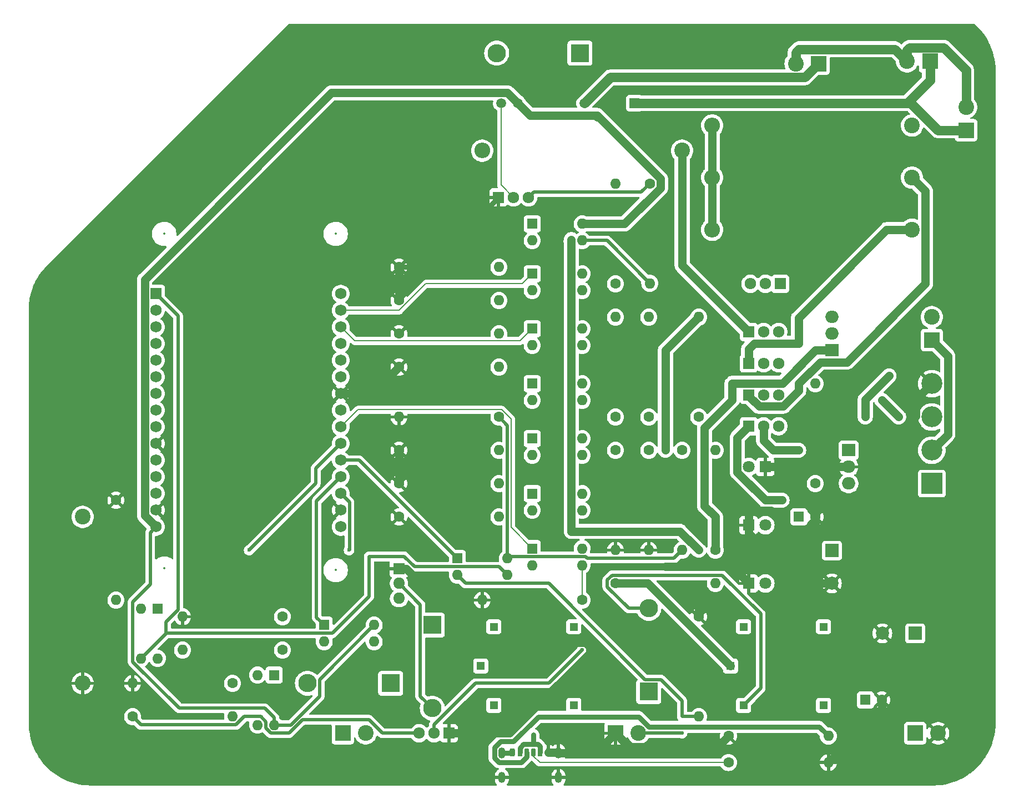
<source format=gtl>
%TF.GenerationSoftware,KiCad,Pcbnew,8.0.3*%
%TF.CreationDate,2024-06-29T13:07:42+05:30*%
%TF.ProjectId,new kicad,6e657720-6b69-4636-9164-2e6b69636164,rev?*%
%TF.SameCoordinates,Original*%
%TF.FileFunction,Copper,L1,Top*%
%TF.FilePolarity,Positive*%
%FSLAX46Y46*%
G04 Gerber Fmt 4.6, Leading zero omitted, Abs format (unit mm)*
G04 Created by KiCad (PCBNEW 8.0.3) date 2024-06-29 13:07:42*
%MOMM*%
%LPD*%
G01*
G04 APERTURE LIST*
G04 Aperture macros list*
%AMRoundRect*
0 Rectangle with rounded corners*
0 $1 Rounding radius*
0 $2 $3 $4 $5 $6 $7 $8 $9 X,Y pos of 4 corners*
0 Add a 4 corners polygon primitive as box body*
4,1,4,$2,$3,$4,$5,$6,$7,$8,$9,$2,$3,0*
0 Add four circle primitives for the rounded corners*
1,1,$1+$1,$2,$3*
1,1,$1+$1,$4,$5*
1,1,$1+$1,$6,$7*
1,1,$1+$1,$8,$9*
0 Add four rect primitives between the rounded corners*
20,1,$1+$1,$2,$3,$4,$5,0*
20,1,$1+$1,$4,$5,$6,$7,0*
20,1,$1+$1,$6,$7,$8,$9,0*
20,1,$1+$1,$8,$9,$2,$3,0*%
G04 Aperture macros list end*
%TA.AperFunction,ComponentPad*%
%ADD10C,1.600000*%
%TD*%
%TA.AperFunction,ComponentPad*%
%ADD11O,1.600000X1.600000*%
%TD*%
%TA.AperFunction,ComponentPad*%
%ADD12R,1.752600X1.752600*%
%TD*%
%TA.AperFunction,ComponentPad*%
%ADD13C,1.752600*%
%TD*%
%TA.AperFunction,ComponentPad*%
%ADD14R,2.400000X2.400000*%
%TD*%
%TA.AperFunction,ComponentPad*%
%ADD15C,2.400000*%
%TD*%
%TA.AperFunction,ComponentPad*%
%ADD16R,1.600000X1.600000*%
%TD*%
%TA.AperFunction,ComponentPad*%
%ADD17R,2.000000X1.905000*%
%TD*%
%TA.AperFunction,ComponentPad*%
%ADD18O,2.000000X1.905000*%
%TD*%
%TA.AperFunction,ComponentPad*%
%ADD19R,1.800000X1.800000*%
%TD*%
%TA.AperFunction,ComponentPad*%
%ADD20C,1.800000*%
%TD*%
%TA.AperFunction,ComponentPad*%
%ADD21O,2.400000X2.400000*%
%TD*%
%TA.AperFunction,ComponentPad*%
%ADD22R,1.710000X1.800000*%
%TD*%
%TA.AperFunction,ComponentPad*%
%ADD23O,1.710000X1.800000*%
%TD*%
%TA.AperFunction,ComponentPad*%
%ADD24R,3.200000X3.200000*%
%TD*%
%TA.AperFunction,ComponentPad*%
%ADD25C,3.200000*%
%TD*%
%TA.AperFunction,ComponentPad*%
%ADD26R,2.800000X2.800000*%
%TD*%
%TA.AperFunction,ComponentPad*%
%ADD27O,2.800000X2.800000*%
%TD*%
%TA.AperFunction,ComponentPad*%
%ADD28R,1.308000X1.308000*%
%TD*%
%TA.AperFunction,ComponentPad*%
%ADD29R,2.000000X2.000000*%
%TD*%
%TA.AperFunction,ComponentPad*%
%ADD30C,2.000000*%
%TD*%
%TA.AperFunction,ComponentPad*%
%ADD31R,1.800000X1.710000*%
%TD*%
%TA.AperFunction,ComponentPad*%
%ADD32O,1.800000X1.710000*%
%TD*%
%TA.AperFunction,SMDPad,CuDef*%
%ADD33RoundRect,0.175000X-0.175000X-0.425000X0.175000X-0.425000X0.175000X0.425000X-0.175000X0.425000X0*%
%TD*%
%TA.AperFunction,SMDPad,CuDef*%
%ADD34RoundRect,0.190000X0.190000X0.410000X-0.190000X0.410000X-0.190000X-0.410000X0.190000X-0.410000X0*%
%TD*%
%TA.AperFunction,SMDPad,CuDef*%
%ADD35RoundRect,0.200000X0.200000X0.400000X-0.200000X0.400000X-0.200000X-0.400000X0.200000X-0.400000X0*%
%TD*%
%TA.AperFunction,SMDPad,CuDef*%
%ADD36RoundRect,0.175000X0.175000X0.425000X-0.175000X0.425000X-0.175000X-0.425000X0.175000X-0.425000X0*%
%TD*%
%TA.AperFunction,SMDPad,CuDef*%
%ADD37RoundRect,0.190000X-0.190000X-0.410000X0.190000X-0.410000X0.190000X0.410000X-0.190000X0.410000X0*%
%TD*%
%TA.AperFunction,SMDPad,CuDef*%
%ADD38RoundRect,0.200000X-0.200000X-0.400000X0.200000X-0.400000X0.200000X0.400000X-0.200000X0.400000X0*%
%TD*%
%TA.AperFunction,ComponentPad*%
%ADD39O,1.100000X1.700000*%
%TD*%
%TA.AperFunction,ComponentPad*%
%ADD40R,1.508000X1.508000*%
%TD*%
%TA.AperFunction,ComponentPad*%
%ADD41C,1.508000*%
%TD*%
%TA.AperFunction,ViaPad*%
%ADD42C,0.600000*%
%TD*%
%TA.AperFunction,Conductor*%
%ADD43C,1.300000*%
%TD*%
%TA.AperFunction,Conductor*%
%ADD44C,0.800000*%
%TD*%
%TA.AperFunction,Conductor*%
%ADD45C,0.500000*%
%TD*%
%TA.AperFunction,Conductor*%
%ADD46C,0.200000*%
%TD*%
%TA.AperFunction,Conductor*%
%ADD47C,1.400000*%
%TD*%
%ADD48C,0.300000*%
%ADD49C,0.350000*%
%ADD50O,0.600000X1.200000*%
G04 APERTURE END LIST*
D10*
%TO.P,R16,1*%
%TO.N,Net-(R16-Pad1)*%
X109220000Y-132080000D03*
D11*
%TO.P,R16,2*%
%TO.N,Net-(Q2-B)*%
X93980000Y-132080000D03*
%TD*%
D12*
%TO.P,U1,1,A0*%
%TO.N,/A0*%
X89916000Y-77724000D03*
D13*
%TO.P,U1,2,RSV1*%
%TO.N,unconnected-(U1-RSV1-Pad2)*%
X89916000Y-80264000D03*
%TO.P,U1,3,RSV2*%
%TO.N,unconnected-(U1-RSV2-Pad3)*%
X89916000Y-82804000D03*
%TO.P,U1,4,SD3*%
%TO.N,unconnected-(U1-SD3-Pad4)*%
X89916000Y-85344000D03*
%TO.P,U1,5,SD2*%
%TO.N,unconnected-(U1-SD2-Pad5)*%
X89916000Y-87884000D03*
%TO.P,U1,6,SD1*%
%TO.N,unconnected-(U1-SD1-Pad6)*%
X89916000Y-90424000D03*
%TO.P,U1,7,CMD*%
%TO.N,unconnected-(U1-CMD-Pad7)*%
X89916000Y-92964000D03*
%TO.P,U1,8,SD0*%
%TO.N,unconnected-(U1-SD0-Pad8)*%
X89916000Y-95504000D03*
%TO.P,U1,9,CLK*%
%TO.N,unconnected-(U1-CLK-Pad9)*%
X89916000Y-98044000D03*
%TO.P,U1,10,GND*%
%TO.N,GND*%
X89916000Y-100584000D03*
%TO.P,U1,11,3V3*%
%TO.N,unconnected-(U1-3V3-Pad11)_1*%
X89916000Y-103124000D03*
%TO.P,U1,12,EN*%
%TO.N,unconnected-(U1-EN-Pad12)*%
X89916000Y-105664000D03*
%TO.P,U1,13,RST*%
%TO.N,unconnected-(U1-RST-Pad13)*%
X89916000Y-108204000D03*
%TO.P,U1,14,GND*%
%TO.N,GND*%
X89916000Y-110744000D03*
%TO.P,U1,15,VIN*%
%TO.N,VCC*%
X89916000Y-113284000D03*
%TO.P,U1,16,3V3*%
%TO.N,unconnected-(U1-3V3-Pad11)_0*%
X118110000Y-113284000D03*
%TO.P,U1,17,GND*%
%TO.N,GND*%
X118110000Y-110744000D03*
%TO.P,U1,18,TX*%
%TO.N,/PSHARE_ON_OFF*%
X118110000Y-108204000D03*
%TO.P,U1,19,RX*%
%TO.N,/POWER_ON_OFF*%
X118110000Y-105664000D03*
%TO.P,U1,20,D8*%
%TO.N,/D8*%
X118110000Y-103124000D03*
%TO.P,U1,21,D7*%
%TO.N,/D7*%
X118110000Y-100584000D03*
%TO.P,U1,22,D6*%
%TO.N,/D6*%
X118110000Y-98044000D03*
%TO.P,U1,23,D5*%
%TO.N,/D5*%
X118110000Y-95504000D03*
%TO.P,U1,24,GND*%
%TO.N,GND*%
X118110000Y-92964000D03*
%TO.P,U1,25,3V3*%
%TO.N,unconnected-(U1-3V3-Pad11)*%
X118110000Y-90424000D03*
%TO.P,U1,26,D4*%
%TO.N,/D4*%
X118110000Y-87884000D03*
%TO.P,U1,27,D3*%
%TO.N,/D3*%
X118110000Y-85344000D03*
%TO.P,U1,28,D2*%
%TO.N,/D2*%
X118110000Y-82804000D03*
%TO.P,U1,29,D1*%
%TO.N,/D1*%
X118110000Y-80264000D03*
%TO.P,U1,30,D0*%
%TO.N,/D0*%
X118110000Y-77724000D03*
%TD*%
D10*
%TO.P,R12,1*%
%TO.N,Net-(R12-Pad1)*%
X109220000Y-127000000D03*
D11*
%TO.P,R12,2*%
%TO.N,GND*%
X93980000Y-127000000D03*
%TD*%
D10*
%TO.P,R13,1*%
%TO.N,Net-(R13-Pad1)*%
X160020000Y-101600000D03*
D11*
%TO.P,R13,2*%
%TO.N,GND*%
X160020000Y-116840000D03*
%TD*%
D14*
%TO.P,J4,1,Pin_1*%
%TO.N,Net-(D5-K)*%
X118420000Y-144780000D03*
D15*
%TO.P,J4,2,Pin_2*%
%TO.N,/C_SENSE*%
X121920000Y-144780000D03*
%TD*%
D10*
%TO.P,R22,1*%
%TO.N,GND*%
X127000000Y-88900000D03*
D11*
%TO.P,R22,2*%
%TO.N,Net-(R22-Pad2)*%
X142240000Y-88900000D03*
%TD*%
D16*
%TO.P,U12,1*%
%TO.N,/POWER_ON_OFF*%
X115580000Y-128265000D03*
D11*
%TO.P,U12,2*%
%TO.N,Net-(R12-Pad1)*%
X115580000Y-130805000D03*
%TO.P,U12,3*%
%TO.N,Net-(R16-Pad1)*%
X123200000Y-130805000D03*
%TO.P,U12,4*%
%TO.N,VCC*%
X123200000Y-128265000D03*
%TD*%
D16*
%TO.P,U9,1*%
%TO.N,/D4*%
X147320000Y-99823000D03*
D11*
%TO.P,U9,2*%
%TO.N,Net-(R5-Pad2)*%
X147320000Y-102363000D03*
%TO.P,U9,3*%
%TO.N,Net-(R13-Pad1)*%
X154940000Y-102363000D03*
%TO.P,U9,4*%
%TO.N,/V_CONTROL*%
X154940000Y-99823000D03*
%TD*%
D10*
%TO.P,R4,1*%
%TO.N,GND*%
X172720000Y-127000000D03*
D11*
%TO.P,R4,2*%
%TO.N,Net-(R4-Pad2)*%
X172720000Y-142240000D03*
%TD*%
D17*
%TO.P,U8,1,ADJ*%
%TO.N,/V_CONTROL*%
X193040000Y-86360000D03*
D18*
%TO.P,U8,2,VO*%
%TO.N,/V_OUT*%
X193040000Y-83820000D03*
%TO.P,U8,3,VI*%
%TO.N,/POW_REG_CON*%
X193040000Y-81280000D03*
%TD*%
D19*
%TO.P,D6,1,K*%
%TO.N,GND*%
X180340000Y-113030000D03*
D20*
%TO.P,D6,2,A*%
%TO.N,Net-(D6-A)*%
X182880000Y-113030000D03*
%TD*%
D15*
%TO.P,R23,1*%
%TO.N,/E1_TO_R*%
X170180000Y-55880000D03*
D21*
%TO.P,R23,2*%
%TO.N,/LOAD+*%
X139700000Y-55880000D03*
%TD*%
D22*
%TO.P,Q7,1,E*%
%TO.N,/E4_TO_R*%
X180340000Y-97940000D03*
D23*
%TO.P,Q7,2,C*%
%TO.N,/POW_IN_CON*%
X182620000Y-97940000D03*
%TO.P,Q7,3,B*%
%TO.N,Net-(Q3-E)*%
X184900000Y-97940000D03*
%TD*%
D10*
%TO.P,R5,1*%
%TO.N,GND*%
X127000000Y-101600000D03*
D11*
%TO.P,R5,2*%
%TO.N,Net-(R5-Pad2)*%
X142240000Y-101600000D03*
%TD*%
D24*
%TO.P,D3,1,+*%
%TO.N,/POW_IN_CON*%
X208280000Y-106680000D03*
D25*
%TO.P,D3,2*%
%TO.N,Net-(J3-Pin_1)*%
X208280000Y-101600000D03*
%TO.P,D3,3*%
%TO.N,VAC*%
X208280000Y-96520000D03*
%TO.P,D3,4,-*%
%TO.N,GND*%
X208280000Y-91440000D03*
%TD*%
D10*
%TO.P,R17,1*%
%TO.N,/V_OUT*%
X170180000Y-101600000D03*
D11*
%TO.P,R17,2*%
%TO.N,/V_SENSE*%
X170180000Y-116840000D03*
%TD*%
D10*
%TO.P,R14,1*%
%TO.N,Net-(R14-Pad1)*%
X165100000Y-101600000D03*
D11*
%TO.P,R14,2*%
%TO.N,GND*%
X165100000Y-116840000D03*
%TD*%
D17*
%TO.P,U5,1,VI*%
%TO.N,/POW_IN_CON*%
X195580000Y-101600000D03*
D18*
%TO.P,U5,2,GND*%
%TO.N,GND*%
X195580000Y-104140000D03*
%TO.P,U5,3,VO*%
%TO.N,/POW_REG_CON*%
X195580000Y-106680000D03*
%TD*%
D10*
%TO.P,R27,1*%
%TO.N,/V_OUT*%
X160020000Y-76200000D03*
D11*
%TO.P,R27,2*%
%TO.N,/150_R*%
X160020000Y-60960000D03*
%TD*%
D15*
%TO.P,R3,1*%
%TO.N,/C_SENSE*%
X78740000Y-111760000D03*
D21*
%TO.P,R3,2*%
%TO.N,GND*%
X78740000Y-137160000D03*
%TD*%
D10*
%TO.P,R6,1*%
%TO.N,GND*%
X127000000Y-106680000D03*
D11*
%TO.P,R6,2*%
%TO.N,Net-(R6-Pad2)*%
X142240000Y-106680000D03*
%TD*%
D10*
%TO.P,R18,1*%
%TO.N,/V_SENSE*%
X142240000Y-96520000D03*
D11*
%TO.P,R18,2*%
%TO.N,GND*%
X127000000Y-96520000D03*
%TD*%
D14*
%TO.P,J7,1,Pin_1*%
%TO.N,/AC+*%
X208000000Y-42250000D03*
D15*
%TO.P,J7,2,Pin_2*%
%TO.N,/AC-*%
X204500000Y-42250000D03*
%TD*%
D26*
%TO.P,D8,1,K*%
%TO.N,VCC*%
X154600000Y-41000000D03*
D27*
%TO.P,D8,2,A*%
%TO.N,/RELAY_AC*%
X141900000Y-41000000D03*
%TD*%
D10*
%TO.P,R20,1*%
%TO.N,GND*%
X127000000Y-78740000D03*
D11*
%TO.P,R20,2*%
%TO.N,Net-(R20-Pad2)*%
X142240000Y-78740000D03*
%TD*%
D22*
%TO.P,Q5,1,E*%
%TO.N,/E2_TO_R*%
X180340000Y-88340000D03*
D23*
%TO.P,Q5,2,C*%
%TO.N,/POW_IN_CON*%
X182620000Y-88340000D03*
%TO.P,Q5,3,B*%
%TO.N,Net-(Q3-E)*%
X184900000Y-88340000D03*
%TD*%
D10*
%TO.P,R9,1*%
%TO.N,/V_OUT*%
X172720000Y-96520000D03*
D11*
%TO.P,R9,2*%
%TO.N,Net-(D6-A)*%
X172720000Y-81280000D03*
%TD*%
D10*
%TO.P,R25,1*%
%TO.N,/LOAD+*%
X160020000Y-121920000D03*
D11*
%TO.P,R25,2*%
%TO.N,Net-(D7-A)*%
X175260000Y-121920000D03*
%TD*%
D15*
%TO.P,R26,1*%
%TO.N,/E3_TO_R*%
X205250000Y-60000000D03*
D21*
%TO.P,R26,2*%
%TO.N,/LOAD+*%
X174770000Y-60000000D03*
%TD*%
D16*
%TO.P,U14,1*%
%TO.N,/D1*%
X147320000Y-74674000D03*
D11*
%TO.P,U14,2*%
%TO.N,Net-(R20-Pad2)*%
X147320000Y-77214000D03*
%TO.P,U14,3*%
%TO.N,/CURRENT_CONTROL*%
X154940000Y-77214000D03*
%TO.P,U14,4*%
%TO.N,/150_R*%
X154940000Y-74674000D03*
%TD*%
D10*
%TO.P,R11,1*%
%TO.N,/V_CONTROL*%
X175260000Y-116840000D03*
D11*
%TO.P,R11,2*%
%TO.N,/V_OUT*%
X175260000Y-101600000D03*
%TD*%
D10*
%TO.P,R33,1*%
%TO.N,Net-(J6-CC2)*%
X177260000Y-149250000D03*
D11*
%TO.P,R33,2*%
%TO.N,GND*%
X192500000Y-149250000D03*
%TD*%
D10*
%TO.P,R30,1*%
%TO.N,/V_OUT*%
X165100000Y-96520000D03*
D11*
%TO.P,R30,2*%
%TO.N,/5k_R*%
X165100000Y-81280000D03*
%TD*%
D10*
%TO.P,R21,1*%
%TO.N,GND*%
X127000000Y-83820000D03*
D11*
%TO.P,R21,2*%
%TO.N,Net-(R21-Pad2)*%
X142240000Y-83820000D03*
%TD*%
D16*
%TO.P,U15,1*%
%TO.N,/D2*%
X147320000Y-83057000D03*
D11*
%TO.P,U15,2*%
%TO.N,Net-(R21-Pad2)*%
X147320000Y-85597000D03*
%TO.P,U15,3*%
%TO.N,/CURRENT_CONTROL*%
X154940000Y-85597000D03*
%TO.P,U15,4*%
%TO.N,/3k_R*%
X154940000Y-83057000D03*
%TD*%
D16*
%TO.P,U11,1*%
%TO.N,/D6*%
X147320000Y-116589000D03*
D11*
%TO.P,U11,2*%
%TO.N,Net-(R7-Pad2)*%
X147320000Y-119129000D03*
%TO.P,U11,3*%
%TO.N,Net-(R15-Pad1)*%
X154940000Y-119129000D03*
%TO.P,U11,4*%
%TO.N,/V_CONTROL*%
X154940000Y-116589000D03*
%TD*%
D16*
%TO.P,U13,1*%
%TO.N,/D0*%
X147320000Y-67054000D03*
D11*
%TO.P,U13,2*%
%TO.N,Net-(R19-Pad2)*%
X147320000Y-69594000D03*
%TO.P,U13,3*%
%TO.N,Net-(R28-Pad2)*%
X154940000Y-69594000D03*
%TO.P,U13,4*%
%TO.N,VCC*%
X154940000Y-67054000D03*
%TD*%
D10*
%TO.P,R1,1*%
%TO.N,/POW_IN_CON*%
X190500000Y-106680000D03*
D11*
%TO.P,R1,2*%
%TO.N,Net-(D4-A)*%
X190500000Y-91440000D03*
%TD*%
D10*
%TO.P,R32,1*%
%TO.N,GND*%
X177260000Y-145200000D03*
D11*
%TO.P,R32,2*%
%TO.N,Net-(J6-CC1)*%
X192500000Y-145200000D03*
%TD*%
D10*
%TO.P,R2,1*%
%TO.N,GND*%
X83820000Y-109220000D03*
D11*
%TO.P,R2,2*%
%TO.N,Net-(R2-Pad2)*%
X83820000Y-124460000D03*
%TD*%
D16*
%TO.P,C3,1*%
%TO.N,/V_OUT*%
X188000000Y-111760000D03*
D10*
%TO.P,C3,2*%
%TO.N,GND*%
X190500000Y-111760000D03*
%TD*%
%TO.P,R7,1*%
%TO.N,GND*%
X127000000Y-111760000D03*
D11*
%TO.P,R7,2*%
%TO.N,Net-(R7-Pad2)*%
X142240000Y-111760000D03*
%TD*%
D14*
%TO.P,J2,1,Pin_1*%
%TO.N,/ACL+*%
X191000000Y-42600000D03*
D15*
%TO.P,J2,2,Pin_2*%
%TO.N,/AC-*%
X187500000Y-42600000D03*
%TD*%
D14*
%TO.P,J1,1,Pin_1*%
%TO.N,GND*%
X160020000Y-144780000D03*
D15*
%TO.P,J1,2,Pin_2*%
%TO.N,VCC*%
X163520000Y-144780000D03*
%TD*%
D22*
%TO.P,Q6,1,E*%
%TO.N,/E3_TO_R*%
X180340000Y-93140000D03*
D23*
%TO.P,Q6,2,C*%
%TO.N,/POW_IN_CON*%
X182620000Y-93140000D03*
%TO.P,Q6,3,B*%
%TO.N,Net-(Q3-E)*%
X184900000Y-93140000D03*
%TD*%
D16*
%TO.P,U16,1*%
%TO.N,/D3*%
X147320000Y-91440000D03*
D11*
%TO.P,U16,2*%
%TO.N,Net-(R22-Pad2)*%
X147320000Y-93980000D03*
%TO.P,U16,3*%
%TO.N,/CURRENT_CONTROL*%
X154940000Y-93980000D03*
%TO.P,U16,4*%
%TO.N,/5k_R*%
X154940000Y-91440000D03*
%TD*%
D10*
%TO.P,R15,1*%
%TO.N,Net-(R15-Pad1)*%
X154940000Y-124460000D03*
D11*
%TO.P,R15,2*%
%TO.N,GND*%
X139700000Y-124460000D03*
%TD*%
D28*
%TO.P,U2,P$1*%
%TO.N,VCC*%
X141463250Y-128526750D03*
%TO.P,U2,P$2*%
%TO.N,/LOAD+*%
X139463250Y-134526750D03*
%TO.P,U2,P$3*%
%TO.N,/RELAY_IN*%
X141463250Y-140526750D03*
%TO.P,U2,P$4*%
%TO.N,Net-(D5-K)*%
X153663250Y-140526750D03*
%TO.P,U2,P$5*%
%TO.N,unconnected-(U2-PadP$5)*%
X153663250Y-128526750D03*
%TD*%
D19*
%TO.P,D4,1,K*%
%TO.N,GND*%
X182880000Y-104140000D03*
D20*
%TO.P,D4,2,A*%
%TO.N,Net-(D4-A)*%
X180340000Y-104140000D03*
%TD*%
D28*
%TO.P,U3,P$1*%
%TO.N,VCC*%
X179563250Y-128526750D03*
%TO.P,U3,P$2*%
%TO.N,/LOAD+*%
X177563250Y-134526750D03*
%TO.P,U3,P$3*%
%TO.N,/RELAY1_IN*%
X179563250Y-140526750D03*
%TO.P,U3,P$4*%
%TO.N,Net-(J5-Pin_1)*%
X191763250Y-140526750D03*
%TO.P,U3,P$5*%
%TO.N,unconnected-(U3-PadP$5)*%
X191763250Y-128526750D03*
%TD*%
D19*
%TO.P,D7,1,K*%
%TO.N,GND*%
X180340000Y-121920000D03*
D20*
%TO.P,D7,2,A*%
%TO.N,Net-(D7-A)*%
X182880000Y-121920000D03*
%TD*%
D22*
%TO.P,Q4,1,E*%
%TO.N,/E1_TO_R*%
X180340000Y-83540000D03*
D23*
%TO.P,Q4,2,C*%
%TO.N,/POW_IN_CON*%
X182620000Y-83540000D03*
%TO.P,Q4,3,B*%
%TO.N,Net-(Q3-E)*%
X184900000Y-83540000D03*
%TD*%
D16*
%TO.P,U7,1*%
%TO.N,/PSHARE_ON_OFF*%
X107955000Y-135900000D03*
D11*
%TO.P,U7,2*%
%TO.N,Net-(R8-Pad1)*%
X105415000Y-135900000D03*
%TO.P,U7,3*%
%TO.N,Net-(R10-Pad2)*%
X105415000Y-143520000D03*
%TO.P,U7,4*%
%TO.N,VCC*%
X107955000Y-143520000D03*
%TD*%
D10*
%TO.P,R28,1*%
%TO.N,Net-(Q8-B)*%
X165250000Y-60880000D03*
D11*
%TO.P,R28,2*%
%TO.N,Net-(R28-Pad2)*%
X165250000Y-76120000D03*
%TD*%
D26*
%TO.P,D1,1,K*%
%TO.N,VCC*%
X132080000Y-128270000D03*
D27*
%TO.P,D1,2,A*%
%TO.N,/RELAY_IN*%
X132080000Y-140970000D03*
%TD*%
D22*
%TO.P,Q3,1,E*%
%TO.N,Net-(Q3-E)*%
X185160000Y-76200000D03*
D23*
%TO.P,Q3,2,C*%
%TO.N,/V_OUT*%
X182880000Y-76200000D03*
%TO.P,Q3,3,B*%
%TO.N,/CURRENT_CONTROL*%
X180600000Y-76200000D03*
%TD*%
D29*
%TO.P,C2,1*%
%TO.N,/POW_REG_CON*%
X193040000Y-116920000D03*
D30*
%TO.P,C2,2*%
%TO.N,GND*%
X193040000Y-121920000D03*
%TD*%
D29*
%TO.P,C1,1*%
%TO.N,/POW_IN_CON*%
X205740000Y-129540000D03*
D30*
%TO.P,C1,2*%
%TO.N,GND*%
X200740000Y-129540000D03*
%TD*%
D15*
%TO.P,R31,1*%
%TO.N,/E4_TO_R*%
X205250000Y-52050000D03*
D21*
%TO.P,R31,2*%
%TO.N,/LOAD+*%
X174770000Y-52050000D03*
%TD*%
D14*
%TO.P,J3,1,Pin_1*%
%TO.N,Net-(J3-Pin_1)*%
X208280000Y-84780000D03*
D15*
%TO.P,J3,2,Pin_2*%
%TO.N,VAC*%
X208280000Y-81280000D03*
%TD*%
D22*
%TO.P,Q1,1,E*%
%TO.N,GND*%
X134620000Y-144780000D03*
D23*
%TO.P,Q1,2,C*%
%TO.N,/RELAY1_IN*%
X132340000Y-144780000D03*
%TO.P,Q1,3,B*%
%TO.N,Net-(Q1-B)*%
X130060000Y-144780000D03*
%TD*%
D31*
%TO.P,Q2,1,E*%
%TO.N,GND*%
X127000000Y-119640000D03*
D32*
%TO.P,Q2,2,C*%
%TO.N,/RELAY_IN*%
X127000000Y-121920000D03*
%TO.P,Q2,3,B*%
%TO.N,Net-(Q2-B)*%
X127000000Y-124200000D03*
%TD*%
D10*
%TO.P,R19,1*%
%TO.N,GND*%
X127000000Y-73660000D03*
D11*
%TO.P,R19,2*%
%TO.N,Net-(R19-Pad2)*%
X142240000Y-73660000D03*
%TD*%
D10*
%TO.P,R10,1*%
%TO.N,Net-(Q1-B)*%
X86360000Y-142240000D03*
D11*
%TO.P,R10,2*%
%TO.N,Net-(R10-Pad2)*%
X101600000Y-142240000D03*
%TD*%
D16*
%TO.P,U4,1*%
%TO.N,/D7*%
X90175000Y-125740000D03*
D11*
%TO.P,U4,2*%
%TO.N,Net-(R2-Pad2)*%
X87635000Y-125740000D03*
%TO.P,U4,3*%
%TO.N,/A0*%
X87635000Y-133360000D03*
%TO.P,U4,4*%
%TO.N,/C_SENSE*%
X90175000Y-133360000D03*
%TD*%
D16*
%TO.P,C4,1*%
%TO.N,/LOAD+*%
X198160000Y-139700000D03*
D10*
%TO.P,C4,2*%
%TO.N,GND*%
X200660000Y-139700000D03*
%TD*%
D16*
%TO.P,U6,1*%
%TO.N,/D8*%
X135900000Y-118105000D03*
D11*
%TO.P,U6,2*%
%TO.N,Net-(R4-Pad2)*%
X135900000Y-120645000D03*
%TO.P,U6,3*%
%TO.N,/A0*%
X143520000Y-120645000D03*
%TO.P,U6,4*%
%TO.N,/V_SENSE*%
X143520000Y-118105000D03*
%TD*%
D10*
%TO.P,R8,1*%
%TO.N,Net-(R8-Pad1)*%
X101600000Y-137160000D03*
D11*
%TO.P,R8,2*%
%TO.N,GND*%
X86360000Y-137160000D03*
%TD*%
D33*
%TO.P,J6,A5,CC1*%
%TO.N,Net-(J6-CC1)*%
X146500000Y-147670000D03*
D34*
%TO.P,J6,A9,VBUS*%
%TO.N,VCC*%
X148520000Y-147670000D03*
D35*
%TO.P,J6,A12,GND*%
%TO.N,GND*%
X149750000Y-147670000D03*
D36*
%TO.P,J6,B5,CC2*%
%TO.N,Net-(J6-CC2)*%
X147500000Y-147670000D03*
D37*
%TO.P,J6,B9,VBUS*%
%TO.N,VCC*%
X145480000Y-147670000D03*
D38*
%TO.P,J6,B12,GND*%
%TO.N,GND*%
X144250000Y-147670000D03*
D39*
%TO.P,J6,S1,SHIELD*%
X142680000Y-147750000D03*
X142680000Y-151550000D03*
X151320000Y-147750000D03*
X151320000Y-151550000D03*
%TD*%
D10*
%TO.P,R29,1*%
%TO.N,/V_OUT*%
X160020000Y-96520000D03*
D11*
%TO.P,R29,2*%
%TO.N,/3k_R*%
X160020000Y-81280000D03*
%TD*%
D15*
%TO.P,R24,1*%
%TO.N,/E2_TO_R*%
X205250000Y-67950000D03*
D21*
%TO.P,R24,2*%
%TO.N,/LOAD+*%
X174770000Y-67950000D03*
%TD*%
D22*
%TO.P,Q8,1,E*%
%TO.N,GND*%
X142190000Y-63000000D03*
D23*
%TO.P,Q8,2,C*%
%TO.N,/RELAY_AC*%
X144470000Y-63000000D03*
%TO.P,Q8,3,B*%
%TO.N,Net-(Q8-B)*%
X146750000Y-63000000D03*
%TD*%
D26*
%TO.P,D5,1,K*%
%TO.N,Net-(D5-K)*%
X125730000Y-137160000D03*
D27*
%TO.P,D5,2,A*%
%TO.N,/C_SENSE*%
X113030000Y-137160000D03*
%TD*%
D14*
%TO.P,J8,1,Pin_1*%
%TO.N,/AC+*%
X213500000Y-52750000D03*
D15*
%TO.P,J8,2,Pin_2*%
%TO.N,/AC-*%
X213500000Y-49250000D03*
%TD*%
D40*
%TO.P,K1,1*%
%TO.N,/AC+*%
X162910000Y-48650000D03*
D41*
%TO.P,K1,2*%
%TO.N,/ACL+*%
X155290000Y-48650000D03*
%TO.P,K1,3*%
%TO.N,VCC*%
X145130000Y-48650000D03*
%TO.P,K1,4*%
%TO.N,/RELAY_AC*%
X142590000Y-48650000D03*
%TD*%
D14*
%TO.P,J5,1,Pin_1*%
%TO.N,Net-(J5-Pin_1)*%
X205740000Y-144780000D03*
D15*
%TO.P,J5,2,Pin_2*%
%TO.N,GND*%
X209240000Y-144780000D03*
%TD*%
D16*
%TO.P,U10,1*%
%TO.N,/D5*%
X147320000Y-108206000D03*
D11*
%TO.P,U10,2*%
%TO.N,Net-(R6-Pad2)*%
X147320000Y-110746000D03*
%TO.P,U10,3*%
%TO.N,Net-(R14-Pad1)*%
X154940000Y-110746000D03*
%TO.P,U10,4*%
%TO.N,/V_CONTROL*%
X154940000Y-108206000D03*
%TD*%
D26*
%TO.P,D2,1,K*%
%TO.N,VCC*%
X165100000Y-138430000D03*
D27*
%TO.P,D2,2,A*%
%TO.N,/RELAY1_IN*%
X165100000Y-125730000D03*
%TD*%
D42*
%TO.N,GND*%
X118437500Y-54750000D03*
X107750000Y-68250000D03*
X123500000Y-57000000D03*
X200660000Y-101600000D03*
X125875000Y-41000000D03*
X109937500Y-72500000D03*
X122500000Y-38750000D03*
X172720000Y-124460000D03*
X127562500Y-38750000D03*
X118437500Y-57000000D03*
X124187500Y-38750000D03*
X123500000Y-54750000D03*
X121812500Y-54750000D03*
X116750000Y-57000000D03*
X127562500Y-41000000D03*
X107625000Y-72500000D03*
X116750000Y-54750000D03*
X110000000Y-68250000D03*
X122500000Y-41000000D03*
X120125000Y-54750000D03*
X105250000Y-72500000D03*
X103000000Y-72500000D03*
X121812500Y-57000000D03*
X105250000Y-68250000D03*
X112250000Y-72500000D03*
X129250000Y-41000000D03*
X185420000Y-106680000D03*
X167640000Y-119380000D03*
X120125000Y-57000000D03*
X112250000Y-68250000D03*
X124187500Y-41000000D03*
X125875000Y-38750000D03*
X103062500Y-68250000D03*
X129250000Y-38750000D03*
%TO.N,/POW_IN_CON*%
X187960000Y-101600000D03*
%TO.N,/POW_REG_CON*%
X203200000Y-96520000D03*
X200660000Y-93980000D03*
%TO.N,VCC*%
X170180000Y-144780000D03*
X157250000Y-50750000D03*
X147500000Y-145000000D03*
%TO.N,/LOAD+*%
X172720000Y-116840000D03*
X153250000Y-69750000D03*
%TO.N,/RELAY1_IN*%
X154940000Y-132080000D03*
%TO.N,/E4_TO_R*%
X185420000Y-109220000D03*
X198120000Y-96520000D03*
X201750000Y-90250000D03*
%TO.N,Net-(D6-A)*%
X167640000Y-101600000D03*
%TO.N,/D7*%
X104140000Y-116840000D03*
%TO.N,/PSHARE_ON_OFF*%
X119380000Y-116840000D03*
%TD*%
D43*
%TO.N,GND*%
X156090000Y-131603654D02*
X156090000Y-132556346D01*
X180340000Y-113030000D02*
X180340000Y-110830000D01*
X180340000Y-110830000D02*
X183770000Y-110830000D01*
X118110000Y-92964000D02*
X122936000Y-92964000D01*
X122936000Y-92964000D02*
X127000000Y-88900000D01*
X151240000Y-147670000D02*
X151320000Y-147750000D01*
X162070000Y-146830000D02*
X160020000Y-144780000D01*
X139389366Y-130930000D02*
X155416346Y-130930000D01*
X127000000Y-119640000D02*
X128099366Y-119640000D01*
X128099366Y-119640000D02*
X139389366Y-130930000D01*
X205830000Y-96430000D02*
X205830000Y-93890000D01*
X156090000Y-132556346D02*
X143866346Y-144780000D01*
D44*
X127000000Y-73660000D02*
X131530000Y-73660000D01*
D43*
X185420000Y-119380000D02*
X187960000Y-121920000D01*
X189091370Y-114300000D02*
X190500000Y-112891370D01*
X127000000Y-73660000D02*
X127000000Y-78740000D01*
X183770000Y-110830000D02*
X187240000Y-114300000D01*
X143866346Y-144780000D02*
X134620000Y-144780000D01*
X149750000Y-147670000D02*
X151240000Y-147670000D01*
X127000000Y-101600000D02*
X127000000Y-106680000D01*
X175630000Y-146830000D02*
X162070000Y-146830000D01*
X185420000Y-106680000D02*
X186551370Y-106680000D01*
D44*
X142760000Y-147670000D02*
X142680000Y-147750000D01*
D43*
X151320000Y-147750000D02*
X157050000Y-147750000D01*
X157050000Y-147750000D02*
X160020000Y-144780000D01*
X177260000Y-145200000D02*
X175630000Y-146830000D01*
X155416346Y-130930000D02*
X156090000Y-131603654D01*
X180340000Y-121920000D02*
X177800000Y-119380000D01*
X200660000Y-101600000D02*
X205830000Y-96430000D01*
X187240000Y-114300000D02*
X189091370Y-114300000D01*
X177800000Y-119380000D02*
X172720000Y-119380000D01*
X172720000Y-124460000D02*
X172720000Y-127000000D01*
X190500000Y-110628630D02*
X190500000Y-111760000D01*
X172720000Y-119380000D02*
X167640000Y-119380000D01*
X182880000Y-104140000D02*
X195580000Y-104140000D01*
X187960000Y-121920000D02*
X193040000Y-121920000D01*
X180340000Y-114300000D02*
X185420000Y-119380000D01*
X190500000Y-112891370D02*
X190500000Y-111760000D01*
X205830000Y-93890000D02*
X208280000Y-91440000D01*
D44*
X144170000Y-147750000D02*
X144250000Y-147670000D01*
D43*
X186551370Y-106680000D02*
X190500000Y-110628630D01*
D44*
X131530000Y-73660000D02*
X142190000Y-63000000D01*
D43*
X192500000Y-149250000D02*
X200660000Y-141090000D01*
X180340000Y-113030000D02*
X180340000Y-114300000D01*
X200660000Y-141090000D02*
X200660000Y-139700000D01*
D44*
X142680000Y-147750000D02*
X144170000Y-147750000D01*
D43*
%TO.N,/POW_IN_CON*%
X187960000Y-101600000D02*
X184080000Y-101600000D01*
X182620000Y-100140000D02*
X182620000Y-97940000D01*
X184080000Y-101600000D02*
X182620000Y-100140000D01*
%TO.N,/POW_REG_CON*%
X200660000Y-93980000D02*
X203200000Y-96520000D01*
D45*
%TO.N,/RELAY_IN*%
X127000000Y-121920000D02*
X130230000Y-125150000D01*
X130230000Y-125150000D02*
X130230000Y-139120000D01*
X130230000Y-139120000D02*
X132080000Y-140970000D01*
%TO.N,VCC*%
X114880000Y-136585000D02*
X114880000Y-139120000D01*
D44*
X145480000Y-146989136D02*
X145999136Y-146470000D01*
D45*
X170180000Y-144780000D02*
X163520000Y-144780000D01*
D43*
X146980000Y-50500000D02*
X145130000Y-48650000D01*
D45*
X89039700Y-122089983D02*
X86385000Y-124744683D01*
D43*
X157250000Y-50546547D02*
X157203453Y-50500000D01*
X157453453Y-50750000D02*
X157250000Y-50750000D01*
X88189700Y-111557700D02*
X89916000Y-113284000D01*
X166900000Y-60196547D02*
X157453453Y-50750000D01*
X157203453Y-50500000D02*
X146980000Y-50500000D01*
D44*
X145999136Y-146470000D02*
X147500000Y-146470000D01*
D45*
X107955000Y-142388630D02*
X107955000Y-143520000D01*
D44*
X147500000Y-146470000D02*
X147500000Y-145000000D01*
D43*
X154940000Y-67054000D02*
X161409453Y-67054000D01*
D45*
X106536370Y-140970000D02*
X107955000Y-142388630D01*
X89916000Y-113284000D02*
X89039700Y-114160300D01*
X110480000Y-143520000D02*
X107955000Y-143520000D01*
X89039700Y-114160300D02*
X89039700Y-122089983D01*
D43*
X166900000Y-61563453D02*
X166900000Y-60196547D01*
D44*
X148500000Y-146800000D02*
X148500000Y-147670000D01*
D45*
X123200000Y-128265000D02*
X114880000Y-136585000D01*
D43*
X88189700Y-75560300D02*
X88189700Y-111557700D01*
D45*
X114880000Y-139120000D02*
X110480000Y-143520000D01*
D44*
X147500000Y-146470000D02*
X148170000Y-146470000D01*
X145480000Y-147670000D02*
X145480000Y-146989136D01*
D43*
X157250000Y-50750000D02*
X157250000Y-50546547D01*
D45*
X86385000Y-124744683D02*
X86385000Y-133877767D01*
D44*
X148170000Y-146470000D02*
X148500000Y-146800000D01*
D43*
X161409453Y-67054000D02*
X166900000Y-61563453D01*
X145130000Y-48650000D02*
X143526000Y-47046000D01*
D45*
X93477233Y-140970000D02*
X106536370Y-140970000D01*
D43*
X116704000Y-47046000D02*
X88189700Y-75560300D01*
X143526000Y-47046000D02*
X116704000Y-47046000D01*
D45*
X86385000Y-133877767D02*
X93477233Y-140970000D01*
D43*
%TO.N,/LOAD+*%
X174770000Y-67950000D02*
X174770000Y-60000000D01*
X177563250Y-134526750D02*
X164956500Y-121920000D01*
X153290000Y-69710000D02*
X153250000Y-69750000D01*
X153290000Y-69790000D02*
X153290000Y-113972453D01*
X153290000Y-69470000D02*
X153290000Y-69710000D01*
X153290000Y-113972453D02*
X169852453Y-113972453D01*
X174770000Y-52050000D02*
X174770000Y-60000000D01*
X153250000Y-69750000D02*
X153290000Y-69790000D01*
X164956500Y-121920000D02*
X160020000Y-121920000D01*
X169852453Y-113972453D02*
X172720000Y-116840000D01*
D45*
%TO.N,/RELAY1_IN*%
X132340000Y-144780000D02*
X132340000Y-143470000D01*
X132340000Y-143470000D02*
X138650000Y-137160000D01*
X182167250Y-126567115D02*
X176270135Y-120670000D01*
X138650000Y-137160000D02*
X149860000Y-137160000D01*
X159502233Y-120670000D02*
X158770000Y-121402233D01*
X162062233Y-125730000D02*
X165100000Y-125730000D01*
X179563250Y-140526750D02*
X182167250Y-137922750D01*
X149860000Y-137160000D02*
X154940000Y-132080000D01*
X182167250Y-137922750D02*
X182167250Y-126567115D01*
X158770000Y-121402233D02*
X158770000Y-122437767D01*
X158770000Y-122437767D02*
X162062233Y-125730000D01*
X176270135Y-120670000D02*
X159502233Y-120670000D01*
D46*
%TO.N,/RELAY_AC*%
X142590000Y-48650000D02*
X142590000Y-61120000D01*
X142590000Y-61120000D02*
X144470000Y-63000000D01*
D43*
%TO.N,/E1_TO_R*%
X170180000Y-55880000D02*
X170180000Y-73380000D01*
X170180000Y-73380000D02*
X180340000Y-83540000D01*
%TO.N,/E2_TO_R*%
X181190000Y-85290000D02*
X187960000Y-85290000D01*
X180340000Y-86140000D02*
X181190000Y-85290000D01*
X201378680Y-67950000D02*
X205250000Y-67950000D01*
X180340000Y-88340000D02*
X180340000Y-86140000D01*
X187960000Y-85290000D02*
X187960000Y-81368680D01*
X187960000Y-81368680D02*
X201378680Y-67950000D01*
%TO.N,/E3_TO_R*%
X187960000Y-91440000D02*
X187960000Y-92536234D01*
X187960000Y-92536234D02*
X185606234Y-94890000D01*
X207300000Y-76200000D02*
X207300000Y-62050000D01*
X195337500Y-88162500D02*
X207300000Y-76200000D01*
X187960000Y-91440000D02*
X191237500Y-88162500D01*
X191237500Y-88162500D02*
X195337500Y-88162500D01*
X205250000Y-60000000D02*
X205395000Y-59855000D01*
X180340000Y-93316234D02*
X180340000Y-93140000D01*
X181913766Y-94890000D02*
X180340000Y-93316234D01*
X207300000Y-62050000D02*
X205250000Y-60000000D01*
X185606234Y-94890000D02*
X181913766Y-94890000D01*
%TO.N,/E4_TO_R*%
X198120000Y-93880000D02*
X198120000Y-96520000D01*
X178590000Y-104930000D02*
X182880000Y-109220000D01*
X182880000Y-109220000D02*
X185420000Y-109220000D01*
X180340000Y-97940000D02*
X178590000Y-99690000D01*
X201750000Y-90250000D02*
X198120000Y-93880000D01*
X178590000Y-99690000D02*
X178590000Y-104930000D01*
%TO.N,Net-(D6-A)*%
X167640000Y-86360000D02*
X172720000Y-81280000D01*
X167640000Y-101600000D02*
X167640000Y-86360000D01*
D45*
%TO.N,Net-(R4-Pad2)*%
X170180000Y-139810000D02*
X166950000Y-136580000D01*
X135900000Y-120645000D02*
X137150000Y-121895000D01*
X164520000Y-136580000D02*
X149835000Y-121895000D01*
X170180000Y-142240000D02*
X170180000Y-139810000D01*
X166950000Y-136580000D02*
X164520000Y-136580000D01*
X170180000Y-142240000D02*
X172720000Y-142240000D01*
X137150000Y-121895000D02*
X149835000Y-121895000D01*
D43*
%TO.N,/V_CONTROL*%
X177800000Y-93980000D02*
X177800000Y-91440000D01*
X173610000Y-110110000D02*
X173610000Y-98170000D01*
X173610000Y-98170000D02*
X177800000Y-93980000D01*
X177800000Y-91440000D02*
X177850000Y-91390000D01*
X175260000Y-111760000D02*
X173610000Y-110110000D01*
X185470000Y-91390000D02*
X190500000Y-86360000D01*
X190500000Y-86360000D02*
X193040000Y-86360000D01*
X175260000Y-116840000D02*
X175260000Y-111760000D01*
X177850000Y-91390000D02*
X185470000Y-91390000D01*
D45*
%TO.N,Net-(Q1-B)*%
X110219950Y-144770000D02*
X107437233Y-144770000D01*
X103367767Y-142240000D02*
X102117767Y-143490000D01*
X107437233Y-144770000D02*
X106680000Y-144012767D01*
X122414975Y-142734975D02*
X112254975Y-142734975D01*
X124460000Y-144780000D02*
X122414975Y-142734975D01*
X87610000Y-143490000D02*
X86360000Y-142240000D01*
X112254975Y-142734975D02*
X110219950Y-144770000D01*
X102117767Y-143490000D02*
X87610000Y-143490000D01*
X130060000Y-144780000D02*
X124460000Y-144780000D01*
X106680000Y-143017233D02*
X105902767Y-142240000D01*
X105902767Y-142240000D02*
X103367767Y-142240000D01*
X106680000Y-144012767D02*
X106680000Y-143017233D01*
%TO.N,/V_SENSE*%
X143786000Y-117839000D02*
X143520000Y-118105000D01*
X155708767Y-118090000D02*
X155457767Y-117839000D01*
X142240000Y-96520000D02*
X143520000Y-97800000D01*
X143520000Y-97800000D02*
X143520000Y-118105000D01*
X168930000Y-118090000D02*
X155708767Y-118090000D01*
X155457767Y-117839000D02*
X143786000Y-117839000D01*
X170180000Y-116840000D02*
X168930000Y-118090000D01*
%TO.N,Net-(Q8-B)*%
X147540000Y-62210000D02*
X163920000Y-62210000D01*
X146750000Y-63000000D02*
X147540000Y-62210000D01*
X163920000Y-62210000D02*
X165250000Y-60880000D01*
%TO.N,Net-(R28-Pad2)*%
X154940000Y-69594000D02*
X158724000Y-69594000D01*
X158724000Y-69594000D02*
X165250000Y-76120000D01*
D47*
%TO.N,/ACL+*%
X191000000Y-42600000D02*
X188900000Y-44700000D01*
X159240000Y-44700000D02*
X155290000Y-48650000D01*
X188900000Y-44700000D02*
X159240000Y-44700000D01*
D46*
%TO.N,/D6*%
X142695635Y-95420000D02*
X120734000Y-95420000D01*
X144070000Y-96794365D02*
X142695635Y-95420000D01*
X147320000Y-116589000D02*
X144070000Y-113339000D01*
X144070000Y-113339000D02*
X144070000Y-96794365D01*
X120734000Y-95420000D02*
X118110000Y-98044000D01*
D45*
%TO.N,/D7*%
X114300000Y-106680000D02*
X114300000Y-104394000D01*
X104140000Y-116840000D02*
X114300000Y-106680000D01*
X114300000Y-104394000D02*
X118110000Y-100584000D01*
%TO.N,/POWER_ON_OFF*%
X114427000Y-109347000D02*
X114427000Y-127112000D01*
X114427000Y-109347000D02*
X118110000Y-105664000D01*
X114427000Y-127112000D02*
X115580000Y-128265000D01*
%TO.N,/D8*%
X120919000Y-103124000D02*
X135900000Y-118105000D01*
X118110000Y-103124000D02*
X120919000Y-103124000D01*
%TO.N,/A0*%
X93286000Y-125926233D02*
X91447500Y-127764733D01*
X91455000Y-129540000D02*
X91447500Y-129547500D01*
X89916000Y-77724000D02*
X93286000Y-81094000D01*
X127803000Y-117788000D02*
X122417848Y-117788000D01*
X122417848Y-117788000D02*
X122417848Y-123927152D01*
X129395000Y-119380000D02*
X127803000Y-117788000D01*
X93286000Y-81094000D02*
X93286000Y-125926233D01*
X116805000Y-129540000D02*
X91455000Y-129540000D01*
X122417848Y-123927152D02*
X116805000Y-129540000D01*
X143520000Y-120645000D02*
X142255000Y-119380000D01*
X142255000Y-119380000D02*
X129395000Y-119380000D01*
X91447500Y-129547500D02*
X87635000Y-133360000D01*
X91447500Y-127764733D02*
X91447500Y-129547500D01*
D46*
%TO.N,/D1*%
X145794000Y-76200000D02*
X147320000Y-74674000D01*
X118110000Y-80264000D02*
X127031635Y-80264000D01*
X127031635Y-80264000D02*
X131095635Y-76200000D01*
X131095635Y-76200000D02*
X145794000Y-76200000D01*
%TO.N,/D2*%
X145457000Y-84920000D02*
X120226000Y-84920000D01*
X120226000Y-84920000D02*
X118110000Y-82804000D01*
X147320000Y-83057000D02*
X145457000Y-84920000D01*
D45*
%TO.N,/PSHARE_ON_OFF*%
X119436300Y-116783700D02*
X119436300Y-109530300D01*
X119436300Y-109530300D02*
X118110000Y-108204000D01*
X119380000Y-116840000D02*
X119436300Y-116783700D01*
D44*
%TO.N,Net-(J6-CC1)*%
X191100000Y-143800000D02*
X192500000Y-145200000D01*
X141530000Y-148526346D02*
X141530000Y-146973654D01*
X146500000Y-147670000D02*
X146500000Y-148372494D01*
X142473654Y-146030000D02*
X144470000Y-146030000D01*
X146500000Y-148372494D02*
X145672494Y-149200000D01*
X142203654Y-149200000D02*
X141530000Y-148526346D01*
X165085585Y-143800000D02*
X191100000Y-143800000D01*
X145672494Y-149200000D02*
X142203654Y-149200000D01*
X141530000Y-146973654D02*
X142473654Y-146030000D01*
X148220001Y-142279999D02*
X163565584Y-142279999D01*
X163565584Y-142279999D02*
X165085585Y-143800000D01*
X144470000Y-146030000D02*
X148220001Y-142279999D01*
D46*
%TO.N,Net-(J6-CC2)*%
X148480000Y-149250000D02*
X147500000Y-148270000D01*
X177260000Y-149250000D02*
X148480000Y-149250000D01*
X147500000Y-148270000D02*
X147500000Y-147670000D01*
D47*
%TO.N,/AC-*%
X187500000Y-40902944D02*
X188001472Y-40401472D01*
X202651472Y-40401472D02*
X204500000Y-42250000D01*
X213500000Y-49250000D02*
X213500000Y-43550000D01*
X204902944Y-40150000D02*
X204500000Y-40552944D01*
X187500000Y-42600000D02*
X187500000Y-40902944D01*
X188001472Y-40401472D02*
X202651472Y-40401472D01*
X213500000Y-43550000D02*
X210100000Y-40150000D01*
X204500000Y-40552944D02*
X204500000Y-42250000D01*
X210100000Y-40150000D02*
X204902944Y-40150000D01*
%TO.N,/AC+*%
X204500000Y-48650000D02*
X205100000Y-48650000D01*
X204500000Y-48650000D02*
X208000000Y-45150000D01*
X208000000Y-45150000D02*
X208000000Y-42250000D01*
X209200000Y-52750000D02*
X213500000Y-52750000D01*
X162910000Y-48650000D02*
X204500000Y-48650000D01*
X205100000Y-48650000D02*
X209200000Y-52750000D01*
D46*
%TO.N,Net-(R15-Pad1)*%
X154940000Y-124460000D02*
X154940000Y-119129000D01*
D43*
%TO.N,Net-(J3-Pin_1)*%
X210730000Y-99150000D02*
X208280000Y-101600000D01*
X210730000Y-87230000D02*
X210730000Y-99150000D01*
X208280000Y-84780000D02*
X210730000Y-87230000D01*
%TD*%
%TA.AperFunction,Conductor*%
%TO.N,GND*%
G36*
X181433181Y-99362709D02*
G01*
X181466666Y-99424032D01*
X181469500Y-99450391D01*
X181469500Y-100045038D01*
X181469499Y-100045053D01*
X181469499Y-100049454D01*
X181469499Y-100230546D01*
X181482853Y-100314858D01*
X181485493Y-100331523D01*
X181485493Y-100331524D01*
X181497829Y-100409410D01*
X181553787Y-100581636D01*
X181553788Y-100581639D01*
X181594806Y-100662139D01*
X181629629Y-100730483D01*
X181636006Y-100742997D01*
X181742440Y-100889493D01*
X181742444Y-100889497D01*
X181742447Y-100889501D01*
X181833490Y-100980544D01*
X181874829Y-101021883D01*
X181874840Y-101021893D01*
X183199321Y-102346374D01*
X183199335Y-102346389D01*
X183202445Y-102349499D01*
X183202447Y-102349501D01*
X183330499Y-102477553D01*
X183330502Y-102477555D01*
X183330506Y-102477559D01*
X183382978Y-102515682D01*
X183425644Y-102571012D01*
X183431623Y-102640625D01*
X183399018Y-102702420D01*
X183338179Y-102736777D01*
X183310093Y-102740000D01*
X183130000Y-102740000D01*
X183130000Y-103764722D01*
X183053694Y-103720667D01*
X182939244Y-103690000D01*
X182820756Y-103690000D01*
X182706306Y-103720667D01*
X182630000Y-103764722D01*
X182630000Y-102740000D01*
X181932155Y-102740000D01*
X181872627Y-102746401D01*
X181872620Y-102746403D01*
X181737913Y-102796645D01*
X181737906Y-102796649D01*
X181622812Y-102882809D01*
X181622809Y-102882812D01*
X181536649Y-102997906D01*
X181536646Y-102997911D01*
X181507924Y-103074920D01*
X181466052Y-103130853D01*
X181400588Y-103155270D01*
X181332315Y-103140418D01*
X181300514Y-103115571D01*
X181291784Y-103106087D01*
X181291779Y-103106083D01*
X181291777Y-103106081D01*
X181108634Y-102963535D01*
X181108628Y-102963531D01*
X180904504Y-102853064D01*
X180904495Y-102853061D01*
X180684984Y-102777702D01*
X180497404Y-102746401D01*
X180456049Y-102739500D01*
X180223951Y-102739500D01*
X180191246Y-102744957D01*
X179995013Y-102777702D01*
X179904762Y-102808686D01*
X179834964Y-102811836D01*
X179774543Y-102776749D01*
X179742682Y-102714567D01*
X179740500Y-102691405D01*
X179740500Y-100217913D01*
X179760185Y-100150874D01*
X179776815Y-100130236D01*
X180530233Y-99376817D01*
X180591556Y-99343333D01*
X180617914Y-99340499D01*
X181242871Y-99340499D01*
X181242872Y-99340499D01*
X181302483Y-99334091D01*
X181302485Y-99334090D01*
X181302487Y-99334090D01*
X181310031Y-99332308D01*
X181310342Y-99333624D01*
X181371858Y-99329225D01*
X181433181Y-99362709D01*
G37*
%TD.AperFunction*%
%TA.AperFunction,Conductor*%
G36*
X214808363Y-36520185D02*
G01*
X214829005Y-36536819D01*
X215215818Y-36923632D01*
X215218427Y-36926320D01*
X215607919Y-37340087D01*
X215612885Y-37345694D01*
X215975442Y-37780729D01*
X215980062Y-37786625D01*
X216315709Y-38242785D01*
X216319964Y-38248949D01*
X216627457Y-38724541D01*
X216631332Y-38730951D01*
X216802515Y-39034465D01*
X216879985Y-39171823D01*
X216909549Y-39224240D01*
X216913027Y-39230868D01*
X216941296Y-39288925D01*
X217160951Y-39740052D01*
X217164025Y-39746882D01*
X217380755Y-40270112D01*
X217383411Y-40277116D01*
X217568152Y-40812471D01*
X217570380Y-40819622D01*
X217722457Y-41365140D01*
X217724250Y-41372412D01*
X217843118Y-41926146D01*
X217844468Y-41933514D01*
X217929682Y-42493393D01*
X217930585Y-42500828D01*
X217981842Y-43064846D01*
X217982294Y-43072323D01*
X217999443Y-43639723D01*
X217999500Y-43643469D01*
X217999500Y-143248046D01*
X217999439Y-143251941D01*
X217980877Y-143842582D01*
X217980388Y-143850356D01*
X217924959Y-144436732D01*
X217923982Y-144444461D01*
X217831849Y-145026169D01*
X217830390Y-145033821D01*
X217701903Y-145608638D01*
X217699965Y-145616183D01*
X217535648Y-146181765D01*
X217533242Y-146189168D01*
X217482336Y-146330567D01*
X217333735Y-146743323D01*
X217330868Y-146750565D01*
X217096952Y-147291113D01*
X217093635Y-147298162D01*
X216826241Y-147822951D01*
X216822488Y-147829777D01*
X216522675Y-148336734D01*
X216518501Y-148343311D01*
X216187444Y-148830446D01*
X216182865Y-148836748D01*
X215821887Y-149302118D01*
X215816922Y-149308121D01*
X215427406Y-149749940D01*
X215422073Y-149755618D01*
X215005618Y-150172073D01*
X214999940Y-150177406D01*
X214558121Y-150566922D01*
X214552118Y-150571887D01*
X214086748Y-150932865D01*
X214080446Y-150937444D01*
X213593311Y-151268501D01*
X213586734Y-151272675D01*
X213079777Y-151572488D01*
X213072951Y-151576241D01*
X212548162Y-151843635D01*
X212541113Y-151846952D01*
X212000565Y-152080868D01*
X211993323Y-152083735D01*
X211611504Y-152221198D01*
X211439168Y-152283242D01*
X211431765Y-152285648D01*
X210866183Y-152449965D01*
X210858638Y-152451903D01*
X210283821Y-152580390D01*
X210276169Y-152581849D01*
X209694461Y-152673982D01*
X209686732Y-152674959D01*
X209100356Y-152730388D01*
X209092582Y-152730877D01*
X208501941Y-152749439D01*
X208498046Y-152749500D01*
X152204788Y-152749500D01*
X152137749Y-152729815D01*
X152091994Y-152677011D01*
X152082050Y-152607853D01*
X152111075Y-152544297D01*
X152117107Y-152537819D01*
X152135586Y-152519339D01*
X152135589Y-152519335D01*
X152250494Y-152347368D01*
X152250499Y-152347358D01*
X152329649Y-152156274D01*
X152329651Y-152156266D01*
X152369999Y-151953420D01*
X152370000Y-151953417D01*
X152370000Y-151800000D01*
X151620000Y-151800000D01*
X151620000Y-151300000D01*
X152370000Y-151300000D01*
X152370000Y-151146583D01*
X152369999Y-151146579D01*
X152329651Y-150943733D01*
X152329649Y-150943725D01*
X152250499Y-150752641D01*
X152250494Y-150752631D01*
X152135589Y-150580664D01*
X152135586Y-150580660D01*
X151989339Y-150434413D01*
X151989335Y-150434410D01*
X151817368Y-150319505D01*
X151817358Y-150319500D01*
X151626272Y-150240349D01*
X151626267Y-150240347D01*
X151570000Y-150229155D01*
X151570000Y-151083011D01*
X151560060Y-151065795D01*
X151504205Y-151009940D01*
X151435796Y-150970444D01*
X151359496Y-150950000D01*
X151280504Y-150950000D01*
X151204204Y-150970444D01*
X151135795Y-151009940D01*
X151079940Y-151065795D01*
X151070000Y-151083011D01*
X151070000Y-150229156D01*
X151069999Y-150229155D01*
X151013732Y-150240347D01*
X151013727Y-150240349D01*
X150822641Y-150319500D01*
X150822631Y-150319505D01*
X150650664Y-150434410D01*
X150650660Y-150434413D01*
X150504413Y-150580660D01*
X150504410Y-150580664D01*
X150389505Y-150752631D01*
X150389500Y-150752641D01*
X150310350Y-150943725D01*
X150310348Y-150943733D01*
X150270000Y-151146579D01*
X150270000Y-151300000D01*
X151020000Y-151300000D01*
X151020000Y-151800000D01*
X150270000Y-151800000D01*
X150270000Y-151953420D01*
X150310348Y-152156266D01*
X150310350Y-152156274D01*
X150389500Y-152347358D01*
X150389505Y-152347368D01*
X150504410Y-152519335D01*
X150504413Y-152519339D01*
X150522893Y-152537819D01*
X150556378Y-152599142D01*
X150551394Y-152668834D01*
X150509522Y-152724767D01*
X150444058Y-152749184D01*
X150435212Y-152749500D01*
X143564788Y-152749500D01*
X143497749Y-152729815D01*
X143451994Y-152677011D01*
X143442050Y-152607853D01*
X143471075Y-152544297D01*
X143477107Y-152537819D01*
X143495586Y-152519339D01*
X143495589Y-152519335D01*
X143610494Y-152347368D01*
X143610499Y-152347358D01*
X143689649Y-152156274D01*
X143689651Y-152156266D01*
X143729999Y-151953420D01*
X143730000Y-151953417D01*
X143730000Y-151800000D01*
X142980000Y-151800000D01*
X142980000Y-151300000D01*
X143730000Y-151300000D01*
X143730000Y-151146583D01*
X143729999Y-151146579D01*
X143689651Y-150943733D01*
X143689649Y-150943725D01*
X143610499Y-150752641D01*
X143610494Y-150752631D01*
X143495589Y-150580664D01*
X143495586Y-150580660D01*
X143349339Y-150434413D01*
X143349335Y-150434410D01*
X143189486Y-150327602D01*
X143144681Y-150273990D01*
X143135974Y-150204665D01*
X143166128Y-150141637D01*
X143225572Y-150104918D01*
X143258377Y-150100500D01*
X145761187Y-150100500D01*
X145761188Y-150100499D01*
X145935160Y-150065895D01*
X146017100Y-150031953D01*
X146099041Y-149998013D01*
X146099043Y-149998011D01*
X146099046Y-149998010D01*
X146187449Y-149938939D01*
X146187449Y-149938938D01*
X146187453Y-149938936D01*
X146246530Y-149899464D01*
X147175700Y-148970293D01*
X147237021Y-148936810D01*
X147306712Y-148941794D01*
X147351060Y-148970295D01*
X147995139Y-149614374D01*
X147995149Y-149614385D01*
X147999479Y-149618715D01*
X147999480Y-149618716D01*
X148111284Y-149730520D01*
X148186655Y-149774035D01*
X148248215Y-149809577D01*
X148400942Y-149850500D01*
X148400943Y-149850500D01*
X176028308Y-149850500D01*
X176095347Y-149870185D01*
X176129880Y-149903374D01*
X176196147Y-149998014D01*
X176259954Y-150089141D01*
X176420858Y-150250045D01*
X176420861Y-150250047D01*
X176607266Y-150380568D01*
X176813504Y-150476739D01*
X177033308Y-150535635D01*
X177195230Y-150549801D01*
X177259998Y-150555468D01*
X177260000Y-150555468D01*
X177260002Y-150555468D01*
X177316673Y-150550509D01*
X177486692Y-150535635D01*
X177706496Y-150476739D01*
X177912734Y-150380568D01*
X178099139Y-150250047D01*
X178260047Y-150089139D01*
X178390568Y-149902734D01*
X178486739Y-149696496D01*
X178545635Y-149476692D01*
X178565468Y-149250000D01*
X178545635Y-149023308D01*
X178539389Y-148999999D01*
X191221127Y-148999999D01*
X191221128Y-149000000D01*
X192184314Y-149000000D01*
X192179920Y-149004394D01*
X192127259Y-149095606D01*
X192100000Y-149197339D01*
X192100000Y-149302661D01*
X192127259Y-149404394D01*
X192179920Y-149495606D01*
X192184314Y-149500000D01*
X191221128Y-149500000D01*
X191273730Y-149696317D01*
X191273734Y-149696326D01*
X191369865Y-149902482D01*
X191500342Y-150088820D01*
X191661179Y-150249657D01*
X191847517Y-150380134D01*
X192053673Y-150476265D01*
X192053682Y-150476269D01*
X192249999Y-150528872D01*
X192250000Y-150528871D01*
X192250000Y-149565686D01*
X192254394Y-149570080D01*
X192345606Y-149622741D01*
X192447339Y-149650000D01*
X192552661Y-149650000D01*
X192654394Y-149622741D01*
X192745606Y-149570080D01*
X192750000Y-149565686D01*
X192750000Y-150528872D01*
X192946317Y-150476269D01*
X192946326Y-150476265D01*
X193152482Y-150380134D01*
X193338820Y-150249657D01*
X193499657Y-150088820D01*
X193630134Y-149902482D01*
X193726265Y-149696326D01*
X193726269Y-149696317D01*
X193778872Y-149500000D01*
X192815686Y-149500000D01*
X192820080Y-149495606D01*
X192872741Y-149404394D01*
X192900000Y-149302661D01*
X192900000Y-149197339D01*
X192872741Y-149095606D01*
X192820080Y-149004394D01*
X192815686Y-149000000D01*
X193778872Y-149000000D01*
X193778872Y-148999999D01*
X193726269Y-148803682D01*
X193726265Y-148803673D01*
X193630134Y-148597517D01*
X193499657Y-148411179D01*
X193338820Y-148250342D01*
X193152482Y-148119865D01*
X192946328Y-148023734D01*
X192750000Y-147971127D01*
X192750000Y-148934314D01*
X192745606Y-148929920D01*
X192654394Y-148877259D01*
X192552661Y-148850000D01*
X192447339Y-148850000D01*
X192345606Y-148877259D01*
X192254394Y-148929920D01*
X192250000Y-148934314D01*
X192250000Y-147971127D01*
X192053671Y-148023734D01*
X191847517Y-148119865D01*
X191661179Y-148250342D01*
X191500342Y-148411179D01*
X191369865Y-148597517D01*
X191273734Y-148803673D01*
X191273730Y-148803682D01*
X191221127Y-148999999D01*
X178539389Y-148999999D01*
X178493958Y-148830446D01*
X178486741Y-148803511D01*
X178486738Y-148803502D01*
X178390568Y-148597267D01*
X178390567Y-148597265D01*
X178390117Y-148596623D01*
X178292839Y-148457693D01*
X178260045Y-148410858D01*
X178099141Y-148249954D01*
X177912734Y-148119432D01*
X177912732Y-148119431D01*
X177706497Y-148023261D01*
X177706488Y-148023258D01*
X177486697Y-147964366D01*
X177486693Y-147964365D01*
X177486692Y-147964365D01*
X177486691Y-147964364D01*
X177486686Y-147964364D01*
X177260002Y-147944532D01*
X177259998Y-147944532D01*
X177033313Y-147964364D01*
X177033302Y-147964366D01*
X176813511Y-148023258D01*
X176813502Y-148023261D01*
X176607267Y-148119431D01*
X176607265Y-148119432D01*
X176420858Y-148249954D01*
X176259954Y-148410858D01*
X176183450Y-148520118D01*
X176129881Y-148596624D01*
X176075307Y-148640248D01*
X176028308Y-148649500D01*
X152393771Y-148649500D01*
X152326732Y-148629815D01*
X152280977Y-148577011D01*
X152271033Y-148507853D01*
X152279210Y-148478047D01*
X152329649Y-148356274D01*
X152329651Y-148356266D01*
X152369999Y-148153420D01*
X152370000Y-148153417D01*
X152370000Y-148000000D01*
X151620000Y-148000000D01*
X151620000Y-147500000D01*
X152370000Y-147500000D01*
X152370000Y-147346583D01*
X152369999Y-147346579D01*
X152329651Y-147143733D01*
X152329649Y-147143725D01*
X152250499Y-146952641D01*
X152250494Y-146952631D01*
X152135589Y-146780664D01*
X152135586Y-146780660D01*
X151989339Y-146634413D01*
X151989335Y-146634410D01*
X151817368Y-146519505D01*
X151817358Y-146519500D01*
X151626272Y-146440349D01*
X151626267Y-146440347D01*
X151570000Y-146429155D01*
X151570000Y-147283011D01*
X151560060Y-147265795D01*
X151504205Y-147209940D01*
X151435796Y-147170444D01*
X151359496Y-147150000D01*
X151280504Y-147150000D01*
X151204204Y-147170444D01*
X151135795Y-147209940D01*
X151079940Y-147265795D01*
X151070000Y-147283011D01*
X151070000Y-146429156D01*
X151069999Y-146429155D01*
X151013732Y-146440347D01*
X151013727Y-146440349D01*
X150822641Y-146519500D01*
X150822631Y-146519505D01*
X150650664Y-146634410D01*
X150650660Y-146634413D01*
X150565193Y-146719881D01*
X150503870Y-146753366D01*
X150434178Y-146748382D01*
X150389831Y-146719881D01*
X150384877Y-146714927D01*
X150239395Y-146626980D01*
X150239396Y-146626980D01*
X150077105Y-146576409D01*
X150077106Y-146576409D01*
X150006572Y-146570000D01*
X150000000Y-146570000D01*
X150000000Y-147420000D01*
X150569000Y-147420000D01*
X150636039Y-147439685D01*
X150657809Y-147464809D01*
X150693000Y-147500000D01*
X151020000Y-147500000D01*
X151020000Y-148000000D01*
X150351000Y-148000000D01*
X150283961Y-147980315D01*
X150262190Y-147955190D01*
X150227000Y-147920000D01*
X149624000Y-147920000D01*
X149556961Y-147900315D01*
X149511206Y-147847511D01*
X149500000Y-147796000D01*
X149500000Y-146570000D01*
X149499999Y-146569999D01*
X149493436Y-146570000D01*
X149493426Y-146570001D01*
X149474419Y-146571727D01*
X149405874Y-146558186D01*
X149355531Y-146509736D01*
X149348644Y-146495687D01*
X149298016Y-146373459D01*
X149298009Y-146373446D01*
X149199465Y-146225966D01*
X149147095Y-146173596D01*
X149074035Y-146100536D01*
X148744036Y-145770536D01*
X148650517Y-145708049D01*
X148650515Y-145708048D01*
X148650515Y-145708047D01*
X148596544Y-145671985D01*
X148596542Y-145671984D01*
X148514607Y-145638046D01*
X148514605Y-145638045D01*
X148477046Y-145622487D01*
X148422643Y-145578646D01*
X148400579Y-145512351D01*
X148400500Y-145507927D01*
X148400500Y-144911306D01*
X148400499Y-144911304D01*
X148365896Y-144737341D01*
X148365893Y-144737332D01*
X148298016Y-144573459D01*
X148298009Y-144573446D01*
X148199464Y-144425965D01*
X148199461Y-144425961D01*
X148074038Y-144300538D01*
X148074034Y-144300535D01*
X147926553Y-144201990D01*
X147926540Y-144201983D01*
X147846951Y-144169017D01*
X147792547Y-144125176D01*
X147770482Y-144058882D01*
X147787761Y-143991183D01*
X147806717Y-143966780D01*
X148556681Y-143216818D01*
X148618004Y-143183333D01*
X148644362Y-143180499D01*
X158256764Y-143180499D01*
X158323803Y-143200184D01*
X158369558Y-143252988D01*
X158379502Y-143322146D01*
X158372946Y-143347832D01*
X158326403Y-143472620D01*
X158326401Y-143472627D01*
X158320000Y-143532155D01*
X158320000Y-144530000D01*
X159471518Y-144530000D01*
X159460889Y-144548409D01*
X159420000Y-144701009D01*
X159420000Y-144858991D01*
X159460889Y-145011591D01*
X159471518Y-145030000D01*
X158320000Y-145030000D01*
X158320000Y-146027844D01*
X158326401Y-146087372D01*
X158326403Y-146087379D01*
X158376645Y-146222086D01*
X158376649Y-146222093D01*
X158462809Y-146337187D01*
X158462812Y-146337190D01*
X158577906Y-146423350D01*
X158577913Y-146423354D01*
X158712620Y-146473596D01*
X158712627Y-146473598D01*
X158772155Y-146479999D01*
X158772172Y-146480000D01*
X159770000Y-146480000D01*
X159770000Y-145328482D01*
X159788409Y-145339111D01*
X159941009Y-145380000D01*
X160098991Y-145380000D01*
X160251591Y-145339111D01*
X160270000Y-145328482D01*
X160270000Y-146480000D01*
X161267828Y-146480000D01*
X161267844Y-146479999D01*
X161327372Y-146473598D01*
X161327379Y-146473596D01*
X161462086Y-146423354D01*
X161462093Y-146423350D01*
X161577187Y-146337190D01*
X161577190Y-146337187D01*
X161663350Y-146222093D01*
X161663354Y-146222086D01*
X161713596Y-146087379D01*
X161713598Y-146087372D01*
X161719999Y-146027844D01*
X161720000Y-146027827D01*
X161720000Y-145503583D01*
X161739685Y-145436544D01*
X161792489Y-145390789D01*
X161861647Y-145380845D01*
X161925203Y-145409870D01*
X161959427Y-145458280D01*
X161983607Y-145519888D01*
X162111041Y-145740612D01*
X162269950Y-145939877D01*
X162456783Y-146113232D01*
X162667366Y-146256805D01*
X162667371Y-146256807D01*
X162667372Y-146256808D01*
X162667373Y-146256809D01*
X162789328Y-146315538D01*
X162896992Y-146367387D01*
X162896993Y-146367387D01*
X162896996Y-146367389D01*
X163140542Y-146442513D01*
X163392565Y-146480500D01*
X163647435Y-146480500D01*
X163899458Y-146442513D01*
X164143004Y-146367389D01*
X164372634Y-146256805D01*
X164583217Y-146113232D01*
X164770050Y-145939877D01*
X164928959Y-145740612D01*
X165002964Y-145612430D01*
X165014471Y-145592500D01*
X165065038Y-145544284D01*
X165121858Y-145530500D01*
X169880028Y-145530500D01*
X169920982Y-145537457D01*
X169966980Y-145553553D01*
X170000745Y-145565368D01*
X170000750Y-145565369D01*
X170179996Y-145585565D01*
X170180000Y-145585565D01*
X170180004Y-145585565D01*
X170359249Y-145565369D01*
X170359252Y-145565368D01*
X170359255Y-145565368D01*
X170529522Y-145505789D01*
X170682262Y-145409816D01*
X170809816Y-145282262D01*
X170905789Y-145129522D01*
X170965368Y-144959255D01*
X170968475Y-144931680D01*
X170982116Y-144810617D01*
X171009182Y-144746203D01*
X171066777Y-144706647D01*
X171105336Y-144700500D01*
X175886381Y-144700500D01*
X175953420Y-144720185D01*
X175999175Y-144772989D01*
X176009119Y-144842147D01*
X176006156Y-144856593D01*
X175974860Y-144973390D01*
X175974858Y-144973400D01*
X175955034Y-145199997D01*
X175955034Y-145200002D01*
X175974858Y-145426599D01*
X175974860Y-145426610D01*
X176033730Y-145646317D01*
X176033735Y-145646331D01*
X176129863Y-145852478D01*
X176180974Y-145925472D01*
X176860000Y-145246446D01*
X176860000Y-145252661D01*
X176887259Y-145354394D01*
X176939920Y-145445606D01*
X177014394Y-145520080D01*
X177105606Y-145572741D01*
X177207339Y-145600000D01*
X177213553Y-145600000D01*
X176534526Y-146279025D01*
X176607513Y-146330132D01*
X176607521Y-146330136D01*
X176813668Y-146426264D01*
X176813682Y-146426269D01*
X177033389Y-146485139D01*
X177033400Y-146485141D01*
X177259998Y-146504966D01*
X177260002Y-146504966D01*
X177486599Y-146485141D01*
X177486610Y-146485139D01*
X177706317Y-146426269D01*
X177706331Y-146426264D01*
X177912478Y-146330136D01*
X177985471Y-146279024D01*
X177306447Y-145600000D01*
X177312661Y-145600000D01*
X177414394Y-145572741D01*
X177505606Y-145520080D01*
X177580080Y-145445606D01*
X177632741Y-145354394D01*
X177660000Y-145252661D01*
X177660000Y-145246447D01*
X178339024Y-145925471D01*
X178390136Y-145852478D01*
X178486264Y-145646331D01*
X178486269Y-145646317D01*
X178545139Y-145426610D01*
X178545141Y-145426599D01*
X178564966Y-145200002D01*
X178564966Y-145199997D01*
X178545141Y-144973400D01*
X178545139Y-144973390D01*
X178513844Y-144856593D01*
X178515507Y-144786744D01*
X178554669Y-144728881D01*
X178618898Y-144701377D01*
X178633619Y-144700500D01*
X190675638Y-144700500D01*
X190742677Y-144720185D01*
X190763319Y-144736819D01*
X191159553Y-145133053D01*
X191193038Y-145194376D01*
X191195400Y-145209926D01*
X191214364Y-145426687D01*
X191214366Y-145426697D01*
X191273258Y-145646488D01*
X191273261Y-145646497D01*
X191369431Y-145852732D01*
X191369432Y-145852734D01*
X191499954Y-146039141D01*
X191660858Y-146200045D01*
X191707693Y-146232839D01*
X191847266Y-146330568D01*
X192053504Y-146426739D01*
X192053509Y-146426740D01*
X192053511Y-146426741D01*
X192062524Y-146429156D01*
X192273308Y-146485635D01*
X192435230Y-146499801D01*
X192499998Y-146505468D01*
X192500000Y-146505468D01*
X192500002Y-146505468D01*
X192556673Y-146500509D01*
X192726692Y-146485635D01*
X192946496Y-146426739D01*
X193152734Y-146330568D01*
X193339139Y-146200047D01*
X193500047Y-146039139D01*
X193630568Y-145852734D01*
X193726739Y-145646496D01*
X193785635Y-145426692D01*
X193805468Y-145200000D01*
X193785635Y-144973308D01*
X193726739Y-144753504D01*
X193630568Y-144547266D01*
X193500047Y-144360861D01*
X193500045Y-144360858D01*
X193339141Y-144199954D01*
X193152734Y-144069432D01*
X193152732Y-144069431D01*
X192946497Y-143973261D01*
X192946488Y-143973258D01*
X192726697Y-143914366D01*
X192726687Y-143914364D01*
X192509926Y-143895400D01*
X192444858Y-143869947D01*
X192433053Y-143859553D01*
X192105635Y-143532135D01*
X204039500Y-143532135D01*
X204039500Y-146027870D01*
X204039501Y-146027876D01*
X204045908Y-146087483D01*
X204096202Y-146222328D01*
X204096206Y-146222335D01*
X204182452Y-146337544D01*
X204182455Y-146337547D01*
X204297664Y-146423793D01*
X204297671Y-146423797D01*
X204432517Y-146474091D01*
X204432516Y-146474091D01*
X204439444Y-146474835D01*
X204492127Y-146480500D01*
X206987872Y-146480499D01*
X207047483Y-146474091D01*
X207182331Y-146423796D01*
X207297546Y-146337546D01*
X207383796Y-146222331D01*
X207434091Y-146087483D01*
X207440500Y-146027873D01*
X207440499Y-145503487D01*
X207460183Y-145436451D01*
X207512987Y-145390696D01*
X207582146Y-145380752D01*
X207645702Y-145409777D01*
X207679927Y-145458187D01*
X207704059Y-145519673D01*
X207831454Y-145740327D01*
X207831461Y-145740338D01*
X207873452Y-145792991D01*
X207873453Y-145792992D01*
X208675387Y-144991058D01*
X208680889Y-145011591D01*
X208759881Y-145148408D01*
X208871592Y-145260119D01*
X209008409Y-145339111D01*
X209028940Y-145344612D01*
X208226813Y-146146738D01*
X208387616Y-146256371D01*
X208387624Y-146256376D01*
X208617176Y-146366921D01*
X208617174Y-146366921D01*
X208860652Y-146442024D01*
X208860658Y-146442026D01*
X209112595Y-146479999D01*
X209112604Y-146480000D01*
X209367396Y-146480000D01*
X209367404Y-146479999D01*
X209619341Y-146442026D01*
X209619347Y-146442024D01*
X209862824Y-146366921D01*
X210092376Y-146256376D01*
X210092377Y-146256375D01*
X210253185Y-146146738D01*
X209451060Y-145344612D01*
X209471591Y-145339111D01*
X209608408Y-145260119D01*
X209720119Y-145148408D01*
X209799111Y-145011591D01*
X209804612Y-144991059D01*
X210606544Y-145792992D01*
X210606546Y-145792991D01*
X210648544Y-145740330D01*
X210775941Y-145519671D01*
X210869026Y-145282494D01*
X210869031Y-145282477D01*
X210925726Y-145034079D01*
X210944767Y-144780004D01*
X210944767Y-144779995D01*
X210925726Y-144525920D01*
X210869031Y-144277522D01*
X210869026Y-144277505D01*
X210775941Y-144040328D01*
X210775942Y-144040328D01*
X210648545Y-143819672D01*
X210606545Y-143767006D01*
X209804612Y-144568939D01*
X209799111Y-144548409D01*
X209720119Y-144411592D01*
X209608408Y-144299881D01*
X209471591Y-144220889D01*
X209451059Y-144215387D01*
X210253185Y-143413260D01*
X210092384Y-143303628D01*
X210092376Y-143303623D01*
X209862823Y-143193078D01*
X209862825Y-143193078D01*
X209619347Y-143117975D01*
X209619341Y-143117973D01*
X209367404Y-143080000D01*
X209112595Y-143080000D01*
X208860658Y-143117973D01*
X208860652Y-143117975D01*
X208617175Y-143193078D01*
X208387622Y-143303625D01*
X208387609Y-143303632D01*
X208226813Y-143413259D01*
X209028941Y-144215387D01*
X209008409Y-144220889D01*
X208871592Y-144299881D01*
X208759881Y-144411592D01*
X208680889Y-144548409D01*
X208675387Y-144568940D01*
X207873452Y-143767006D01*
X207831457Y-143819667D01*
X207704059Y-144040326D01*
X207679927Y-144101814D01*
X207637111Y-144157027D01*
X207571241Y-144180328D01*
X207503230Y-144164317D01*
X207454672Y-144114079D01*
X207440499Y-144056511D01*
X207440499Y-143532129D01*
X207440498Y-143532123D01*
X207440497Y-143532116D01*
X207435299Y-143483757D01*
X207434091Y-143472516D01*
X207383797Y-143337671D01*
X207383793Y-143337664D01*
X207297547Y-143222455D01*
X207297544Y-143222452D01*
X207182335Y-143136206D01*
X207182328Y-143136202D01*
X207047482Y-143085908D01*
X207047483Y-143085908D01*
X206987883Y-143079501D01*
X206987881Y-143079500D01*
X206987873Y-143079500D01*
X206987864Y-143079500D01*
X204492129Y-143079500D01*
X204492123Y-143079501D01*
X204432516Y-143085908D01*
X204297671Y-143136202D01*
X204297664Y-143136206D01*
X204182455Y-143222452D01*
X204182452Y-143222455D01*
X204096206Y-143337664D01*
X204096202Y-143337671D01*
X204045908Y-143472517D01*
X204040198Y-143525633D01*
X204039501Y-143532123D01*
X204039500Y-143532135D01*
X192105635Y-143532135D01*
X191674041Y-143100540D01*
X191674038Y-143100537D01*
X191603960Y-143053713D01*
X191526544Y-143001985D01*
X191526542Y-143001984D01*
X191444607Y-142968046D01*
X191444606Y-142968046D01*
X191362666Y-142934105D01*
X191362658Y-142934103D01*
X191188696Y-142899500D01*
X191188692Y-142899500D01*
X191188691Y-142899500D01*
X174042054Y-142899500D01*
X173975015Y-142879815D01*
X173929260Y-142827011D01*
X173919316Y-142757853D01*
X173929670Y-142723099D01*
X173946739Y-142686496D01*
X174005635Y-142466692D01*
X174025468Y-142240000D01*
X174005635Y-142013308D01*
X173946739Y-141793504D01*
X173850568Y-141587266D01*
X173735608Y-141423085D01*
X173720045Y-141400858D01*
X173559141Y-141239954D01*
X173372734Y-141109432D01*
X173372732Y-141109431D01*
X173166497Y-141013261D01*
X173166488Y-141013258D01*
X172946697Y-140954366D01*
X172946693Y-140954365D01*
X172946692Y-140954365D01*
X172946691Y-140954364D01*
X172946686Y-140954364D01*
X172720002Y-140934532D01*
X172719998Y-140934532D01*
X172493313Y-140954364D01*
X172493302Y-140954366D01*
X172273511Y-141013258D01*
X172273502Y-141013261D01*
X172067267Y-141109431D01*
X172067265Y-141109432D01*
X171880858Y-141239954D01*
X171719954Y-141400858D01*
X171694912Y-141436623D01*
X171640335Y-141480248D01*
X171593337Y-141489500D01*
X171054500Y-141489500D01*
X170987461Y-141469815D01*
X170941706Y-141417011D01*
X170930500Y-141365500D01*
X170930500Y-139736079D01*
X170901659Y-139591092D01*
X170901658Y-139591091D01*
X170901658Y-139591087D01*
X170870227Y-139515206D01*
X170845086Y-139454509D01*
X170845085Y-139454507D01*
X170845009Y-139454394D01*
X170812186Y-139405270D01*
X170812185Y-139405268D01*
X170762956Y-139331589D01*
X170762952Y-139331584D01*
X167428421Y-135997052D01*
X167428420Y-135997051D01*
X167332950Y-135933261D01*
X167319835Y-135924498D01*
X167305495Y-135914916D01*
X167305493Y-135914915D01*
X167305490Y-135914913D01*
X167168917Y-135858343D01*
X167168907Y-135858340D01*
X167023920Y-135829500D01*
X167023918Y-135829500D01*
X164882229Y-135829500D01*
X164815190Y-135809815D01*
X164794548Y-135793181D01*
X154968799Y-125967431D01*
X154935314Y-125906108D01*
X154940298Y-125836416D01*
X154982170Y-125780483D01*
X155045670Y-125756223D01*
X155166692Y-125745635D01*
X155386496Y-125686739D01*
X155592734Y-125590568D01*
X155779139Y-125460047D01*
X155940047Y-125299139D01*
X156070568Y-125112734D01*
X156166739Y-124906496D01*
X156225635Y-124686692D01*
X156245468Y-124460000D01*
X156243674Y-124439500D01*
X156236223Y-124354327D01*
X156225635Y-124233308D01*
X156166739Y-124013504D01*
X156070568Y-123807266D01*
X155940047Y-123620861D01*
X155940045Y-123620858D01*
X155779140Y-123459953D01*
X155593377Y-123329881D01*
X155549752Y-123275304D01*
X155540500Y-123228306D01*
X155540500Y-122511687D01*
X158019499Y-122511687D01*
X158048340Y-122656674D01*
X158048343Y-122656684D01*
X158104913Y-122793257D01*
X158104914Y-122793258D01*
X158104916Y-122793262D01*
X158111457Y-122803051D01*
X158123115Y-122820498D01*
X158123116Y-122820500D01*
X158187051Y-122916187D01*
X158187052Y-122916188D01*
X161479282Y-126208416D01*
X161583817Y-126312951D01*
X161583820Y-126312953D01*
X161583821Y-126312954D01*
X161706736Y-126395083D01*
X161706739Y-126395085D01*
X161763312Y-126418518D01*
X161763313Y-126418518D01*
X161843321Y-126451659D01*
X161959474Y-126474763D01*
X161978701Y-126478587D01*
X161988314Y-126480500D01*
X161988315Y-126480500D01*
X161988316Y-126480500D01*
X162136151Y-126480500D01*
X163270860Y-126480500D01*
X163337899Y-126500185D01*
X163379692Y-126545073D01*
X163497109Y-126760107D01*
X163497110Y-126760108D01*
X163497113Y-126760113D01*
X163660029Y-126977742D01*
X163660033Y-126977746D01*
X163660038Y-126977752D01*
X163852247Y-127169961D01*
X163852253Y-127169966D01*
X163852258Y-127169971D01*
X164069887Y-127332887D01*
X164069891Y-127332889D01*
X164069892Y-127332890D01*
X164308481Y-127463169D01*
X164308480Y-127463169D01*
X164308484Y-127463170D01*
X164308487Y-127463172D01*
X164563199Y-127558175D01*
X164828840Y-127615961D01*
X165080605Y-127633967D01*
X165099999Y-127635355D01*
X165100000Y-127635355D01*
X165100001Y-127635355D01*
X165118100Y-127634060D01*
X165371160Y-127615961D01*
X165636801Y-127558175D01*
X165891513Y-127463172D01*
X165891517Y-127463169D01*
X165891519Y-127463169D01*
X166010813Y-127398029D01*
X166130113Y-127332887D01*
X166347742Y-127169971D01*
X166539971Y-126977742D01*
X166702887Y-126760113D01*
X166796937Y-126587872D01*
X166833169Y-126521519D01*
X166833169Y-126521517D01*
X166833172Y-126521513D01*
X166928175Y-126266801D01*
X166985961Y-126001160D01*
X166994935Y-125875687D01*
X167019352Y-125810223D01*
X167075286Y-125768352D01*
X167144977Y-125763368D01*
X167206300Y-125796853D01*
X176372431Y-134962984D01*
X176405916Y-135024307D01*
X176408750Y-135050664D01*
X176408750Y-135228619D01*
X176408751Y-135228626D01*
X176415158Y-135288233D01*
X176465452Y-135423078D01*
X176465456Y-135423085D01*
X176551702Y-135538294D01*
X176551705Y-135538297D01*
X176666914Y-135624543D01*
X176666921Y-135624547D01*
X176801767Y-135674841D01*
X176801766Y-135674841D01*
X176808694Y-135675585D01*
X176861377Y-135681250D01*
X178265122Y-135681249D01*
X178324733Y-135674841D01*
X178459581Y-135624546D01*
X178574796Y-135538296D01*
X178661046Y-135423081D01*
X178711341Y-135288233D01*
X178717750Y-135228623D01*
X178717749Y-133824878D01*
X178711341Y-133765267D01*
X178661046Y-133630419D01*
X178661045Y-133630418D01*
X178661043Y-133630414D01*
X178574797Y-133515205D01*
X178574794Y-133515202D01*
X178459585Y-133428956D01*
X178459578Y-133428952D01*
X178324732Y-133378658D01*
X178324733Y-133378658D01*
X178265133Y-133372251D01*
X178265131Y-133372250D01*
X178265123Y-133372250D01*
X178265115Y-133372250D01*
X178087165Y-133372250D01*
X178020126Y-133352565D01*
X177999484Y-133335931D01*
X173100120Y-128436567D01*
X173066635Y-128375244D01*
X173071619Y-128305552D01*
X173113491Y-128249619D01*
X173155716Y-128229109D01*
X173166319Y-128226268D01*
X173166331Y-128226264D01*
X173372478Y-128130136D01*
X173445471Y-128079024D01*
X173191332Y-127824885D01*
X178408750Y-127824885D01*
X178408750Y-129228620D01*
X178408751Y-129228626D01*
X178415158Y-129288233D01*
X178465452Y-129423078D01*
X178465456Y-129423085D01*
X178551702Y-129538294D01*
X178551705Y-129538297D01*
X178666914Y-129624543D01*
X178666921Y-129624547D01*
X178801767Y-129674841D01*
X178801766Y-129674841D01*
X178808694Y-129675585D01*
X178861377Y-129681250D01*
X180265122Y-129681249D01*
X180324733Y-129674841D01*
X180459581Y-129624546D01*
X180574796Y-129538296D01*
X180661046Y-129423081D01*
X180711341Y-129288233D01*
X180717750Y-129228623D01*
X180717749Y-127824878D01*
X180711341Y-127765267D01*
X180683572Y-127690815D01*
X180661047Y-127630421D01*
X180661043Y-127630414D01*
X180574797Y-127515205D01*
X180574794Y-127515202D01*
X180459585Y-127428956D01*
X180459578Y-127428952D01*
X180324732Y-127378658D01*
X180324733Y-127378658D01*
X180265133Y-127372251D01*
X180265131Y-127372250D01*
X180265123Y-127372250D01*
X180265114Y-127372250D01*
X178861379Y-127372250D01*
X178861373Y-127372251D01*
X178801766Y-127378658D01*
X178666921Y-127428952D01*
X178666914Y-127428956D01*
X178551705Y-127515202D01*
X178551702Y-127515205D01*
X178465456Y-127630414D01*
X178465452Y-127630421D01*
X178415158Y-127765267D01*
X178409435Y-127818502D01*
X178408751Y-127824873D01*
X178408750Y-127824885D01*
X173191332Y-127824885D01*
X172766447Y-127400000D01*
X172772661Y-127400000D01*
X172874394Y-127372741D01*
X172965606Y-127320080D01*
X173040080Y-127245606D01*
X173092741Y-127154394D01*
X173120000Y-127052661D01*
X173120000Y-127046447D01*
X173799024Y-127725471D01*
X173850136Y-127652478D01*
X173946264Y-127446331D01*
X173946269Y-127446317D01*
X174005139Y-127226610D01*
X174005141Y-127226599D01*
X174024966Y-127000002D01*
X174024966Y-126999997D01*
X174005141Y-126773400D01*
X174005139Y-126773389D01*
X173946269Y-126553682D01*
X173946264Y-126553668D01*
X173850136Y-126347521D01*
X173850132Y-126347513D01*
X173799025Y-126274526D01*
X173120000Y-126953551D01*
X173120000Y-126947339D01*
X173092741Y-126845606D01*
X173040080Y-126754394D01*
X172965606Y-126679920D01*
X172874394Y-126627259D01*
X172772661Y-126600000D01*
X172766448Y-126600000D01*
X173445472Y-125920974D01*
X173372478Y-125869863D01*
X173166331Y-125773735D01*
X173166317Y-125773730D01*
X172946610Y-125714860D01*
X172946599Y-125714858D01*
X172720002Y-125695034D01*
X172719998Y-125695034D01*
X172493400Y-125714858D01*
X172493389Y-125714860D01*
X172273682Y-125773730D01*
X172273673Y-125773734D01*
X172067516Y-125869866D01*
X172067512Y-125869868D01*
X171994526Y-125920973D01*
X171994526Y-125920974D01*
X172673553Y-126600000D01*
X172667339Y-126600000D01*
X172565606Y-126627259D01*
X172474394Y-126679920D01*
X172399920Y-126754394D01*
X172347259Y-126845606D01*
X172320000Y-126947339D01*
X172320000Y-126953552D01*
X171640974Y-126274526D01*
X171640973Y-126274526D01*
X171589868Y-126347512D01*
X171589866Y-126347516D01*
X171493733Y-126553673D01*
X171490886Y-126564299D01*
X171454517Y-126623957D01*
X171391668Y-126654482D01*
X171322293Y-126646183D01*
X171283432Y-126619879D01*
X166295734Y-121632181D01*
X166262249Y-121570858D01*
X166267233Y-121501166D01*
X166309105Y-121445233D01*
X166374569Y-121420816D01*
X166383415Y-121420500D01*
X173885863Y-121420500D01*
X173952902Y-121440185D01*
X173998657Y-121492989D01*
X174008601Y-121562147D01*
X174005638Y-121576593D01*
X173974366Y-121693302D01*
X173974364Y-121693313D01*
X173954532Y-121919998D01*
X173954532Y-121920001D01*
X173974364Y-122146686D01*
X173974366Y-122146697D01*
X174033258Y-122366488D01*
X174033261Y-122366497D01*
X174129431Y-122572732D01*
X174129432Y-122572734D01*
X174259954Y-122759141D01*
X174420858Y-122920045D01*
X174420861Y-122920047D01*
X174607266Y-123050568D01*
X174813504Y-123146739D01*
X175033308Y-123205635D01*
X175195230Y-123219801D01*
X175259998Y-123225468D01*
X175260000Y-123225468D01*
X175260002Y-123225468D01*
X175316673Y-123220509D01*
X175486692Y-123205635D01*
X175706496Y-123146739D01*
X175912734Y-123050568D01*
X176099139Y-122920047D01*
X176260047Y-122759139D01*
X176390568Y-122572734D01*
X176486739Y-122366496D01*
X176519596Y-122243871D01*
X176555959Y-122184212D01*
X176618806Y-122153682D01*
X176688181Y-122161976D01*
X176727051Y-122188284D01*
X181380431Y-126841664D01*
X181413916Y-126902987D01*
X181416750Y-126929345D01*
X181416750Y-137560519D01*
X181397065Y-137627558D01*
X181380431Y-137648200D01*
X179692699Y-139335931D01*
X179631376Y-139369416D01*
X179605018Y-139372250D01*
X178861379Y-139372250D01*
X178861373Y-139372251D01*
X178801766Y-139378658D01*
X178666921Y-139428952D01*
X178666914Y-139428956D01*
X178551705Y-139515202D01*
X178551704Y-139515204D01*
X178465456Y-139630414D01*
X178465452Y-139630421D01*
X178415158Y-139765267D01*
X178408751Y-139824866D01*
X178408751Y-139824873D01*
X178408750Y-139824885D01*
X178408750Y-141228620D01*
X178408751Y-141228626D01*
X178415158Y-141288233D01*
X178465452Y-141423078D01*
X178465456Y-141423085D01*
X178551702Y-141538294D01*
X178551705Y-141538297D01*
X178666914Y-141624543D01*
X178666921Y-141624547D01*
X178801767Y-141674841D01*
X178801766Y-141674841D01*
X178808694Y-141675585D01*
X178861377Y-141681250D01*
X180265122Y-141681249D01*
X180324733Y-141674841D01*
X180459581Y-141624546D01*
X180574796Y-141538296D01*
X180661046Y-141423081D01*
X180711341Y-141288233D01*
X180717750Y-141228623D01*
X180717749Y-140484978D01*
X180737433Y-140417940D01*
X180754063Y-140397303D01*
X181326481Y-139824885D01*
X190608750Y-139824885D01*
X190608750Y-141228620D01*
X190608751Y-141228626D01*
X190615158Y-141288233D01*
X190665452Y-141423078D01*
X190665456Y-141423085D01*
X190751702Y-141538294D01*
X190751705Y-141538297D01*
X190866914Y-141624543D01*
X190866921Y-141624547D01*
X191001767Y-141674841D01*
X191001766Y-141674841D01*
X191008694Y-141675585D01*
X191061377Y-141681250D01*
X192465122Y-141681249D01*
X192524733Y-141674841D01*
X192659581Y-141624546D01*
X192774796Y-141538296D01*
X192861046Y-141423081D01*
X192911341Y-141288233D01*
X192917750Y-141228623D01*
X192917749Y-139824878D01*
X192911341Y-139765267D01*
X192906639Y-139752661D01*
X192861047Y-139630421D01*
X192861043Y-139630414D01*
X192774796Y-139515204D01*
X192774794Y-139515202D01*
X192659585Y-139428956D01*
X192659578Y-139428952D01*
X192524732Y-139378658D01*
X192524733Y-139378658D01*
X192465133Y-139372251D01*
X192465131Y-139372250D01*
X192465123Y-139372250D01*
X192465114Y-139372250D01*
X191061379Y-139372250D01*
X191061373Y-139372251D01*
X191001766Y-139378658D01*
X190866921Y-139428952D01*
X190866914Y-139428956D01*
X190751705Y-139515202D01*
X190751704Y-139515204D01*
X190665456Y-139630414D01*
X190665452Y-139630421D01*
X190615158Y-139765267D01*
X190608751Y-139824866D01*
X190608751Y-139824873D01*
X190608750Y-139824885D01*
X181326481Y-139824885D01*
X182299232Y-138852135D01*
X196859500Y-138852135D01*
X196859500Y-140547870D01*
X196859501Y-140547876D01*
X196865908Y-140607483D01*
X196916202Y-140742328D01*
X196916206Y-140742335D01*
X197002452Y-140857544D01*
X197002455Y-140857547D01*
X197117664Y-140943793D01*
X197117671Y-140943797D01*
X197252517Y-140994091D01*
X197252516Y-140994091D01*
X197259444Y-140994835D01*
X197312127Y-141000500D01*
X199007872Y-141000499D01*
X199067483Y-140994091D01*
X199202331Y-140943796D01*
X199317546Y-140857546D01*
X199403796Y-140742331D01*
X199454091Y-140607483D01*
X199460500Y-140547873D01*
X199460499Y-140547845D01*
X199460678Y-140544547D01*
X199462183Y-140544627D01*
X199480112Y-140483326D01*
X199532868Y-140437514D01*
X199576465Y-140429981D01*
X200260000Y-139746446D01*
X200260000Y-139752661D01*
X200287259Y-139854394D01*
X200339920Y-139945606D01*
X200414394Y-140020080D01*
X200505606Y-140072741D01*
X200607339Y-140100000D01*
X200613553Y-140100000D01*
X199934526Y-140779025D01*
X200007513Y-140830132D01*
X200007521Y-140830136D01*
X200213668Y-140926264D01*
X200213682Y-140926269D01*
X200433389Y-140985139D01*
X200433400Y-140985141D01*
X200659998Y-141004966D01*
X200660002Y-141004966D01*
X200886599Y-140985141D01*
X200886610Y-140985139D01*
X201106317Y-140926269D01*
X201106331Y-140926264D01*
X201312478Y-140830136D01*
X201385471Y-140779024D01*
X200706447Y-140100000D01*
X200712661Y-140100000D01*
X200814394Y-140072741D01*
X200905606Y-140020080D01*
X200980080Y-139945606D01*
X201032741Y-139854394D01*
X201060000Y-139752661D01*
X201060000Y-139746447D01*
X201739024Y-140425471D01*
X201790136Y-140352478D01*
X201886264Y-140146331D01*
X201886269Y-140146317D01*
X201945139Y-139926610D01*
X201945141Y-139926599D01*
X201964966Y-139700002D01*
X201964966Y-139699997D01*
X201945141Y-139473400D01*
X201945139Y-139473389D01*
X201886269Y-139253682D01*
X201886264Y-139253668D01*
X201790136Y-139047521D01*
X201790132Y-139047513D01*
X201739025Y-138974526D01*
X201060000Y-139653551D01*
X201060000Y-139647339D01*
X201032741Y-139545606D01*
X200980080Y-139454394D01*
X200905606Y-139379920D01*
X200814394Y-139327259D01*
X200712661Y-139300000D01*
X200706448Y-139300000D01*
X201385472Y-138620974D01*
X201312478Y-138569863D01*
X201106331Y-138473735D01*
X201106317Y-138473730D01*
X200886610Y-138414860D01*
X200886599Y-138414858D01*
X200660002Y-138395034D01*
X200659998Y-138395034D01*
X200433400Y-138414858D01*
X200433389Y-138414860D01*
X200213682Y-138473730D01*
X200213673Y-138473734D01*
X200007516Y-138569866D01*
X200007512Y-138569868D01*
X199934526Y-138620973D01*
X199934526Y-138620974D01*
X200613553Y-139300000D01*
X200607339Y-139300000D01*
X200505606Y-139327259D01*
X200414394Y-139379920D01*
X200339920Y-139454394D01*
X200287259Y-139545606D01*
X200260000Y-139647339D01*
X200260000Y-139653552D01*
X199575799Y-138969351D01*
X199526805Y-138959505D01*
X199476622Y-138910889D01*
X199461981Y-138855366D01*
X199460900Y-138855423D01*
X199460854Y-138855429D01*
X199460853Y-138855426D01*
X199460676Y-138855436D01*
X199460499Y-138852135D01*
X199460499Y-138852128D01*
X199454091Y-138792517D01*
X199443040Y-138762889D01*
X199403797Y-138657671D01*
X199403793Y-138657664D01*
X199317547Y-138542455D01*
X199317544Y-138542452D01*
X199202335Y-138456206D01*
X199202328Y-138456202D01*
X199067482Y-138405908D01*
X199067483Y-138405908D01*
X199007883Y-138399501D01*
X199007881Y-138399500D01*
X199007873Y-138399500D01*
X199007864Y-138399500D01*
X197312129Y-138399500D01*
X197312123Y-138399501D01*
X197252516Y-138405908D01*
X197117671Y-138456202D01*
X197117664Y-138456206D01*
X197002455Y-138542452D01*
X197002452Y-138542455D01*
X196916206Y-138657664D01*
X196916202Y-138657671D01*
X196865908Y-138792517D01*
X196859501Y-138852116D01*
X196859501Y-138852123D01*
X196859500Y-138852135D01*
X182299232Y-138852135D01*
X182750201Y-138401166D01*
X182777373Y-138360500D01*
X182832334Y-138278245D01*
X182888908Y-138141663D01*
X182917258Y-137999141D01*
X182917750Y-137996670D01*
X182917750Y-127824885D01*
X190608750Y-127824885D01*
X190608750Y-129228620D01*
X190608751Y-129228626D01*
X190615158Y-129288233D01*
X190665452Y-129423078D01*
X190665456Y-129423085D01*
X190751702Y-129538294D01*
X190751705Y-129538297D01*
X190866914Y-129624543D01*
X190866921Y-129624547D01*
X191001767Y-129674841D01*
X191001766Y-129674841D01*
X191008694Y-129675585D01*
X191061377Y-129681250D01*
X192465122Y-129681249D01*
X192524733Y-129674841D01*
X192659581Y-129624546D01*
X192772528Y-129539994D01*
X199234859Y-129539994D01*
X199234859Y-129540005D01*
X199255385Y-129787729D01*
X199255387Y-129787738D01*
X199316412Y-130028717D01*
X199416266Y-130256364D01*
X199516564Y-130409882D01*
X200257037Y-129669409D01*
X200274075Y-129732993D01*
X200339901Y-129847007D01*
X200432993Y-129940099D01*
X200547007Y-130005925D01*
X200610590Y-130022962D01*
X199869942Y-130763609D01*
X199916768Y-130800055D01*
X199916770Y-130800056D01*
X200135385Y-130918364D01*
X200135396Y-130918369D01*
X200370506Y-130999083D01*
X200615707Y-131040000D01*
X200864293Y-131040000D01*
X201109493Y-130999083D01*
X201344603Y-130918369D01*
X201344614Y-130918364D01*
X201563228Y-130800057D01*
X201563231Y-130800055D01*
X201610056Y-130763609D01*
X200869409Y-130022962D01*
X200932993Y-130005925D01*
X201047007Y-129940099D01*
X201140099Y-129847007D01*
X201205925Y-129732993D01*
X201222962Y-129669409D01*
X201963434Y-130409882D01*
X202063731Y-130256369D01*
X202163587Y-130028717D01*
X202224612Y-129787738D01*
X202224614Y-129787729D01*
X202245141Y-129540005D01*
X202245141Y-129539994D01*
X202224614Y-129292270D01*
X202224612Y-129292261D01*
X202163587Y-129051282D01*
X202063731Y-128823630D01*
X201963434Y-128670116D01*
X201222962Y-129410589D01*
X201205925Y-129347007D01*
X201140099Y-129232993D01*
X201047007Y-129139901D01*
X200932993Y-129074075D01*
X200869410Y-129057037D01*
X201434312Y-128492135D01*
X204239500Y-128492135D01*
X204239500Y-130587870D01*
X204239501Y-130587876D01*
X204245908Y-130647483D01*
X204296202Y-130782328D01*
X204296206Y-130782335D01*
X204382452Y-130897544D01*
X204382455Y-130897547D01*
X204497664Y-130983793D01*
X204497671Y-130983797D01*
X204632517Y-131034091D01*
X204632516Y-131034091D01*
X204639444Y-131034835D01*
X204692127Y-131040500D01*
X206787872Y-131040499D01*
X206847483Y-131034091D01*
X206982331Y-130983796D01*
X207097546Y-130897546D01*
X207183796Y-130782331D01*
X207234091Y-130647483D01*
X207240500Y-130587873D01*
X207240499Y-128492128D01*
X207234091Y-128432517D01*
X207233846Y-128431861D01*
X207183797Y-128297671D01*
X207183793Y-128297664D01*
X207097547Y-128182455D01*
X207097544Y-128182452D01*
X206982335Y-128096206D01*
X206982328Y-128096202D01*
X206847482Y-128045908D01*
X206847483Y-128045908D01*
X206787883Y-128039501D01*
X206787881Y-128039500D01*
X206787873Y-128039500D01*
X206787864Y-128039500D01*
X204692129Y-128039500D01*
X204692123Y-128039501D01*
X204632516Y-128045908D01*
X204497671Y-128096202D01*
X204497664Y-128096206D01*
X204382455Y-128182452D01*
X204382452Y-128182455D01*
X204296206Y-128297664D01*
X204296202Y-128297671D01*
X204245908Y-128432517D01*
X204239547Y-128491686D01*
X204239501Y-128492123D01*
X204239500Y-128492135D01*
X201434312Y-128492135D01*
X201610057Y-128316390D01*
X201610056Y-128316389D01*
X201563229Y-128279943D01*
X201344614Y-128161635D01*
X201344603Y-128161630D01*
X201109493Y-128080916D01*
X200864293Y-128040000D01*
X200615707Y-128040000D01*
X200370506Y-128080916D01*
X200135396Y-128161630D01*
X200135390Y-128161632D01*
X199916761Y-128279949D01*
X199869942Y-128316388D01*
X199869942Y-128316390D01*
X200610590Y-129057037D01*
X200547007Y-129074075D01*
X200432993Y-129139901D01*
X200339901Y-129232993D01*
X200274075Y-129347007D01*
X200257037Y-129410589D01*
X199516564Y-128670116D01*
X199416267Y-128823632D01*
X199316412Y-129051282D01*
X199255387Y-129292261D01*
X199255385Y-129292270D01*
X199234859Y-129539994D01*
X192772528Y-129539994D01*
X192774796Y-129538296D01*
X192861046Y-129423081D01*
X192911341Y-129288233D01*
X192917750Y-129228623D01*
X192917749Y-127824878D01*
X192911341Y-127765267D01*
X192883572Y-127690815D01*
X192861047Y-127630421D01*
X192861043Y-127630414D01*
X192774797Y-127515205D01*
X192774794Y-127515202D01*
X192659585Y-127428956D01*
X192659578Y-127428952D01*
X192524732Y-127378658D01*
X192524733Y-127378658D01*
X192465133Y-127372251D01*
X192465131Y-127372250D01*
X192465123Y-127372250D01*
X192465114Y-127372250D01*
X191061379Y-127372250D01*
X191061373Y-127372251D01*
X191001766Y-127378658D01*
X190866921Y-127428952D01*
X190866914Y-127428956D01*
X190751705Y-127515202D01*
X190751702Y-127515205D01*
X190665456Y-127630414D01*
X190665452Y-127630421D01*
X190615158Y-127765267D01*
X190609435Y-127818502D01*
X190608751Y-127824873D01*
X190608750Y-127824885D01*
X182917750Y-127824885D01*
X182917750Y-126493194D01*
X182888909Y-126348207D01*
X182888908Y-126348203D01*
X182888908Y-126348202D01*
X182861374Y-126281728D01*
X182832335Y-126211622D01*
X182798630Y-126161179D01*
X182780541Y-126134106D01*
X182780539Y-126134103D01*
X182750204Y-126088701D01*
X180123432Y-123461929D01*
X180089947Y-123400606D01*
X180092038Y-123371362D01*
X180090000Y-123371362D01*
X180090000Y-122295277D01*
X180166306Y-122339333D01*
X180280756Y-122370000D01*
X180399244Y-122370000D01*
X180513694Y-122339333D01*
X180590000Y-122295277D01*
X180590000Y-123320000D01*
X181287828Y-123320000D01*
X181287844Y-123319999D01*
X181347372Y-123313598D01*
X181347379Y-123313596D01*
X181482086Y-123263354D01*
X181482093Y-123263350D01*
X181597187Y-123177190D01*
X181597190Y-123177187D01*
X181683350Y-123062093D01*
X181683355Y-123062084D01*
X181712075Y-122985081D01*
X181753945Y-122929147D01*
X181819409Y-122904729D01*
X181887682Y-122919580D01*
X181919484Y-122944428D01*
X181928216Y-122953913D01*
X181928219Y-122953915D01*
X181928222Y-122953918D01*
X182111365Y-123096464D01*
X182111371Y-123096468D01*
X182111374Y-123096470D01*
X182315497Y-123206936D01*
X182392179Y-123233261D01*
X182535015Y-123282297D01*
X182535017Y-123282297D01*
X182535019Y-123282298D01*
X182763951Y-123320500D01*
X182763952Y-123320500D01*
X182996048Y-123320500D01*
X182996049Y-123320500D01*
X183224981Y-123282298D01*
X183444503Y-123206936D01*
X183648626Y-123096470D01*
X183650216Y-123095233D01*
X183710129Y-123048600D01*
X183831784Y-122953913D01*
X183988979Y-122783153D01*
X184115924Y-122588849D01*
X184209157Y-122376300D01*
X184266134Y-122151305D01*
X184266516Y-122146697D01*
X184285300Y-121920006D01*
X184285300Y-121919994D01*
X191534859Y-121919994D01*
X191534859Y-121920005D01*
X191555385Y-122167729D01*
X191555387Y-122167738D01*
X191616412Y-122408717D01*
X191716266Y-122636364D01*
X191816564Y-122789882D01*
X192557037Y-122049409D01*
X192574075Y-122112993D01*
X192639901Y-122227007D01*
X192732993Y-122320099D01*
X192847007Y-122385925D01*
X192910590Y-122402962D01*
X192169942Y-123143609D01*
X192216768Y-123180055D01*
X192216770Y-123180056D01*
X192435385Y-123298364D01*
X192435396Y-123298369D01*
X192670506Y-123379083D01*
X192915707Y-123420000D01*
X193164293Y-123420000D01*
X193409493Y-123379083D01*
X193644603Y-123298369D01*
X193644614Y-123298364D01*
X193863228Y-123180057D01*
X193863231Y-123180055D01*
X193910056Y-123143609D01*
X193169409Y-122402962D01*
X193232993Y-122385925D01*
X193347007Y-122320099D01*
X193440099Y-122227007D01*
X193505925Y-122112993D01*
X193522962Y-122049409D01*
X194263434Y-122789882D01*
X194363731Y-122636369D01*
X194463587Y-122408717D01*
X194524612Y-122167738D01*
X194524614Y-122167729D01*
X194545141Y-121920005D01*
X194545141Y-121919994D01*
X194524614Y-121672270D01*
X194524612Y-121672261D01*
X194463587Y-121431282D01*
X194363731Y-121203630D01*
X194263434Y-121050116D01*
X193522962Y-121790589D01*
X193505925Y-121727007D01*
X193440099Y-121612993D01*
X193347007Y-121519901D01*
X193232993Y-121454075D01*
X193169410Y-121437037D01*
X193910057Y-120696390D01*
X193910056Y-120696389D01*
X193863229Y-120659943D01*
X193644614Y-120541635D01*
X193644603Y-120541630D01*
X193409493Y-120460916D01*
X193164293Y-120420000D01*
X192915707Y-120420000D01*
X192670506Y-120460916D01*
X192435396Y-120541630D01*
X192435390Y-120541632D01*
X192216761Y-120659949D01*
X192169942Y-120696388D01*
X192169942Y-120696390D01*
X192910590Y-121437037D01*
X192847007Y-121454075D01*
X192732993Y-121519901D01*
X192639901Y-121612993D01*
X192574075Y-121727007D01*
X192557037Y-121790589D01*
X191816564Y-121050116D01*
X191716267Y-121203632D01*
X191616412Y-121431282D01*
X191555387Y-121672261D01*
X191555385Y-121672270D01*
X191534859Y-121919994D01*
X184285300Y-121919994D01*
X184285300Y-121919993D01*
X184266135Y-121688702D01*
X184266133Y-121688691D01*
X184209157Y-121463699D01*
X184115924Y-121251151D01*
X183988983Y-121056852D01*
X183988980Y-121056849D01*
X183988979Y-121056847D01*
X183831784Y-120886087D01*
X183831779Y-120886083D01*
X183831777Y-120886081D01*
X183648634Y-120743535D01*
X183648628Y-120743531D01*
X183444504Y-120633064D01*
X183444495Y-120633061D01*
X183224984Y-120557702D01*
X183037404Y-120526401D01*
X182996049Y-120519500D01*
X182763951Y-120519500D01*
X182722596Y-120526401D01*
X182535015Y-120557702D01*
X182315504Y-120633061D01*
X182315495Y-120633064D01*
X182111371Y-120743531D01*
X182111365Y-120743535D01*
X181928222Y-120886081D01*
X181928215Y-120886087D01*
X181919484Y-120895572D01*
X181859595Y-120931561D01*
X181789757Y-120929458D01*
X181732143Y-120889932D01*
X181712075Y-120854918D01*
X181683355Y-120777915D01*
X181683350Y-120777906D01*
X181597190Y-120662812D01*
X181597187Y-120662809D01*
X181482093Y-120576649D01*
X181482086Y-120576645D01*
X181347379Y-120526403D01*
X181347372Y-120526401D01*
X181287844Y-120520000D01*
X180590000Y-120520000D01*
X180590000Y-121544722D01*
X180513694Y-121500667D01*
X180399244Y-121470000D01*
X180280756Y-121470000D01*
X180166306Y-121500667D01*
X180090000Y-121544722D01*
X180090000Y-120520000D01*
X179392155Y-120520000D01*
X179332627Y-120526401D01*
X179332620Y-120526403D01*
X179197913Y-120576645D01*
X179197906Y-120576649D01*
X179082812Y-120662809D01*
X179082809Y-120662812D01*
X178996649Y-120777906D01*
X178996645Y-120777913D01*
X178946403Y-120912620D01*
X178946401Y-120912627D01*
X178940000Y-120972155D01*
X178940000Y-121670000D01*
X179964722Y-121670000D01*
X179920667Y-121746306D01*
X179890000Y-121860756D01*
X179890000Y-121979244D01*
X179920667Y-122093694D01*
X179964722Y-122170000D01*
X178912192Y-122170000D01*
X178912088Y-122170057D01*
X178911293Y-122170000D01*
X178888638Y-122170000D01*
X178888638Y-122168375D01*
X178842397Y-122165060D01*
X178798070Y-122136567D01*
X176748556Y-120087052D01*
X176748549Y-120087046D01*
X176674864Y-120037812D01*
X176674864Y-120037813D01*
X176625626Y-120004913D01*
X176489052Y-119948343D01*
X176489042Y-119948340D01*
X176344055Y-119919500D01*
X176344053Y-119919500D01*
X159428315Y-119919500D01*
X159428313Y-119919500D01*
X159283325Y-119948340D01*
X159283319Y-119948342D01*
X159146741Y-120004914D01*
X159146729Y-120004921D01*
X159097502Y-120037813D01*
X159023821Y-120087044D01*
X159023813Y-120087050D01*
X158187050Y-120923813D01*
X158187044Y-120923821D01*
X158137812Y-120997501D01*
X158137813Y-120997502D01*
X158104921Y-121046729D01*
X158104914Y-121046741D01*
X158048342Y-121183319D01*
X158048340Y-121183325D01*
X158019500Y-121328312D01*
X158019500Y-121328315D01*
X158019500Y-122511685D01*
X158019500Y-122511687D01*
X158019499Y-122511687D01*
X155540500Y-122511687D01*
X155540500Y-120360692D01*
X155560185Y-120293653D01*
X155593374Y-120259119D01*
X155779139Y-120129047D01*
X155940047Y-119968139D01*
X156070568Y-119781734D01*
X156166739Y-119575496D01*
X156225635Y-119355692D01*
X156245468Y-119129000D01*
X156245468Y-119128997D01*
X156232022Y-118975307D01*
X156245789Y-118906807D01*
X156294404Y-118856624D01*
X156355550Y-118840500D01*
X169003920Y-118840500D01*
X169101462Y-118821096D01*
X169148913Y-118811658D01*
X169239967Y-118773942D01*
X169285493Y-118755085D01*
X169285493Y-118755084D01*
X169285495Y-118755084D01*
X169345611Y-118714916D01*
X169345611Y-118714915D01*
X169345613Y-118714915D01*
X169394120Y-118682504D01*
X169408416Y-118672952D01*
X169914652Y-118166714D01*
X169975973Y-118133231D01*
X170013135Y-118130869D01*
X170156366Y-118143400D01*
X170179999Y-118145468D01*
X170180000Y-118145468D01*
X170180002Y-118145468D01*
X170236673Y-118140509D01*
X170406692Y-118125635D01*
X170626496Y-118066739D01*
X170832734Y-117970568D01*
X171019139Y-117840047D01*
X171180047Y-117679139D01*
X171310568Y-117492734D01*
X171374100Y-117356489D01*
X171420271Y-117304052D01*
X171487465Y-117284900D01*
X171554346Y-117305116D01*
X171574162Y-117321215D01*
X171970499Y-117717552D01*
X172117006Y-117823996D01*
X172148504Y-117840045D01*
X172278360Y-117906211D01*
X172278363Y-117906212D01*
X172312271Y-117917229D01*
X172450591Y-117962171D01*
X172629454Y-117990501D01*
X172629455Y-117990501D01*
X172810546Y-117990501D01*
X172810547Y-117990501D01*
X172989409Y-117962171D01*
X173161639Y-117906211D01*
X173322994Y-117823996D01*
X173469501Y-117717552D01*
X173597552Y-117589501D01*
X173703996Y-117442994D01*
X173786211Y-117281639D01*
X173791531Y-117265264D01*
X173830966Y-117207588D01*
X173895323Y-117180388D01*
X173964170Y-117192300D01*
X174015648Y-117239542D01*
X174029237Y-117271482D01*
X174033258Y-117286487D01*
X174033261Y-117286497D01*
X174129431Y-117492732D01*
X174129432Y-117492734D01*
X174259954Y-117679141D01*
X174420858Y-117840045D01*
X174420861Y-117840047D01*
X174607266Y-117970568D01*
X174813504Y-118066739D01*
X174813509Y-118066740D01*
X174813511Y-118066741D01*
X174866415Y-118080916D01*
X175033308Y-118125635D01*
X175195230Y-118139801D01*
X175259998Y-118145468D01*
X175260000Y-118145468D01*
X175260002Y-118145468D01*
X175316673Y-118140509D01*
X175486692Y-118125635D01*
X175706496Y-118066739D01*
X175912734Y-117970568D01*
X176099139Y-117840047D01*
X176260047Y-117679139D01*
X176390568Y-117492734D01*
X176486739Y-117286496D01*
X176545635Y-117066692D01*
X176565468Y-116840000D01*
X176545635Y-116613308D01*
X176489680Y-116404480D01*
X176486741Y-116393511D01*
X176486740Y-116393510D01*
X176486739Y-116393504D01*
X176422118Y-116254924D01*
X176410500Y-116202519D01*
X176410500Y-115872135D01*
X191539500Y-115872135D01*
X191539501Y-117967862D01*
X191539501Y-117967876D01*
X191545908Y-118027483D01*
X191596202Y-118162328D01*
X191596206Y-118162335D01*
X191682452Y-118277544D01*
X191682455Y-118277547D01*
X191797664Y-118363793D01*
X191797671Y-118363797D01*
X191932517Y-118414091D01*
X191932516Y-118414091D01*
X191939444Y-118414835D01*
X191992127Y-118420500D01*
X194087872Y-118420499D01*
X194147483Y-118414091D01*
X194282331Y-118363796D01*
X194397546Y-118277546D01*
X194483796Y-118162331D01*
X194534091Y-118027483D01*
X194540500Y-117967873D01*
X194540499Y-115872128D01*
X194534091Y-115812517D01*
X194495804Y-115709865D01*
X194483797Y-115677671D01*
X194483793Y-115677664D01*
X194397547Y-115562455D01*
X194397544Y-115562452D01*
X194282335Y-115476206D01*
X194282328Y-115476202D01*
X194147482Y-115425908D01*
X194147483Y-115425908D01*
X194087883Y-115419501D01*
X194087881Y-115419500D01*
X194087873Y-115419500D01*
X194087864Y-115419500D01*
X191992129Y-115419500D01*
X191992123Y-115419501D01*
X191932516Y-115425908D01*
X191797671Y-115476202D01*
X191797664Y-115476206D01*
X191682455Y-115562452D01*
X191682452Y-115562455D01*
X191596206Y-115677664D01*
X191596202Y-115677671D01*
X191545908Y-115812517D01*
X191542917Y-115840342D01*
X191539501Y-115872123D01*
X191539500Y-115872135D01*
X176410500Y-115872135D01*
X176410500Y-112082155D01*
X178940000Y-112082155D01*
X178940000Y-112780000D01*
X179964722Y-112780000D01*
X179920667Y-112856306D01*
X179890000Y-112970756D01*
X179890000Y-113089244D01*
X179920667Y-113203694D01*
X179964722Y-113280000D01*
X178940000Y-113280000D01*
X178940000Y-113977844D01*
X178946401Y-114037372D01*
X178946403Y-114037379D01*
X178996645Y-114172086D01*
X178996649Y-114172093D01*
X179082809Y-114287187D01*
X179082812Y-114287190D01*
X179197906Y-114373350D01*
X179197913Y-114373354D01*
X179332620Y-114423596D01*
X179332627Y-114423598D01*
X179392155Y-114429999D01*
X179392172Y-114430000D01*
X180090000Y-114430000D01*
X180090000Y-113405277D01*
X180166306Y-113449333D01*
X180280756Y-113480000D01*
X180399244Y-113480000D01*
X180513694Y-113449333D01*
X180590000Y-113405277D01*
X180590000Y-114430000D01*
X181287828Y-114430000D01*
X181287844Y-114429999D01*
X181347372Y-114423598D01*
X181347379Y-114423596D01*
X181482086Y-114373354D01*
X181482093Y-114373350D01*
X181597187Y-114287190D01*
X181597190Y-114287187D01*
X181683350Y-114172093D01*
X181683355Y-114172084D01*
X181712075Y-114095081D01*
X181753945Y-114039147D01*
X181819409Y-114014729D01*
X181887682Y-114029580D01*
X181919484Y-114054428D01*
X181928216Y-114063913D01*
X181928219Y-114063915D01*
X181928222Y-114063918D01*
X182111365Y-114206464D01*
X182111371Y-114206468D01*
X182111374Y-114206470D01*
X182315497Y-114316936D01*
X182429487Y-114356068D01*
X182535015Y-114392297D01*
X182535017Y-114392297D01*
X182535019Y-114392298D01*
X182763951Y-114430500D01*
X182763952Y-114430500D01*
X182996048Y-114430500D01*
X182996049Y-114430500D01*
X183224981Y-114392298D01*
X183444503Y-114316936D01*
X183648626Y-114206470D01*
X183831784Y-114063913D01*
X183988979Y-113893153D01*
X184115924Y-113698849D01*
X184209157Y-113486300D01*
X184266134Y-113261305D01*
X184268164Y-113236805D01*
X184285300Y-113030006D01*
X184285300Y-113029993D01*
X184266135Y-112798702D01*
X184266133Y-112798691D01*
X184209157Y-112573699D01*
X184115924Y-112361151D01*
X183988983Y-112166852D01*
X183988980Y-112166849D01*
X183988979Y-112166847D01*
X183831784Y-111996087D01*
X183831779Y-111996083D01*
X183831777Y-111996081D01*
X183648634Y-111853535D01*
X183648628Y-111853531D01*
X183444504Y-111743064D01*
X183444495Y-111743061D01*
X183224984Y-111667702D01*
X183037404Y-111636401D01*
X182996049Y-111629500D01*
X182763951Y-111629500D01*
X182722596Y-111636401D01*
X182535015Y-111667702D01*
X182315504Y-111743061D01*
X182315495Y-111743064D01*
X182111371Y-111853531D01*
X182111365Y-111853535D01*
X181928222Y-111996081D01*
X181928215Y-111996087D01*
X181919484Y-112005572D01*
X181859595Y-112041561D01*
X181789757Y-112039458D01*
X181732143Y-111999932D01*
X181712075Y-111964918D01*
X181683355Y-111887915D01*
X181683350Y-111887906D01*
X181597190Y-111772812D01*
X181597187Y-111772809D01*
X181482093Y-111686649D01*
X181482086Y-111686645D01*
X181347379Y-111636403D01*
X181347372Y-111636401D01*
X181287844Y-111630000D01*
X180590000Y-111630000D01*
X180590000Y-112654722D01*
X180513694Y-112610667D01*
X180399244Y-112580000D01*
X180280756Y-112580000D01*
X180166306Y-112610667D01*
X180090000Y-112654722D01*
X180090000Y-111630000D01*
X179392155Y-111630000D01*
X179332627Y-111636401D01*
X179332620Y-111636403D01*
X179197913Y-111686645D01*
X179197906Y-111686649D01*
X179082812Y-111772809D01*
X179082809Y-111772812D01*
X178996649Y-111887906D01*
X178996645Y-111887913D01*
X178946403Y-112022620D01*
X178946401Y-112022627D01*
X178940000Y-112082155D01*
X176410500Y-112082155D01*
X176410500Y-111855681D01*
X176410501Y-111855656D01*
X176410501Y-111669454D01*
X176410501Y-111669453D01*
X176382171Y-111490591D01*
X176326211Y-111318361D01*
X176326209Y-111318355D01*
X176296730Y-111260501D01*
X176296729Y-111260500D01*
X176295130Y-111257362D01*
X176243996Y-111157006D01*
X176208040Y-111107516D01*
X176137559Y-111010506D01*
X176137555Y-111010502D01*
X176137553Y-111010499D01*
X176039189Y-110912135D01*
X186699500Y-110912135D01*
X186699500Y-112607870D01*
X186699501Y-112607876D01*
X186705908Y-112667483D01*
X186756202Y-112802328D01*
X186756206Y-112802335D01*
X186842452Y-112917544D01*
X186842455Y-112917547D01*
X186957664Y-113003793D01*
X186957671Y-113003797D01*
X187092517Y-113054091D01*
X187092516Y-113054091D01*
X187099444Y-113054835D01*
X187152127Y-113060500D01*
X188847872Y-113060499D01*
X188907483Y-113054091D01*
X189042331Y-113003796D01*
X189157546Y-112917546D01*
X189243796Y-112802331D01*
X189294091Y-112667483D01*
X189300500Y-112607873D01*
X189300499Y-112607845D01*
X189300678Y-112604547D01*
X189302183Y-112604627D01*
X189320112Y-112543326D01*
X189372868Y-112497514D01*
X189416465Y-112489981D01*
X190100000Y-111806446D01*
X190100000Y-111812661D01*
X190127259Y-111914394D01*
X190179920Y-112005606D01*
X190254394Y-112080080D01*
X190345606Y-112132741D01*
X190447339Y-112160000D01*
X190453553Y-112160000D01*
X189774526Y-112839025D01*
X189847513Y-112890132D01*
X189847521Y-112890136D01*
X190053668Y-112986264D01*
X190053682Y-112986269D01*
X190273389Y-113045139D01*
X190273400Y-113045141D01*
X190499998Y-113064966D01*
X190500002Y-113064966D01*
X190726599Y-113045141D01*
X190726610Y-113045139D01*
X190946317Y-112986269D01*
X190946331Y-112986264D01*
X191152478Y-112890136D01*
X191225471Y-112839024D01*
X190546447Y-112160000D01*
X190552661Y-112160000D01*
X190654394Y-112132741D01*
X190745606Y-112080080D01*
X190820080Y-112005606D01*
X190872741Y-111914394D01*
X190900000Y-111812661D01*
X190900000Y-111806447D01*
X191579024Y-112485471D01*
X191630136Y-112412478D01*
X191726264Y-112206331D01*
X191726269Y-112206317D01*
X191785139Y-111986610D01*
X191785141Y-111986599D01*
X191804966Y-111760002D01*
X191804966Y-111759997D01*
X191785141Y-111533400D01*
X191785139Y-111533389D01*
X191726269Y-111313682D01*
X191726264Y-111313668D01*
X191630136Y-111107521D01*
X191630132Y-111107513D01*
X191579025Y-111034526D01*
X190900000Y-111713551D01*
X190900000Y-111707339D01*
X190872741Y-111605606D01*
X190820080Y-111514394D01*
X190745606Y-111439920D01*
X190654394Y-111387259D01*
X190552661Y-111360000D01*
X190546448Y-111360000D01*
X191225472Y-110680974D01*
X191152478Y-110629863D01*
X190946331Y-110533735D01*
X190946317Y-110533730D01*
X190726610Y-110474860D01*
X190726599Y-110474858D01*
X190500002Y-110455034D01*
X190499998Y-110455034D01*
X190273400Y-110474858D01*
X190273389Y-110474860D01*
X190053682Y-110533730D01*
X190053673Y-110533734D01*
X189847516Y-110629866D01*
X189847512Y-110629868D01*
X189774526Y-110680973D01*
X189774526Y-110680974D01*
X190453553Y-111360000D01*
X190447339Y-111360000D01*
X190345606Y-111387259D01*
X190254394Y-111439920D01*
X190179920Y-111514394D01*
X190127259Y-111605606D01*
X190100000Y-111707339D01*
X190100000Y-111713552D01*
X189415799Y-111029351D01*
X189366805Y-111019505D01*
X189316622Y-110970889D01*
X189301981Y-110915366D01*
X189300900Y-110915423D01*
X189300854Y-110915429D01*
X189300853Y-110915426D01*
X189300676Y-110915436D01*
X189300499Y-110912135D01*
X189300499Y-110912128D01*
X189294091Y-110852517D01*
X189286319Y-110831680D01*
X189243797Y-110717671D01*
X189243793Y-110717664D01*
X189157547Y-110602455D01*
X189157544Y-110602452D01*
X189042335Y-110516206D01*
X189042328Y-110516202D01*
X188907482Y-110465908D01*
X188907483Y-110465908D01*
X188847883Y-110459501D01*
X188847881Y-110459500D01*
X188847873Y-110459500D01*
X188847864Y-110459500D01*
X187152129Y-110459500D01*
X187152123Y-110459501D01*
X187092516Y-110465908D01*
X186957671Y-110516202D01*
X186957664Y-110516206D01*
X186842455Y-110602452D01*
X186842452Y-110602455D01*
X186756206Y-110717664D01*
X186756202Y-110717671D01*
X186705908Y-110852517D01*
X186699501Y-110912116D01*
X186699501Y-110912123D01*
X186699500Y-110912135D01*
X176039189Y-110912135D01*
X176009501Y-110882447D01*
X176009500Y-110882446D01*
X176006389Y-110879335D01*
X176006374Y-110879321D01*
X174796819Y-109669766D01*
X174763334Y-109608443D01*
X174760500Y-109582085D01*
X174760500Y-102974136D01*
X174780185Y-102907097D01*
X174832989Y-102861342D01*
X174902147Y-102851398D01*
X174916582Y-102854358D01*
X175033308Y-102885635D01*
X175195230Y-102899801D01*
X175259998Y-102905468D01*
X175260000Y-102905468D01*
X175260002Y-102905468D01*
X175316673Y-102900509D01*
X175486692Y-102885635D01*
X175706496Y-102826739D01*
X175912734Y-102730568D01*
X176099139Y-102600047D01*
X176260047Y-102439139D01*
X176390568Y-102252734D01*
X176486739Y-102046496D01*
X176545635Y-101826692D01*
X176565468Y-101600000D01*
X176545635Y-101373308D01*
X176491389Y-101170857D01*
X176486741Y-101153511D01*
X176486738Y-101153502D01*
X176472926Y-101123882D01*
X176390568Y-100947266D01*
X176260289Y-100761206D01*
X176260045Y-100760858D01*
X176099141Y-100599954D01*
X175912734Y-100469432D01*
X175912732Y-100469431D01*
X175706497Y-100373261D01*
X175706488Y-100373258D01*
X175486697Y-100314366D01*
X175486693Y-100314365D01*
X175486692Y-100314365D01*
X175486691Y-100314364D01*
X175486686Y-100314364D01*
X175260002Y-100294532D01*
X175259998Y-100294532D01*
X175033313Y-100314364D01*
X175033302Y-100314366D01*
X174916593Y-100345638D01*
X174846743Y-100343975D01*
X174788881Y-100304812D01*
X174761377Y-100240583D01*
X174760500Y-100225863D01*
X174760500Y-99599455D01*
X177439499Y-99599455D01*
X177439499Y-99785656D01*
X177439500Y-99785681D01*
X177439500Y-104835038D01*
X177439499Y-104835053D01*
X177439499Y-104839454D01*
X177439499Y-105020546D01*
X177454564Y-105115658D01*
X177454564Y-105115659D01*
X177467829Y-105199410D01*
X177523787Y-105371636D01*
X177523788Y-105371639D01*
X177565619Y-105453734D01*
X177594291Y-105510007D01*
X177606006Y-105532997D01*
X177712440Y-105679493D01*
X177712444Y-105679497D01*
X177712447Y-105679501D01*
X177840499Y-105807553D01*
X177844829Y-105811883D01*
X177844840Y-105811893D01*
X181999321Y-109966374D01*
X181999335Y-109966389D01*
X182002445Y-109969499D01*
X182002447Y-109969501D01*
X182130499Y-110097553D01*
X182130502Y-110097555D01*
X182130506Y-110097559D01*
X182233808Y-110172611D01*
X182277006Y-110203996D01*
X182370869Y-110251822D01*
X182438360Y-110286211D01*
X182438363Y-110286212D01*
X182521257Y-110313145D01*
X182610591Y-110342171D01*
X182789453Y-110370501D01*
X182789454Y-110370501D01*
X182975657Y-110370501D01*
X182975681Y-110370500D01*
X185510551Y-110370500D01*
X185597259Y-110356765D01*
X185689409Y-110342171D01*
X185861639Y-110286211D01*
X186022994Y-110203996D01*
X186169501Y-110097553D01*
X186297553Y-109969501D01*
X186403996Y-109822994D01*
X186486211Y-109661639D01*
X186542171Y-109489409D01*
X186561839Y-109365230D01*
X186570500Y-109310551D01*
X186570500Y-109129448D01*
X186548951Y-108993400D01*
X186542171Y-108950591D01*
X186486906Y-108780499D01*
X186486212Y-108778363D01*
X186486211Y-108778360D01*
X186457740Y-108722484D01*
X186403996Y-108617006D01*
X186368040Y-108567516D01*
X186297558Y-108470505D01*
X186297554Y-108470500D01*
X186169499Y-108342445D01*
X186169494Y-108342441D01*
X186022997Y-108236006D01*
X186022996Y-108236005D01*
X186022994Y-108236004D01*
X185960171Y-108203994D01*
X185861639Y-108153788D01*
X185861636Y-108153787D01*
X185689410Y-108097829D01*
X185510551Y-108069500D01*
X185510546Y-108069500D01*
X183407915Y-108069500D01*
X183340876Y-108049815D01*
X183320234Y-108033181D01*
X181967051Y-106679998D01*
X189194532Y-106679998D01*
X189194532Y-106680001D01*
X189214364Y-106906686D01*
X189214366Y-106906697D01*
X189273258Y-107126488D01*
X189273261Y-107126497D01*
X189369431Y-107332732D01*
X189369432Y-107332734D01*
X189499954Y-107519141D01*
X189660858Y-107680045D01*
X189660861Y-107680047D01*
X189847266Y-107810568D01*
X190053504Y-107906739D01*
X190053509Y-107906740D01*
X190053511Y-107906741D01*
X190106415Y-107920916D01*
X190273308Y-107965635D01*
X190429591Y-107979308D01*
X190499998Y-107985468D01*
X190500000Y-107985468D01*
X190500002Y-107985468D01*
X190556673Y-107980509D01*
X190726692Y-107965635D01*
X190946496Y-107906739D01*
X191152734Y-107810568D01*
X191339139Y-107680047D01*
X191500047Y-107519139D01*
X191630568Y-107332734D01*
X191726739Y-107126496D01*
X191785635Y-106906692D01*
X191805468Y-106680000D01*
X191785635Y-106453308D01*
X191726739Y-106233504D01*
X191630568Y-106027266D01*
X191500047Y-105840861D01*
X191500045Y-105840858D01*
X191339141Y-105679954D01*
X191152734Y-105549432D01*
X191152732Y-105549431D01*
X190946497Y-105453261D01*
X190946488Y-105453258D01*
X190726697Y-105394366D01*
X190726693Y-105394365D01*
X190726692Y-105394365D01*
X190726691Y-105394364D01*
X190726686Y-105394364D01*
X190500002Y-105374532D01*
X190499998Y-105374532D01*
X190273313Y-105394364D01*
X190273302Y-105394366D01*
X190053511Y-105453258D01*
X190053502Y-105453261D01*
X189847267Y-105549431D01*
X189847265Y-105549432D01*
X189660858Y-105679954D01*
X189499954Y-105840858D01*
X189369432Y-106027265D01*
X189369431Y-106027267D01*
X189273261Y-106233502D01*
X189273258Y-106233511D01*
X189214366Y-106453302D01*
X189214364Y-106453313D01*
X189194532Y-106679998D01*
X181967051Y-106679998D01*
X180898475Y-105611422D01*
X180864990Y-105550099D01*
X180869974Y-105480407D01*
X180911846Y-105424474D01*
X180927139Y-105414686D01*
X180964689Y-105394365D01*
X181108626Y-105316470D01*
X181291784Y-105173913D01*
X181300511Y-105164432D01*
X181360394Y-105128441D01*
X181430232Y-105130538D01*
X181487850Y-105170060D01*
X181507924Y-105205080D01*
X181536645Y-105282086D01*
X181536649Y-105282093D01*
X181622809Y-105397187D01*
X181622812Y-105397190D01*
X181737906Y-105483350D01*
X181737913Y-105483354D01*
X181872620Y-105533596D01*
X181872627Y-105533598D01*
X181932155Y-105539999D01*
X181932172Y-105540000D01*
X182630000Y-105540000D01*
X182630000Y-104515277D01*
X182706306Y-104559333D01*
X182820756Y-104590000D01*
X182939244Y-104590000D01*
X183053694Y-104559333D01*
X183130000Y-104515277D01*
X183130000Y-105540000D01*
X183827828Y-105540000D01*
X183827844Y-105539999D01*
X183887372Y-105533598D01*
X183887379Y-105533596D01*
X184022086Y-105483354D01*
X184022093Y-105483350D01*
X184137187Y-105397190D01*
X184137190Y-105397187D01*
X184223350Y-105282093D01*
X184223354Y-105282086D01*
X184273596Y-105147379D01*
X184273598Y-105147372D01*
X184279999Y-105087844D01*
X184280000Y-105087827D01*
X184280000Y-104390000D01*
X183255278Y-104390000D01*
X183299333Y-104313694D01*
X183330000Y-104199244D01*
X183330000Y-104080756D01*
X183299333Y-103966306D01*
X183255278Y-103890000D01*
X184280000Y-103890000D01*
X184280000Y-103192172D01*
X184279999Y-103192155D01*
X184273598Y-103132627D01*
X184273596Y-103132620D01*
X184223354Y-102997913D01*
X184223352Y-102997910D01*
X184186597Y-102948812D01*
X184162179Y-102883348D01*
X184177030Y-102815075D01*
X184226435Y-102765669D01*
X184285863Y-102750500D01*
X188050551Y-102750500D01*
X188137259Y-102736765D01*
X188229409Y-102722171D01*
X188401639Y-102666211D01*
X188562994Y-102583996D01*
X188709501Y-102477553D01*
X188837553Y-102349501D01*
X188943996Y-102202994D01*
X189026211Y-102041639D01*
X189082171Y-101869409D01*
X189101527Y-101747200D01*
X189110500Y-101690551D01*
X189110500Y-101509448D01*
X189088951Y-101373400D01*
X189082171Y-101330591D01*
X189030271Y-101170857D01*
X189026212Y-101158363D01*
X189026211Y-101158360D01*
X188979769Y-101067215D01*
X188943996Y-100997006D01*
X188908040Y-100947516D01*
X188837558Y-100850505D01*
X188837554Y-100850500D01*
X188709499Y-100722445D01*
X188709494Y-100722441D01*
X188562997Y-100616006D01*
X188562996Y-100616005D01*
X188562994Y-100616004D01*
X188530868Y-100599635D01*
X194079500Y-100599635D01*
X194079500Y-102600370D01*
X194079501Y-102600376D01*
X194085908Y-102659983D01*
X194136202Y-102794828D01*
X194136206Y-102794835D01*
X194222452Y-102910044D01*
X194222455Y-102910047D01*
X194337664Y-102996293D01*
X194337667Y-102996295D01*
X194337668Y-102996295D01*
X194337669Y-102996296D01*
X194366025Y-103006872D01*
X194421958Y-103048742D01*
X194446376Y-103114206D01*
X194431525Y-103182479D01*
X194423010Y-103195939D01*
X194290213Y-103378719D01*
X194186420Y-103582425D01*
X194115765Y-103799871D01*
X194101491Y-103890000D01*
X195089252Y-103890000D01*
X195067482Y-103927708D01*
X195030000Y-104067591D01*
X195030000Y-104212409D01*
X195067482Y-104352292D01*
X195089252Y-104390000D01*
X194101491Y-104390000D01*
X194115765Y-104480128D01*
X194186417Y-104697570D01*
X194290211Y-104901276D01*
X194424597Y-105086242D01*
X194586257Y-105247902D01*
X194586263Y-105247907D01*
X194670863Y-105309372D01*
X194713529Y-105364701D01*
X194719508Y-105434315D01*
X194686903Y-105496110D01*
X194670864Y-105510007D01*
X194585940Y-105571709D01*
X194585931Y-105571716D01*
X194424216Y-105733431D01*
X194424216Y-105733432D01*
X194424214Y-105733434D01*
X194370363Y-105807553D01*
X194289783Y-105918461D01*
X194185950Y-106122244D01*
X194115278Y-106339750D01*
X194115278Y-106339753D01*
X194079500Y-106565646D01*
X194079500Y-106794353D01*
X194115278Y-107020246D01*
X194115278Y-107020249D01*
X194185950Y-107237755D01*
X194247284Y-107358129D01*
X194289783Y-107441538D01*
X194424214Y-107626566D01*
X194585934Y-107788286D01*
X194770962Y-107922717D01*
X194882038Y-107979313D01*
X194974744Y-108026549D01*
X195192251Y-108097221D01*
X195192252Y-108097221D01*
X195192255Y-108097222D01*
X195418146Y-108133000D01*
X195418147Y-108133000D01*
X195741853Y-108133000D01*
X195741854Y-108133000D01*
X195967745Y-108097222D01*
X195967748Y-108097221D01*
X195967749Y-108097221D01*
X196185255Y-108026549D01*
X196185255Y-108026548D01*
X196185258Y-108026548D01*
X196389038Y-107922717D01*
X196574066Y-107788286D01*
X196735786Y-107626566D01*
X196870217Y-107441538D01*
X196974048Y-107237758D01*
X196999826Y-107158421D01*
X197044721Y-107020249D01*
X197044721Y-107020248D01*
X197044722Y-107020245D01*
X197080500Y-106794354D01*
X197080500Y-106565646D01*
X197044722Y-106339755D01*
X197044721Y-106339751D01*
X197044721Y-106339750D01*
X196974049Y-106122244D01*
X196925785Y-106027521D01*
X196870217Y-105918462D01*
X196735786Y-105733434D01*
X196574066Y-105571714D01*
X196489134Y-105510007D01*
X196446470Y-105454678D01*
X196440491Y-105385064D01*
X196473097Y-105323269D01*
X196489137Y-105309371D01*
X196573739Y-105247905D01*
X196735402Y-105086242D01*
X196774713Y-105032135D01*
X206179500Y-105032135D01*
X206179500Y-108327870D01*
X206179501Y-108327876D01*
X206185908Y-108387483D01*
X206236202Y-108522328D01*
X206236206Y-108522335D01*
X206322452Y-108637544D01*
X206322455Y-108637547D01*
X206437664Y-108723793D01*
X206437671Y-108723797D01*
X206572517Y-108774091D01*
X206572516Y-108774091D01*
X206579444Y-108774835D01*
X206632127Y-108780500D01*
X209927872Y-108780499D01*
X209987483Y-108774091D01*
X210122331Y-108723796D01*
X210237546Y-108637546D01*
X210323796Y-108522331D01*
X210374091Y-108387483D01*
X210380500Y-108327873D01*
X210380499Y-105032128D01*
X210374091Y-104972517D01*
X210323796Y-104837669D01*
X210323795Y-104837668D01*
X210323793Y-104837664D01*
X210237547Y-104722455D01*
X210237544Y-104722452D01*
X210122335Y-104636206D01*
X210122328Y-104636202D01*
X209987482Y-104585908D01*
X209987483Y-104585908D01*
X209927883Y-104579501D01*
X209927881Y-104579500D01*
X209927873Y-104579500D01*
X209927864Y-104579500D01*
X206632129Y-104579500D01*
X206632123Y-104579501D01*
X206572516Y-104585908D01*
X206437671Y-104636202D01*
X206437664Y-104636206D01*
X206322455Y-104722452D01*
X206322452Y-104722455D01*
X206236206Y-104837664D01*
X206236202Y-104837671D01*
X206185908Y-104972517D01*
X206180745Y-105020544D01*
X206179501Y-105032123D01*
X206179500Y-105032135D01*
X196774713Y-105032135D01*
X196869788Y-104901276D01*
X196973582Y-104697570D01*
X197044234Y-104480128D01*
X197058509Y-104390000D01*
X196070748Y-104390000D01*
X196092518Y-104352292D01*
X196130000Y-104212409D01*
X196130000Y-104067591D01*
X196092518Y-103927708D01*
X196070748Y-103890000D01*
X197058509Y-103890000D01*
X197044234Y-103799871D01*
X196973580Y-103582425D01*
X196869788Y-103378723D01*
X196736988Y-103195940D01*
X196713508Y-103130133D01*
X196729333Y-103062079D01*
X196779439Y-103013384D01*
X196793966Y-103006875D01*
X196822331Y-102996296D01*
X196937546Y-102910046D01*
X197023796Y-102794831D01*
X197074091Y-102659983D01*
X197080500Y-102600373D01*
X197080499Y-100599628D01*
X197074091Y-100540017D01*
X197071767Y-100533787D01*
X197023797Y-100405171D01*
X197023793Y-100405164D01*
X196937547Y-100289955D01*
X196937544Y-100289952D01*
X196822335Y-100203706D01*
X196822328Y-100203702D01*
X196687482Y-100153408D01*
X196687483Y-100153408D01*
X196627883Y-100147001D01*
X196627881Y-100147000D01*
X196627873Y-100147000D01*
X196627864Y-100147000D01*
X194532129Y-100147000D01*
X194532123Y-100147001D01*
X194472516Y-100153408D01*
X194337671Y-100203702D01*
X194337664Y-100203706D01*
X194222455Y-100289952D01*
X194222452Y-100289955D01*
X194136206Y-100405164D01*
X194136202Y-100405171D01*
X194085908Y-100540017D01*
X194079501Y-100599616D01*
X194079501Y-100599623D01*
X194079500Y-100599635D01*
X188530868Y-100599635D01*
X188500171Y-100583994D01*
X188401639Y-100533788D01*
X188401636Y-100533787D01*
X188229410Y-100477829D01*
X188050551Y-100449500D01*
X188050546Y-100449500D01*
X184607915Y-100449500D01*
X184540876Y-100429815D01*
X184520234Y-100413181D01*
X183806819Y-99699766D01*
X183773334Y-99638443D01*
X183770500Y-99612085D01*
X183770500Y-99071828D01*
X183790185Y-99004789D01*
X183842989Y-98959034D01*
X183912147Y-98949090D01*
X183975703Y-98978115D01*
X183982181Y-98984147D01*
X184016951Y-99018917D01*
X184189563Y-99144327D01*
X184240471Y-99170266D01*
X184379664Y-99241189D01*
X184379666Y-99241189D01*
X184379669Y-99241191D01*
X184582586Y-99307123D01*
X184793320Y-99340500D01*
X184793321Y-99340500D01*
X185006679Y-99340500D01*
X185006680Y-99340500D01*
X185217414Y-99307123D01*
X185420331Y-99241191D01*
X185610437Y-99144327D01*
X185783049Y-99018917D01*
X185933917Y-98868049D01*
X186059327Y-98695437D01*
X186156191Y-98505331D01*
X186222123Y-98302414D01*
X186255500Y-98091680D01*
X186255500Y-97788320D01*
X186222123Y-97577586D01*
X186156191Y-97374669D01*
X186156189Y-97374666D01*
X186156189Y-97374664D01*
X186102601Y-97269493D01*
X186059327Y-97184563D01*
X185933917Y-97011951D01*
X185783049Y-96861083D01*
X185610437Y-96735673D01*
X185420335Y-96638810D01*
X185217414Y-96572877D01*
X185216050Y-96572661D01*
X185006680Y-96539500D01*
X184793320Y-96539500D01*
X184687953Y-96556188D01*
X184582585Y-96572877D01*
X184379664Y-96638810D01*
X184189562Y-96735673D01*
X184114616Y-96790125D01*
X184016951Y-96861083D01*
X184016949Y-96861085D01*
X184016948Y-96861085D01*
X183866085Y-97011948D01*
X183860316Y-97019889D01*
X183804984Y-97062553D01*
X183735371Y-97068529D01*
X183673577Y-97035922D01*
X183659684Y-97019889D01*
X183653917Y-97011951D01*
X183503049Y-96861083D01*
X183330437Y-96735673D01*
X183140335Y-96638810D01*
X182937414Y-96572877D01*
X182936050Y-96572661D01*
X182726680Y-96539500D01*
X182513320Y-96539500D01*
X182407953Y-96556188D01*
X182302585Y-96572877D01*
X182099664Y-96638810D01*
X181909559Y-96735675D01*
X181803017Y-96813082D01*
X181737211Y-96836562D01*
X181669157Y-96820736D01*
X181630866Y-96787075D01*
X181552547Y-96682455D01*
X181552544Y-96682452D01*
X181437335Y-96596206D01*
X181437328Y-96596202D01*
X181302482Y-96545908D01*
X181302483Y-96545908D01*
X181242883Y-96539501D01*
X181242881Y-96539500D01*
X181242873Y-96539500D01*
X181242864Y-96539500D01*
X179437129Y-96539500D01*
X179437123Y-96539501D01*
X179377516Y-96545908D01*
X179242671Y-96596202D01*
X179242664Y-96596206D01*
X179127455Y-96682452D01*
X179127452Y-96682455D01*
X179041206Y-96797664D01*
X179041202Y-96797671D01*
X178990908Y-96932517D01*
X178984501Y-96992116D01*
X178984500Y-96992135D01*
X178984500Y-97617084D01*
X178964815Y-97684123D01*
X178948181Y-97704765D01*
X177712445Y-98940500D01*
X177712443Y-98940502D01*
X177634670Y-99047551D01*
X177634668Y-99047553D01*
X177606006Y-99087001D01*
X177523788Y-99248360D01*
X177523787Y-99248363D01*
X177467829Y-99420589D01*
X177439499Y-99599455D01*
X174760500Y-99599455D01*
X174760500Y-98697914D01*
X174780185Y-98630875D01*
X174796814Y-98610238D01*
X178542432Y-94864619D01*
X178542439Y-94864614D01*
X178549499Y-94857554D01*
X178549501Y-94857553D01*
X178677553Y-94729501D01*
X178783996Y-94582994D01*
X178866211Y-94421639D01*
X178876845Y-94388909D01*
X178916282Y-94331234D01*
X178980640Y-94304034D01*
X179049487Y-94315948D01*
X179094041Y-94352913D01*
X179127454Y-94397546D01*
X179166126Y-94426496D01*
X179242664Y-94483793D01*
X179242671Y-94483797D01*
X179287618Y-94500561D01*
X179377517Y-94534091D01*
X179437127Y-94540500D01*
X179885850Y-94540499D01*
X179952889Y-94560183D01*
X179973531Y-94576818D01*
X181033087Y-95636374D01*
X181033101Y-95636389D01*
X181036212Y-95639500D01*
X181036213Y-95639501D01*
X181164265Y-95767553D01*
X181164268Y-95767555D01*
X181164272Y-95767559D01*
X181295939Y-95863219D01*
X181310772Y-95873996D01*
X181395176Y-95917002D01*
X181434518Y-95937048D01*
X181434519Y-95937049D01*
X181472121Y-95956209D01*
X181472129Y-95956212D01*
X181533072Y-95976013D01*
X181644357Y-96012171D01*
X181823219Y-96040501D01*
X181823220Y-96040501D01*
X182009423Y-96040501D01*
X182009447Y-96040500D01*
X185510553Y-96040500D01*
X185510577Y-96040501D01*
X185515688Y-96040501D01*
X185696779Y-96040501D01*
X185696780Y-96040501D01*
X185875643Y-96012171D01*
X186047873Y-95956211D01*
X186209228Y-95873996D01*
X186218491Y-95867266D01*
X186355735Y-95767553D01*
X186483787Y-95639501D01*
X186483788Y-95639499D01*
X186490848Y-95632439D01*
X186490854Y-95632432D01*
X188333831Y-93789455D01*
X196969499Y-93789455D01*
X196969499Y-93975656D01*
X196969500Y-93975681D01*
X196969500Y-96610551D01*
X196997829Y-96789410D01*
X197053787Y-96961636D01*
X197053788Y-96961639D01*
X197109664Y-97071300D01*
X197136003Y-97122993D01*
X197136006Y-97122997D01*
X197242441Y-97269494D01*
X197242445Y-97269499D01*
X197370500Y-97397554D01*
X197370505Y-97397558D01*
X197498287Y-97490396D01*
X197517006Y-97503996D01*
X197622484Y-97557740D01*
X197678360Y-97586211D01*
X197678363Y-97586212D01*
X197763688Y-97613935D01*
X197850591Y-97642171D01*
X197933429Y-97655291D01*
X198029449Y-97670500D01*
X198029454Y-97670500D01*
X198210551Y-97670500D01*
X198297922Y-97656661D01*
X198389409Y-97642171D01*
X198561639Y-97586211D01*
X198722994Y-97503996D01*
X198869501Y-97397553D01*
X198997553Y-97269501D01*
X199103996Y-97122994D01*
X199186211Y-96961639D01*
X199242171Y-96789409D01*
X199261884Y-96664946D01*
X199270500Y-96610551D01*
X199270500Y-94407914D01*
X199290185Y-94340875D01*
X199306815Y-94320237D01*
X199355463Y-94271589D01*
X199416785Y-94238105D01*
X199486477Y-94243089D01*
X199542410Y-94284961D01*
X199561074Y-94320953D01*
X199593787Y-94421636D01*
X199593788Y-94421639D01*
X199654352Y-94540500D01*
X199676004Y-94582994D01*
X199782448Y-94729501D01*
X199782450Y-94729503D01*
X202450500Y-97397553D01*
X202450505Y-97397557D01*
X202578287Y-97490395D01*
X202597006Y-97503995D01*
X202758361Y-97586211D01*
X202930591Y-97642171D01*
X203109453Y-97670501D01*
X203109454Y-97670501D01*
X203290545Y-97670501D01*
X203290546Y-97670501D01*
X203469409Y-97642171D01*
X203641633Y-97586213D01*
X203641635Y-97586213D01*
X203802987Y-97503998D01*
X203802991Y-97503996D01*
X203802993Y-97503995D01*
X203949500Y-97397552D01*
X204077552Y-97269500D01*
X204131350Y-97195453D01*
X204183993Y-97122996D01*
X204183998Y-97122987D01*
X204232611Y-97027582D01*
X204266211Y-96961639D01*
X204266212Y-96961636D01*
X204266213Y-96961635D01*
X204266213Y-96961633D01*
X204322170Y-96789412D01*
X204322169Y-96789412D01*
X204322171Y-96789409D01*
X204350501Y-96610546D01*
X204350501Y-96520000D01*
X206174592Y-96520000D01*
X206194201Y-96806680D01*
X206194201Y-96806684D01*
X206194202Y-96806686D01*
X206210982Y-96887437D01*
X206252666Y-97088034D01*
X206252667Y-97088037D01*
X206348894Y-97358793D01*
X206348893Y-97358793D01*
X206481098Y-97613935D01*
X206646812Y-97848700D01*
X206711878Y-97918368D01*
X206842947Y-98058708D01*
X207065853Y-98240055D01*
X207168397Y-98302414D01*
X207311382Y-98389365D01*
X207498237Y-98470526D01*
X207574942Y-98503844D01*
X207851642Y-98581371D01*
X208101920Y-98615771D01*
X208136321Y-98620500D01*
X208136322Y-98620500D01*
X208423679Y-98620500D01*
X208454370Y-98616281D01*
X208708358Y-98581371D01*
X208985058Y-98503844D01*
X209111637Y-98448863D01*
X209248617Y-98389365D01*
X209248620Y-98389363D01*
X209248625Y-98389361D01*
X209391074Y-98302735D01*
X209458578Y-98284722D01*
X209525109Y-98306065D01*
X209569538Y-98359989D01*
X209579500Y-98408684D01*
X209579500Y-98622084D01*
X209559815Y-98689123D01*
X209543181Y-98709765D01*
X208757147Y-99495798D01*
X208695824Y-99529283D01*
X208652581Y-99530962D01*
X208423679Y-99499500D01*
X208423678Y-99499500D01*
X208136322Y-99499500D01*
X208136321Y-99499500D01*
X207851642Y-99538629D01*
X207851635Y-99538630D01*
X207662456Y-99591636D01*
X207574942Y-99616156D01*
X207574939Y-99616156D01*
X207574936Y-99616158D01*
X207574935Y-99616158D01*
X207311382Y-99730634D01*
X207065853Y-99879944D01*
X206842950Y-100061289D01*
X206646812Y-100271299D01*
X206481098Y-100506064D01*
X206348894Y-100761206D01*
X206252667Y-101031962D01*
X206252666Y-101031965D01*
X206194201Y-101313319D01*
X206174592Y-101600000D01*
X206194201Y-101886680D01*
X206252666Y-102168034D01*
X206252667Y-102168037D01*
X206348894Y-102438793D01*
X206348893Y-102438793D01*
X206481098Y-102693935D01*
X206646812Y-102928700D01*
X206725902Y-103013384D01*
X206842947Y-103138708D01*
X207065853Y-103320055D01*
X207162321Y-103378719D01*
X207311382Y-103469365D01*
X207498237Y-103550526D01*
X207574942Y-103583844D01*
X207851642Y-103661371D01*
X208101920Y-103695771D01*
X208136321Y-103700500D01*
X208136322Y-103700500D01*
X208423679Y-103700500D01*
X208454370Y-103696281D01*
X208708358Y-103661371D01*
X208985058Y-103583844D01*
X209098015Y-103534779D01*
X209248617Y-103469365D01*
X209248620Y-103469363D01*
X209248625Y-103469361D01*
X209494147Y-103320055D01*
X209717053Y-103138708D01*
X209913189Y-102928698D01*
X210078901Y-102693936D01*
X210211104Y-102438797D01*
X210307334Y-102168032D01*
X210365798Y-101886686D01*
X210385408Y-101600000D01*
X210365798Y-101313314D01*
X210349818Y-101236415D01*
X210355450Y-101166777D01*
X210383541Y-101123510D01*
X211472432Y-100034620D01*
X211472439Y-100034614D01*
X211479499Y-100027554D01*
X211479501Y-100027553D01*
X211607553Y-99899501D01*
X211713996Y-99752994D01*
X211796211Y-99591639D01*
X211804027Y-99567583D01*
X211852171Y-99419410D01*
X211857899Y-99383246D01*
X211880501Y-99240545D01*
X211880501Y-99055053D01*
X211880500Y-99055038D01*
X211880500Y-87325681D01*
X211880501Y-87325656D01*
X211880501Y-87139454D01*
X211880501Y-87139453D01*
X211852171Y-86960591D01*
X211796211Y-86788361D01*
X211765169Y-86727439D01*
X211713996Y-86627006D01*
X211713995Y-86627004D01*
X211607559Y-86480506D01*
X211607555Y-86480502D01*
X211607553Y-86480499D01*
X211479501Y-86352447D01*
X211479500Y-86352446D01*
X211476389Y-86349335D01*
X211476374Y-86349321D01*
X210016818Y-84889765D01*
X209983333Y-84828442D01*
X209980499Y-84802084D01*
X209980499Y-83532129D01*
X209980498Y-83532123D01*
X209980497Y-83532116D01*
X209974091Y-83472517D01*
X209964670Y-83447259D01*
X209923797Y-83337671D01*
X209923793Y-83337664D01*
X209837547Y-83222455D01*
X209837544Y-83222452D01*
X209722335Y-83136206D01*
X209722328Y-83136202D01*
X209587482Y-83085908D01*
X209587483Y-83085908D01*
X209527883Y-83079501D01*
X209527881Y-83079500D01*
X209527873Y-83079500D01*
X209527865Y-83079500D01*
X209005829Y-83079500D01*
X208938790Y-83059815D01*
X208893035Y-83007011D01*
X208883091Y-82937853D01*
X208912116Y-82874297D01*
X208952027Y-82843780D01*
X209132634Y-82756805D01*
X209343217Y-82613232D01*
X209530050Y-82439877D01*
X209688959Y-82240612D01*
X209816393Y-82019888D01*
X209909508Y-81782637D01*
X209966222Y-81534157D01*
X209985268Y-81280000D01*
X209985128Y-81278135D01*
X209971663Y-81098459D01*
X209966222Y-81025843D01*
X209909508Y-80777363D01*
X209816393Y-80540112D01*
X209688959Y-80319388D01*
X209530050Y-80120123D01*
X209343217Y-79946768D01*
X209132634Y-79803195D01*
X209132630Y-79803193D01*
X209132627Y-79803191D01*
X209132626Y-79803190D01*
X208903006Y-79692612D01*
X208903008Y-79692612D01*
X208659466Y-79617489D01*
X208659462Y-79617488D01*
X208659458Y-79617487D01*
X208538231Y-79599214D01*
X208407440Y-79579500D01*
X208407435Y-79579500D01*
X208152565Y-79579500D01*
X208152559Y-79579500D01*
X208000974Y-79602349D01*
X207900542Y-79617487D01*
X207900539Y-79617488D01*
X207900533Y-79617489D01*
X207656992Y-79692612D01*
X207427373Y-79803190D01*
X207427372Y-79803191D01*
X207216782Y-79946768D01*
X207029952Y-80120121D01*
X207029950Y-80120123D01*
X206871041Y-80319388D01*
X206743608Y-80540109D01*
X206650492Y-80777362D01*
X206650490Y-80777369D01*
X206593777Y-81025845D01*
X206574732Y-81279995D01*
X206574732Y-81280004D01*
X206593777Y-81534154D01*
X206645738Y-81761812D01*
X206650492Y-81782637D01*
X206741559Y-82014671D01*
X206743608Y-82019890D01*
X206765006Y-82056953D01*
X206871041Y-82240612D01*
X207029950Y-82439877D01*
X207216783Y-82613232D01*
X207427366Y-82756805D01*
X207427371Y-82756807D01*
X207427372Y-82756808D01*
X207427373Y-82756809D01*
X207525355Y-82803994D01*
X207607972Y-82843780D01*
X207659832Y-82890602D01*
X207678145Y-82958029D01*
X207657097Y-83024653D01*
X207603371Y-83069321D01*
X207554171Y-83079500D01*
X207032129Y-83079500D01*
X207032123Y-83079501D01*
X206972516Y-83085908D01*
X206837671Y-83136202D01*
X206837664Y-83136206D01*
X206722455Y-83222452D01*
X206722452Y-83222455D01*
X206636206Y-83337664D01*
X206636202Y-83337671D01*
X206585908Y-83472517D01*
X206580380Y-83523941D01*
X206579501Y-83532123D01*
X206579500Y-83532135D01*
X206579500Y-86027870D01*
X206579501Y-86027876D01*
X206585908Y-86087483D01*
X206636202Y-86222328D01*
X206636206Y-86222335D01*
X206722452Y-86337544D01*
X206722455Y-86337547D01*
X206837664Y-86423793D01*
X206837671Y-86423797D01*
X206972517Y-86474091D01*
X206972516Y-86474091D01*
X206979444Y-86474835D01*
X207032127Y-86480500D01*
X208302084Y-86480499D01*
X208369123Y-86500184D01*
X208389765Y-86516818D01*
X209543181Y-87670234D01*
X209576666Y-87731557D01*
X209579500Y-87757915D01*
X209579500Y-89551900D01*
X209559815Y-89618939D01*
X209507011Y-89664694D01*
X209437853Y-89674638D01*
X209391072Y-89657848D01*
X209248392Y-89571082D01*
X208984891Y-89456628D01*
X208708262Y-89379120D01*
X208708255Y-89379119D01*
X208423645Y-89340000D01*
X208136355Y-89340000D01*
X207851744Y-89379119D01*
X207851737Y-89379120D01*
X207575108Y-89456628D01*
X207311610Y-89571081D01*
X207066140Y-89720355D01*
X207066137Y-89720357D01*
X206982199Y-89788645D01*
X207917706Y-90724153D01*
X207901058Y-90731049D01*
X207770030Y-90818599D01*
X207658599Y-90930030D01*
X207571049Y-91061058D01*
X207564153Y-91077706D01*
X206626868Y-90140421D01*
X206626867Y-90140421D01*
X206481531Y-90346316D01*
X206481527Y-90346322D01*
X206349355Y-90601404D01*
X206253150Y-90872097D01*
X206253145Y-90872114D01*
X206194698Y-91153380D01*
X206194697Y-91153381D01*
X206175093Y-91440000D01*
X206194697Y-91726618D01*
X206194698Y-91726619D01*
X206253145Y-92007885D01*
X206253150Y-92007902D01*
X206349355Y-92278595D01*
X206481527Y-92533677D01*
X206481531Y-92533683D01*
X206626867Y-92739576D01*
X206626868Y-92739577D01*
X207564152Y-91802292D01*
X207571049Y-91818942D01*
X207658599Y-91949970D01*
X207770030Y-92061401D01*
X207901058Y-92148951D01*
X207917704Y-92155846D01*
X206982198Y-93091353D01*
X207066144Y-93159647D01*
X207066146Y-93159648D01*
X207311607Y-93308917D01*
X207575108Y-93423371D01*
X207851737Y-93500879D01*
X207851744Y-93500880D01*
X208136355Y-93540000D01*
X208423645Y-93540000D01*
X208708255Y-93500880D01*
X208708262Y-93500879D01*
X208984891Y-93423371D01*
X209248388Y-93308918D01*
X209391071Y-93222151D01*
X209458579Y-93204137D01*
X209525109Y-93225480D01*
X209569539Y-93279404D01*
X209579500Y-93328099D01*
X209579500Y-94631315D01*
X209559815Y-94698354D01*
X209507011Y-94744109D01*
X209437853Y-94754053D01*
X209391071Y-94737263D01*
X209378310Y-94729503D01*
X209248625Y-94650639D01*
X209248617Y-94650634D01*
X208985063Y-94536158D01*
X208985061Y-94536157D01*
X208985058Y-94536156D01*
X208855578Y-94499877D01*
X208708364Y-94458630D01*
X208708359Y-94458629D01*
X208708358Y-94458629D01*
X208566018Y-94439064D01*
X208423679Y-94419500D01*
X208423678Y-94419500D01*
X208136322Y-94419500D01*
X208136321Y-94419500D01*
X207851642Y-94458629D01*
X207851635Y-94458630D01*
X207643861Y-94516845D01*
X207574942Y-94536156D01*
X207574939Y-94536156D01*
X207574936Y-94536158D01*
X207574935Y-94536158D01*
X207311382Y-94650634D01*
X207065853Y-94799944D01*
X206842950Y-94981289D01*
X206646812Y-95191299D01*
X206481098Y-95426064D01*
X206348894Y-95681206D01*
X206252667Y-95951962D01*
X206252666Y-95951965D01*
X206194201Y-96233319D01*
X206174592Y-96520000D01*
X204350501Y-96520000D01*
X204350501Y-96429453D01*
X204322171Y-96250591D01*
X204266211Y-96078361D01*
X204183995Y-95917006D01*
X204152747Y-95873996D01*
X204077557Y-95770505D01*
X204077553Y-95770500D01*
X201409503Y-93102450D01*
X201409501Y-93102448D01*
X201262994Y-92996004D01*
X201101639Y-92913788D01*
X201101636Y-92913787D01*
X201000952Y-92881074D01*
X200943277Y-92841637D01*
X200916078Y-92777279D01*
X200927992Y-92708432D01*
X200951586Y-92675465D01*
X202627552Y-90999501D01*
X202733995Y-90852994D01*
X202816211Y-90691639D01*
X202872171Y-90519409D01*
X202900501Y-90340547D01*
X202900501Y-90159454D01*
X202872171Y-89980591D01*
X202816211Y-89808361D01*
X202733995Y-89647006D01*
X202627552Y-89500500D01*
X202499500Y-89372448D01*
X202352994Y-89266005D01*
X202191639Y-89183789D01*
X202191635Y-89183788D01*
X202191632Y-89183786D01*
X202019410Y-89127829D01*
X201929977Y-89113664D01*
X201840546Y-89099499D01*
X201659453Y-89099499D01*
X201599832Y-89108942D01*
X201480589Y-89127829D01*
X201308367Y-89183786D01*
X201147002Y-89266007D01*
X201000505Y-89372442D01*
X201000500Y-89372446D01*
X197370502Y-93002444D01*
X197242445Y-93130500D01*
X197242441Y-93130505D01*
X197136006Y-93277002D01*
X197053788Y-93438360D01*
X197053787Y-93438363D01*
X196997829Y-93610589D01*
X196996096Y-93621530D01*
X196976618Y-93744511D01*
X196969499Y-93789455D01*
X188333831Y-93789455D01*
X188702432Y-93420854D01*
X188702439Y-93420848D01*
X188709499Y-93413788D01*
X188709501Y-93413787D01*
X188837553Y-93285735D01*
X188943996Y-93139228D01*
X189026211Y-92977873D01*
X189034649Y-92951905D01*
X189047033Y-92913790D01*
X189047033Y-92913789D01*
X189049733Y-92905480D01*
X189082172Y-92805643D01*
X189100319Y-92691070D01*
X189110501Y-92626785D01*
X189110501Y-92441286D01*
X189110500Y-92441271D01*
X189110500Y-92096780D01*
X189130185Y-92029741D01*
X189182989Y-91983986D01*
X189252147Y-91974042D01*
X189315703Y-92003067D01*
X189346882Y-92044375D01*
X189369431Y-92092732D01*
X189369432Y-92092734D01*
X189499954Y-92279141D01*
X189660858Y-92440045D01*
X189660861Y-92440047D01*
X189847266Y-92570568D01*
X190053504Y-92666739D01*
X190273308Y-92725635D01*
X190413052Y-92737861D01*
X190499998Y-92745468D01*
X190500000Y-92745468D01*
X190500002Y-92745468D01*
X190567334Y-92739577D01*
X190726692Y-92725635D01*
X190946496Y-92666739D01*
X191152734Y-92570568D01*
X191339139Y-92440047D01*
X191500047Y-92279139D01*
X191630568Y-92092734D01*
X191726739Y-91886496D01*
X191785635Y-91666692D01*
X191805468Y-91440000D01*
X191785635Y-91213308D01*
X191728041Y-90998363D01*
X191726741Y-90993511D01*
X191726738Y-90993502D01*
X191670349Y-90872577D01*
X191630568Y-90787266D01*
X191500047Y-90600861D01*
X191500045Y-90600858D01*
X191339141Y-90439954D01*
X191152734Y-90309432D01*
X191152732Y-90309431D01*
X191016490Y-90245900D01*
X190964051Y-90199727D01*
X190944899Y-90132534D01*
X190965115Y-90065653D01*
X190981208Y-90045843D01*
X191677734Y-89349319D01*
X191739057Y-89315834D01*
X191765415Y-89313000D01*
X195241819Y-89313000D01*
X195241843Y-89313001D01*
X195246954Y-89313001D01*
X195428045Y-89313001D01*
X195428046Y-89313001D01*
X195606909Y-89284671D01*
X195779139Y-89228711D01*
X195940494Y-89146496D01*
X195967752Y-89126692D01*
X196087001Y-89040053D01*
X196215053Y-88912001D01*
X196215054Y-88911999D01*
X196222114Y-88904939D01*
X196222120Y-88904931D01*
X208044518Y-77082532D01*
X208044537Y-77082516D01*
X208049498Y-77077554D01*
X208049501Y-77077553D01*
X208177553Y-76949501D01*
X208283996Y-76802994D01*
X208366211Y-76641639D01*
X208390626Y-76566496D01*
X208422172Y-76469409D01*
X208440513Y-76353608D01*
X208450501Y-76290551D01*
X208450501Y-76105052D01*
X208450500Y-76105037D01*
X208450500Y-62145682D01*
X208450501Y-62145657D01*
X208450501Y-61959448D01*
X208422172Y-61780590D01*
X208383805Y-61662510D01*
X208366211Y-61608361D01*
X208366209Y-61608358D01*
X208366209Y-61608356D01*
X208297193Y-61472907D01*
X208283996Y-61447006D01*
X208240070Y-61386547D01*
X208201334Y-61333231D01*
X208177558Y-61300505D01*
X208177555Y-61300502D01*
X208177553Y-61300499D01*
X208049501Y-61172447D01*
X208049500Y-61172446D01*
X208046389Y-61169335D01*
X208046374Y-61169321D01*
X206990038Y-60112985D01*
X206956553Y-60051662D01*
X206954066Y-60016035D01*
X206955268Y-60000000D01*
X206955268Y-59999996D01*
X206936222Y-59745844D01*
X206933350Y-59733261D01*
X206879508Y-59497363D01*
X206786393Y-59260112D01*
X206658959Y-59039388D01*
X206500050Y-58840123D01*
X206313217Y-58666768D01*
X206102634Y-58523195D01*
X206102630Y-58523193D01*
X206102627Y-58523191D01*
X206102626Y-58523190D01*
X205873006Y-58412612D01*
X205873008Y-58412612D01*
X205629466Y-58337489D01*
X205629462Y-58337488D01*
X205629458Y-58337487D01*
X205508231Y-58319214D01*
X205377440Y-58299500D01*
X205377435Y-58299500D01*
X205122565Y-58299500D01*
X205122559Y-58299500D01*
X204965609Y-58323157D01*
X204870542Y-58337487D01*
X204870539Y-58337488D01*
X204870533Y-58337489D01*
X204626992Y-58412612D01*
X204397373Y-58523190D01*
X204397372Y-58523191D01*
X204186782Y-58666768D01*
X203999952Y-58840121D01*
X203999950Y-58840123D01*
X203841041Y-59039388D01*
X203713608Y-59260109D01*
X203620492Y-59497362D01*
X203620490Y-59497369D01*
X203563777Y-59745845D01*
X203544732Y-59999995D01*
X203544732Y-60000004D01*
X203563777Y-60254154D01*
X203604712Y-60433504D01*
X203620492Y-60502637D01*
X203713607Y-60739888D01*
X203841041Y-60960612D01*
X203999950Y-61159877D01*
X204186783Y-61333232D01*
X204397366Y-61476805D01*
X204397371Y-61476807D01*
X204397372Y-61476808D01*
X204397373Y-61476809D01*
X204519328Y-61535538D01*
X204626992Y-61587387D01*
X204626993Y-61587387D01*
X204626996Y-61587389D01*
X204870542Y-61662513D01*
X205122565Y-61700500D01*
X205272085Y-61700500D01*
X205339124Y-61720185D01*
X205359766Y-61736819D01*
X206113181Y-62490234D01*
X206146666Y-62551557D01*
X206149500Y-62577915D01*
X206149500Y-66298419D01*
X206129815Y-66365458D01*
X206077011Y-66411213D01*
X206007853Y-66421157D01*
X205971699Y-66410140D01*
X205953270Y-66401265D01*
X205873004Y-66362611D01*
X205873001Y-66362610D01*
X205629466Y-66287489D01*
X205629462Y-66287488D01*
X205629458Y-66287487D01*
X205508231Y-66269214D01*
X205377440Y-66249500D01*
X205377435Y-66249500D01*
X205122565Y-66249500D01*
X205122559Y-66249500D01*
X204965609Y-66273157D01*
X204870542Y-66287487D01*
X204870539Y-66287488D01*
X204870533Y-66287489D01*
X204626992Y-66362612D01*
X204397373Y-66473190D01*
X204397372Y-66473191D01*
X204186782Y-66616768D01*
X204085557Y-66710692D01*
X204025517Y-66766399D01*
X203962987Y-66797567D01*
X203941178Y-66799500D01*
X201474361Y-66799500D01*
X201474337Y-66799499D01*
X201469226Y-66799499D01*
X201288133Y-66799499D01*
X201229608Y-66808768D01*
X201112558Y-66827308D01*
X201112557Y-66827308D01*
X201110506Y-66827633D01*
X201109269Y-66827829D01*
X201109267Y-66827830D01*
X200937046Y-66883786D01*
X200937040Y-66883788D01*
X200775682Y-66966006D01*
X200629185Y-67072441D01*
X200629180Y-67072445D01*
X187082443Y-80619182D01*
X187014590Y-80712577D01*
X186991383Y-80744519D01*
X186991382Y-80744521D01*
X186976004Y-80765684D01*
X186893789Y-80927040D01*
X186837829Y-81099269D01*
X186809499Y-81278135D01*
X186809499Y-81464336D01*
X186809500Y-81464361D01*
X186809500Y-84015500D01*
X186789815Y-84082539D01*
X186737011Y-84128294D01*
X186685500Y-84139500D01*
X186315761Y-84139500D01*
X186248722Y-84119815D01*
X186202967Y-84067011D01*
X186193023Y-83997853D01*
X186197830Y-83977182D01*
X186222122Y-83902418D01*
X186222122Y-83902417D01*
X186222123Y-83902414D01*
X186255500Y-83691680D01*
X186255500Y-83388320D01*
X186222123Y-83177586D01*
X186156191Y-82974669D01*
X186156189Y-82974666D01*
X186156189Y-82974664D01*
X186101529Y-82867389D01*
X186059327Y-82784563D01*
X185933917Y-82611951D01*
X185783049Y-82461083D01*
X185610437Y-82335673D01*
X185420335Y-82238810D01*
X185217414Y-82172877D01*
X185006680Y-82139500D01*
X184793320Y-82139500D01*
X184687953Y-82156188D01*
X184582585Y-82172877D01*
X184379664Y-82238810D01*
X184189562Y-82335673D01*
X184117150Y-82388284D01*
X184016951Y-82461083D01*
X184016949Y-82461085D01*
X184016948Y-82461085D01*
X183866085Y-82611948D01*
X183860316Y-82619889D01*
X183804984Y-82662553D01*
X183735371Y-82668529D01*
X183673577Y-82635922D01*
X183659684Y-82619889D01*
X183653917Y-82611951D01*
X183503049Y-82461083D01*
X183330437Y-82335673D01*
X183140335Y-82238810D01*
X182937414Y-82172877D01*
X182726680Y-82139500D01*
X182513320Y-82139500D01*
X182407953Y-82156188D01*
X182302585Y-82172877D01*
X182099664Y-82238810D01*
X181909559Y-82335675D01*
X181803017Y-82413082D01*
X181737211Y-82436562D01*
X181669157Y-82420736D01*
X181630866Y-82387075D01*
X181552547Y-82282455D01*
X181552544Y-82282452D01*
X181437335Y-82196206D01*
X181437328Y-82196202D01*
X181302482Y-82145908D01*
X181302483Y-82145908D01*
X181242883Y-82139501D01*
X181242881Y-82139500D01*
X181242873Y-82139500D01*
X181242865Y-82139500D01*
X180617915Y-82139500D01*
X180550876Y-82119815D01*
X180530234Y-82103181D01*
X174475373Y-76048320D01*
X179244500Y-76048320D01*
X179244500Y-76351680D01*
X179266432Y-76490152D01*
X179277877Y-76562414D01*
X179343810Y-76765335D01*
X179436343Y-76946939D01*
X179440673Y-76955437D01*
X179566083Y-77128049D01*
X179716951Y-77278917D01*
X179889563Y-77404327D01*
X179960933Y-77440692D01*
X180079664Y-77501189D01*
X180079666Y-77501189D01*
X180079669Y-77501191D01*
X180282586Y-77567123D01*
X180493320Y-77600500D01*
X180493321Y-77600500D01*
X180706679Y-77600500D01*
X180706680Y-77600500D01*
X180917414Y-77567123D01*
X181120331Y-77501191D01*
X181310437Y-77404327D01*
X181483049Y-77278917D01*
X181633917Y-77128049D01*
X181639683Y-77120112D01*
X181695011Y-77077448D01*
X181764624Y-77071469D01*
X181826420Y-77104074D01*
X181840312Y-77120106D01*
X181846083Y-77128049D01*
X181996951Y-77278917D01*
X182169563Y-77404327D01*
X182240933Y-77440692D01*
X182359664Y-77501189D01*
X182359666Y-77501189D01*
X182359669Y-77501191D01*
X182562586Y-77567123D01*
X182773320Y-77600500D01*
X182773321Y-77600500D01*
X182986679Y-77600500D01*
X182986680Y-77600500D01*
X183197414Y-77567123D01*
X183400331Y-77501191D01*
X183590437Y-77404327D01*
X183696984Y-77326915D01*
X183762787Y-77303437D01*
X183830841Y-77319262D01*
X183869133Y-77352924D01*
X183947452Y-77457544D01*
X183947455Y-77457547D01*
X184062664Y-77543793D01*
X184062671Y-77543797D01*
X184197517Y-77594091D01*
X184197516Y-77594091D01*
X184204444Y-77594835D01*
X184257127Y-77600500D01*
X186062872Y-77600499D01*
X186122483Y-77594091D01*
X186257331Y-77543796D01*
X186372546Y-77457546D01*
X186458796Y-77342331D01*
X186509091Y-77207483D01*
X186515500Y-77147873D01*
X186515499Y-75252128D01*
X186509091Y-75192517D01*
X186497553Y-75161583D01*
X186458797Y-75057671D01*
X186458793Y-75057664D01*
X186372547Y-74942455D01*
X186372544Y-74942452D01*
X186257335Y-74856206D01*
X186257328Y-74856202D01*
X186122482Y-74805908D01*
X186122483Y-74805908D01*
X186062883Y-74799501D01*
X186062881Y-74799500D01*
X186062873Y-74799500D01*
X186062864Y-74799500D01*
X184257129Y-74799500D01*
X184257123Y-74799501D01*
X184197516Y-74805908D01*
X184062671Y-74856202D01*
X184062664Y-74856206D01*
X183947455Y-74942452D01*
X183869133Y-75047076D01*
X183813199Y-75088946D01*
X183743507Y-75093930D01*
X183696981Y-75073082D01*
X183691957Y-75069432D01*
X183590437Y-74995673D01*
X183578188Y-74989432D01*
X183400335Y-74898810D01*
X183197414Y-74832877D01*
X183173750Y-74829129D01*
X182986680Y-74799500D01*
X182773320Y-74799500D01*
X182701981Y-74810799D01*
X182562585Y-74832877D01*
X182359664Y-74898810D01*
X182169562Y-74995673D01*
X182098813Y-75047076D01*
X181996951Y-75121083D01*
X181996949Y-75121085D01*
X181996948Y-75121085D01*
X181846085Y-75271948D01*
X181840316Y-75279889D01*
X181784984Y-75322553D01*
X181715371Y-75328529D01*
X181653577Y-75295922D01*
X181639684Y-75279889D01*
X181633917Y-75271951D01*
X181483049Y-75121083D01*
X181310437Y-74995673D01*
X181298188Y-74989432D01*
X181120335Y-74898810D01*
X180917414Y-74832877D01*
X180893750Y-74829129D01*
X180706680Y-74799500D01*
X180493320Y-74799500D01*
X180421981Y-74810799D01*
X180282585Y-74832877D01*
X180079664Y-74898810D01*
X179889562Y-74995673D01*
X179818813Y-75047076D01*
X179716951Y-75121083D01*
X179716949Y-75121085D01*
X179716948Y-75121085D01*
X179566085Y-75271948D01*
X179566085Y-75271949D01*
X179566083Y-75271951D01*
X179526282Y-75326732D01*
X179440673Y-75444562D01*
X179343810Y-75634664D01*
X179277877Y-75837585D01*
X179257207Y-75968091D01*
X179244500Y-76048320D01*
X174475373Y-76048320D01*
X171366819Y-72939766D01*
X171333334Y-72878443D01*
X171330500Y-72852085D01*
X171330500Y-57186346D01*
X171350185Y-57119307D01*
X171370159Y-57095447D01*
X171430050Y-57039877D01*
X171588959Y-56840612D01*
X171716393Y-56619888D01*
X171809508Y-56382637D01*
X171866222Y-56134157D01*
X171885268Y-55880000D01*
X171866222Y-55625843D01*
X171809508Y-55377363D01*
X171716393Y-55140112D01*
X171588959Y-54919388D01*
X171430050Y-54720123D01*
X171243217Y-54546768D01*
X171032634Y-54403195D01*
X171032630Y-54403193D01*
X171032627Y-54403191D01*
X171032626Y-54403190D01*
X170803006Y-54292612D01*
X170803008Y-54292612D01*
X170559466Y-54217489D01*
X170559462Y-54217488D01*
X170559458Y-54217487D01*
X170438231Y-54199214D01*
X170307440Y-54179500D01*
X170307435Y-54179500D01*
X170052565Y-54179500D01*
X170052559Y-54179500D01*
X169895609Y-54203157D01*
X169800542Y-54217487D01*
X169800539Y-54217488D01*
X169800533Y-54217489D01*
X169556992Y-54292612D01*
X169327373Y-54403190D01*
X169327372Y-54403191D01*
X169116782Y-54546768D01*
X168929952Y-54720121D01*
X168929950Y-54720123D01*
X168771041Y-54919388D01*
X168643608Y-55140109D01*
X168550492Y-55377362D01*
X168550490Y-55377369D01*
X168493777Y-55625845D01*
X168474732Y-55879995D01*
X168474732Y-55880004D01*
X168493777Y-56134154D01*
X168493778Y-56134157D01*
X168550492Y-56382637D01*
X168643607Y-56619888D01*
X168771041Y-56840612D01*
X168929950Y-57039877D01*
X168989841Y-57095447D01*
X169025596Y-57155475D01*
X169029500Y-57186346D01*
X169029500Y-73285038D01*
X169029499Y-73285053D01*
X169029499Y-73289454D01*
X169029499Y-73470546D01*
X169036771Y-73516455D01*
X169045459Y-73571309D01*
X169045459Y-73571310D01*
X169057829Y-73649410D01*
X169113787Y-73821636D01*
X169113788Y-73821639D01*
X169169664Y-73931300D01*
X169194519Y-73980080D01*
X169196006Y-73982997D01*
X169302440Y-74129493D01*
X169302444Y-74129497D01*
X169302447Y-74129501D01*
X169400448Y-74227502D01*
X169434829Y-74261883D01*
X169434840Y-74261893D01*
X178948181Y-83775234D01*
X178981666Y-83836557D01*
X178984500Y-83862915D01*
X178984500Y-84487870D01*
X178984501Y-84487876D01*
X178990908Y-84547483D01*
X179041202Y-84682328D01*
X179041206Y-84682335D01*
X179127452Y-84797544D01*
X179127455Y-84797547D01*
X179242664Y-84883793D01*
X179242671Y-84883797D01*
X179273840Y-84895422D01*
X179377517Y-84934091D01*
X179437127Y-84940500D01*
X179613085Y-84940499D01*
X179680123Y-84960183D01*
X179725878Y-85012987D01*
X179735822Y-85082145D01*
X179706797Y-85145701D01*
X179700766Y-85152180D01*
X179590503Y-85262443D01*
X179462445Y-85390500D01*
X179462441Y-85390505D01*
X179367997Y-85520495D01*
X179367998Y-85520496D01*
X179356006Y-85537002D01*
X179356003Y-85537007D01*
X179273788Y-85698360D01*
X179273787Y-85698363D01*
X179217829Y-85870589D01*
X179214280Y-85892997D01*
X179191076Y-86039501D01*
X179189499Y-86049455D01*
X179189499Y-86235656D01*
X179189500Y-86235681D01*
X179189500Y-86973936D01*
X179169815Y-87040975D01*
X179139813Y-87073201D01*
X179127458Y-87082449D01*
X179127451Y-87082457D01*
X179041206Y-87197664D01*
X179041202Y-87197671D01*
X178990908Y-87332517D01*
X178984501Y-87392116D01*
X178984500Y-87392135D01*
X178984500Y-89287870D01*
X178984501Y-89287876D01*
X178990908Y-89347483D01*
X179041202Y-89482328D01*
X179041206Y-89482335D01*
X179127452Y-89597544D01*
X179127455Y-89597547D01*
X179242664Y-89683793D01*
X179242671Y-89683797D01*
X179377517Y-89734091D01*
X179377516Y-89734091D01*
X179384444Y-89734835D01*
X179437127Y-89740500D01*
X181242872Y-89740499D01*
X181302483Y-89734091D01*
X181437331Y-89683796D01*
X181552546Y-89597546D01*
X181630867Y-89492922D01*
X181686799Y-89451053D01*
X181756491Y-89446069D01*
X181803016Y-89466916D01*
X181909563Y-89544327D01*
X181926063Y-89552734D01*
X182099664Y-89641189D01*
X182099666Y-89641189D01*
X182099669Y-89641191D01*
X182302586Y-89707123D01*
X182513320Y-89740500D01*
X182513321Y-89740500D01*
X182726679Y-89740500D01*
X182726680Y-89740500D01*
X182937414Y-89707123D01*
X183140331Y-89641191D01*
X183330437Y-89544327D01*
X183503049Y-89418917D01*
X183653917Y-89268049D01*
X183659683Y-89260112D01*
X183715011Y-89217448D01*
X183784624Y-89211469D01*
X183846420Y-89244074D01*
X183860312Y-89260106D01*
X183866083Y-89268049D01*
X184016951Y-89418917D01*
X184189563Y-89544327D01*
X184206063Y-89552734D01*
X184379664Y-89641189D01*
X184379666Y-89641189D01*
X184379669Y-89641191D01*
X184582586Y-89707123D01*
X184793320Y-89740500D01*
X184793321Y-89740500D01*
X185006679Y-89740500D01*
X185006680Y-89740500D01*
X185206931Y-89708783D01*
X185276223Y-89717737D01*
X185329675Y-89762734D01*
X185350315Y-89829485D01*
X185331590Y-89896799D01*
X185314009Y-89918937D01*
X185029766Y-90203181D01*
X184968443Y-90236666D01*
X184942085Y-90239500D01*
X177945682Y-90239500D01*
X177945658Y-90239499D01*
X177940547Y-90239499D01*
X177759454Y-90239499D01*
X177759449Y-90239499D01*
X177580590Y-90267827D01*
X177426705Y-90317828D01*
X177426704Y-90317829D01*
X177408361Y-90323789D01*
X177408355Y-90323791D01*
X177247002Y-90406006D01*
X177100505Y-90512441D01*
X177100500Y-90512445D01*
X176922443Y-90690502D01*
X176892986Y-90731049D01*
X176877574Y-90752262D01*
X176846789Y-90794634D01*
X176816004Y-90837005D01*
X176733788Y-90998360D01*
X176733787Y-90998363D01*
X176677829Y-91170589D01*
X176649499Y-91349455D01*
X176649499Y-91535656D01*
X176649500Y-91535681D01*
X176649500Y-93452084D01*
X176629815Y-93519123D01*
X176613181Y-93539765D01*
X174114161Y-96038784D01*
X174052838Y-96072269D01*
X173983146Y-96067285D01*
X173927213Y-96025413D01*
X173914100Y-96003511D01*
X173850568Y-95867266D01*
X173720289Y-95681206D01*
X173720045Y-95680858D01*
X173559141Y-95519954D01*
X173372734Y-95389432D01*
X173372732Y-95389431D01*
X173166497Y-95293261D01*
X173166488Y-95293258D01*
X172946697Y-95234366D01*
X172946693Y-95234365D01*
X172946692Y-95234365D01*
X172946691Y-95234364D01*
X172946686Y-95234364D01*
X172720002Y-95214532D01*
X172719998Y-95214532D01*
X172493313Y-95234364D01*
X172493302Y-95234366D01*
X172273511Y-95293258D01*
X172273502Y-95293261D01*
X172067267Y-95389431D01*
X172067265Y-95389432D01*
X171880858Y-95519954D01*
X171719954Y-95680858D01*
X171657184Y-95770505D01*
X171589432Y-95867266D01*
X171493261Y-96073502D01*
X171493258Y-96073511D01*
X171434366Y-96293302D01*
X171434364Y-96293313D01*
X171414532Y-96519998D01*
X171414532Y-96520001D01*
X171434364Y-96746686D01*
X171434366Y-96746697D01*
X171493258Y-96966488D01*
X171493261Y-96966497D01*
X171589431Y-97172732D01*
X171589432Y-97172734D01*
X171719954Y-97359141D01*
X171880858Y-97520045D01*
X171880861Y-97520047D01*
X172067266Y-97650568D01*
X172273504Y-97746739D01*
X172394633Y-97779195D01*
X172454293Y-97815560D01*
X172484823Y-97878406D01*
X172485013Y-97918368D01*
X172459499Y-98079454D01*
X172459499Y-98265656D01*
X172459500Y-98265681D01*
X172459500Y-110015038D01*
X172459499Y-110015053D01*
X172459499Y-110019454D01*
X172459499Y-110200546D01*
X172467621Y-110251822D01*
X172475173Y-110299505D01*
X172487829Y-110379410D01*
X172543787Y-110551636D01*
X172543788Y-110551639D01*
X172583646Y-110629863D01*
X172609688Y-110680973D01*
X172626006Y-110712997D01*
X172732440Y-110859493D01*
X172732444Y-110859497D01*
X172732447Y-110859501D01*
X172843835Y-110970889D01*
X172864829Y-110991883D01*
X172864840Y-110991893D01*
X174073181Y-112200234D01*
X174106666Y-112261557D01*
X174109500Y-112287915D01*
X174109500Y-116202519D01*
X174097882Y-116254924D01*
X174033262Y-116393502D01*
X174033256Y-116393518D01*
X174029236Y-116408519D01*
X173992869Y-116468178D01*
X173930020Y-116498704D01*
X173860645Y-116490406D01*
X173806769Y-116445918D01*
X173791531Y-116414735D01*
X173786211Y-116398361D01*
X173786211Y-116398360D01*
X173744319Y-116316145D01*
X173703996Y-116237006D01*
X173597552Y-116090499D01*
X170734346Y-113227293D01*
X170734337Y-113227283D01*
X170710748Y-113203694D01*
X170601954Y-113094900D01*
X170601950Y-113094897D01*
X170601946Y-113094893D01*
X170455450Y-112988459D01*
X170455449Y-112988458D01*
X170455447Y-112988457D01*
X170376111Y-112948033D01*
X170294092Y-112906241D01*
X170294089Y-112906240D01*
X170121863Y-112850282D01*
X170028043Y-112835422D01*
X169942999Y-112821952D01*
X169761907Y-112821952D01*
X169756796Y-112821952D01*
X169756772Y-112821953D01*
X154564500Y-112821953D01*
X154497461Y-112802268D01*
X154451706Y-112749464D01*
X154440500Y-112697953D01*
X154440500Y-112120136D01*
X154460185Y-112053097D01*
X154512989Y-112007342D01*
X154582147Y-111997398D01*
X154596582Y-112000358D01*
X154713308Y-112031635D01*
X154875230Y-112045801D01*
X154939998Y-112051468D01*
X154940000Y-112051468D01*
X154940002Y-112051468D01*
X154996673Y-112046509D01*
X155166692Y-112031635D01*
X155386496Y-111972739D01*
X155592734Y-111876568D01*
X155779139Y-111746047D01*
X155940047Y-111585139D01*
X156070568Y-111398734D01*
X156166739Y-111192496D01*
X156225635Y-110972692D01*
X156245468Y-110746000D01*
X156245293Y-110744005D01*
X156235308Y-110629868D01*
X156225635Y-110519308D01*
X156166739Y-110299504D01*
X156070568Y-110093266D01*
X155940047Y-109906861D01*
X155940045Y-109906858D01*
X155779141Y-109745954D01*
X155592734Y-109615432D01*
X155592728Y-109615429D01*
X155534725Y-109588382D01*
X155482285Y-109542210D01*
X155463133Y-109475017D01*
X155483348Y-109408135D01*
X155534725Y-109363618D01*
X155592734Y-109336568D01*
X155779139Y-109206047D01*
X155940047Y-109045139D01*
X156070568Y-108858734D01*
X156166739Y-108652496D01*
X156225635Y-108432692D01*
X156245468Y-108206000D01*
X156245293Y-108204005D01*
X156235308Y-108089868D01*
X156225635Y-107979308D01*
X156166739Y-107759504D01*
X156070568Y-107553266D01*
X155940047Y-107366861D01*
X155940045Y-107366858D01*
X155779141Y-107205954D01*
X155592734Y-107075432D01*
X155592732Y-107075431D01*
X155386497Y-106979261D01*
X155386488Y-106979258D01*
X155166697Y-106920366D01*
X155166693Y-106920365D01*
X155166692Y-106920365D01*
X155166691Y-106920364D01*
X155166686Y-106920364D01*
X154940002Y-106900532D01*
X154939998Y-106900532D01*
X154713313Y-106920364D01*
X154713302Y-106920366D01*
X154596593Y-106951638D01*
X154526743Y-106949975D01*
X154468881Y-106910812D01*
X154441377Y-106846583D01*
X154440500Y-106831863D01*
X154440500Y-103737136D01*
X154460185Y-103670097D01*
X154512989Y-103624342D01*
X154582147Y-103614398D01*
X154596582Y-103617358D01*
X154713308Y-103648635D01*
X154875230Y-103662801D01*
X154939998Y-103668468D01*
X154940000Y-103668468D01*
X154940002Y-103668468D01*
X154996673Y-103663509D01*
X155166692Y-103648635D01*
X155386496Y-103589739D01*
X155592734Y-103493568D01*
X155779139Y-103363047D01*
X155940047Y-103202139D01*
X156070568Y-103015734D01*
X156166739Y-102809496D01*
X156225635Y-102589692D01*
X156245468Y-102363000D01*
X156244664Y-102353815D01*
X156235821Y-102252732D01*
X156225635Y-102136308D01*
X156166739Y-101916504D01*
X156070568Y-101710266D01*
X155993358Y-101599998D01*
X158714532Y-101599998D01*
X158714532Y-101600001D01*
X158734364Y-101826686D01*
X158734366Y-101826697D01*
X158793258Y-102046488D01*
X158793261Y-102046497D01*
X158889431Y-102252732D01*
X158889432Y-102252734D01*
X159019954Y-102439141D01*
X159180858Y-102600045D01*
X159181331Y-102600376D01*
X159367266Y-102730568D01*
X159573504Y-102826739D01*
X159793308Y-102885635D01*
X159955230Y-102899801D01*
X160019998Y-102905468D01*
X160020000Y-102905468D01*
X160020002Y-102905468D01*
X160076673Y-102900509D01*
X160246692Y-102885635D01*
X160466496Y-102826739D01*
X160672734Y-102730568D01*
X160859139Y-102600047D01*
X161020047Y-102439139D01*
X161150568Y-102252734D01*
X161246739Y-102046496D01*
X161305635Y-101826692D01*
X161325468Y-101600000D01*
X161305635Y-101373308D01*
X161251389Y-101170857D01*
X161246741Y-101153511D01*
X161246738Y-101153502D01*
X161232926Y-101123882D01*
X161150568Y-100947266D01*
X161020289Y-100761206D01*
X161020045Y-100760858D01*
X160859141Y-100599954D01*
X160672734Y-100469432D01*
X160672732Y-100469431D01*
X160466497Y-100373261D01*
X160466488Y-100373258D01*
X160246697Y-100314366D01*
X160246693Y-100314365D01*
X160246692Y-100314365D01*
X160246691Y-100314364D01*
X160246686Y-100314364D01*
X160020002Y-100294532D01*
X160019998Y-100294532D01*
X159793313Y-100314364D01*
X159793302Y-100314366D01*
X159573511Y-100373258D01*
X159573502Y-100373261D01*
X159367267Y-100469431D01*
X159367265Y-100469432D01*
X159180858Y-100599954D01*
X159019954Y-100760858D01*
X158889432Y-100947265D01*
X158889431Y-100947267D01*
X158793261Y-101153502D01*
X158793258Y-101153511D01*
X158734366Y-101373302D01*
X158734364Y-101373313D01*
X158714532Y-101599998D01*
X155993358Y-101599998D01*
X155940047Y-101523861D01*
X155940045Y-101523858D01*
X155779141Y-101362954D01*
X155592734Y-101232432D01*
X155592728Y-101232429D01*
X155534725Y-101205382D01*
X155482285Y-101159210D01*
X155463133Y-101092017D01*
X155483348Y-101025135D01*
X155534725Y-100980618D01*
X155592734Y-100953568D01*
X155779139Y-100823047D01*
X155940047Y-100662139D01*
X156070568Y-100475734D01*
X156166739Y-100269496D01*
X156225635Y-100049692D01*
X156245468Y-99823000D01*
X156225635Y-99596308D01*
X156166739Y-99376504D01*
X156070568Y-99170266D01*
X155940047Y-98983861D01*
X155940045Y-98983858D01*
X155779141Y-98822954D01*
X155592734Y-98692432D01*
X155592732Y-98692431D01*
X155386497Y-98596261D01*
X155386488Y-98596258D01*
X155166697Y-98537366D01*
X155166693Y-98537365D01*
X155166692Y-98537365D01*
X155166691Y-98537364D01*
X155166686Y-98537364D01*
X154940002Y-98517532D01*
X154939998Y-98517532D01*
X154713313Y-98537364D01*
X154713302Y-98537366D01*
X154596593Y-98568638D01*
X154526743Y-98566975D01*
X154468881Y-98527812D01*
X154441377Y-98463583D01*
X154440500Y-98448863D01*
X154440500Y-96519998D01*
X158714532Y-96519998D01*
X158714532Y-96520001D01*
X158734364Y-96746686D01*
X158734366Y-96746697D01*
X158793258Y-96966488D01*
X158793261Y-96966497D01*
X158889431Y-97172732D01*
X158889432Y-97172734D01*
X159019954Y-97359141D01*
X159180858Y-97520045D01*
X159180861Y-97520047D01*
X159367266Y-97650568D01*
X159573504Y-97746739D01*
X159793308Y-97805635D01*
X159955230Y-97819801D01*
X160019998Y-97825468D01*
X160020000Y-97825468D01*
X160020002Y-97825468D01*
X160076673Y-97820509D01*
X160246692Y-97805635D01*
X160466496Y-97746739D01*
X160672734Y-97650568D01*
X160859139Y-97520047D01*
X161020047Y-97359139D01*
X161150568Y-97172734D01*
X161246739Y-96966496D01*
X161305635Y-96746692D01*
X161325468Y-96520000D01*
X161325468Y-96519998D01*
X163794532Y-96519998D01*
X163794532Y-96520001D01*
X163814364Y-96746686D01*
X163814366Y-96746697D01*
X163873258Y-96966488D01*
X163873261Y-96966497D01*
X163969431Y-97172732D01*
X163969432Y-97172734D01*
X164099954Y-97359141D01*
X164260858Y-97520045D01*
X164260861Y-97520047D01*
X164447266Y-97650568D01*
X164653504Y-97746739D01*
X164873308Y-97805635D01*
X165035230Y-97819801D01*
X165099998Y-97825468D01*
X165100000Y-97825468D01*
X165100002Y-97825468D01*
X165156673Y-97820509D01*
X165326692Y-97805635D01*
X165546496Y-97746739D01*
X165752734Y-97650568D01*
X165939139Y-97520047D01*
X166100047Y-97359139D01*
X166230568Y-97172734D01*
X166253118Y-97124374D01*
X166299290Y-97071936D01*
X166366484Y-97052784D01*
X166433365Y-97073000D01*
X166478700Y-97126165D01*
X166489500Y-97176780D01*
X166489500Y-100943219D01*
X166469815Y-101010258D01*
X166417011Y-101056013D01*
X166347853Y-101065957D01*
X166284297Y-101036932D01*
X166253118Y-100995625D01*
X166230568Y-100947266D01*
X166100289Y-100761206D01*
X166100045Y-100760858D01*
X165939141Y-100599954D01*
X165752734Y-100469432D01*
X165752732Y-100469431D01*
X165546497Y-100373261D01*
X165546488Y-100373258D01*
X165326697Y-100314366D01*
X165326693Y-100314365D01*
X165326692Y-100314365D01*
X165326691Y-100314364D01*
X165326686Y-100314364D01*
X165100002Y-100294532D01*
X165099998Y-100294532D01*
X164873313Y-100314364D01*
X164873302Y-100314366D01*
X164653511Y-100373258D01*
X164653502Y-100373261D01*
X164447267Y-100469431D01*
X164447265Y-100469432D01*
X164260858Y-100599954D01*
X164099954Y-100760858D01*
X163969432Y-100947265D01*
X163969431Y-100947267D01*
X163873261Y-101153502D01*
X163873258Y-101153511D01*
X163814366Y-101373302D01*
X163814364Y-101373313D01*
X163794532Y-101599998D01*
X163794532Y-101600001D01*
X163814364Y-101826686D01*
X163814366Y-101826697D01*
X163873258Y-102046488D01*
X163873261Y-102046497D01*
X163969431Y-102252732D01*
X163969432Y-102252734D01*
X164099954Y-102439141D01*
X164260858Y-102600045D01*
X164261331Y-102600376D01*
X164447266Y-102730568D01*
X164653504Y-102826739D01*
X164873308Y-102885635D01*
X165035230Y-102899801D01*
X165099998Y-102905468D01*
X165100000Y-102905468D01*
X165100002Y-102905468D01*
X165156673Y-102900509D01*
X165326692Y-102885635D01*
X165546496Y-102826739D01*
X165752734Y-102730568D01*
X165939139Y-102600047D01*
X166100047Y-102439139D01*
X166230568Y-102252734D01*
X166326739Y-102046496D01*
X166326741Y-102046488D01*
X166326742Y-102046486D01*
X166330761Y-102031487D01*
X166367125Y-101971826D01*
X166429971Y-101941296D01*
X166499347Y-101949590D01*
X166553226Y-101994075D01*
X166568467Y-102025260D01*
X166573789Y-102041639D01*
X166573788Y-102041639D01*
X166622028Y-102136313D01*
X166638192Y-102168037D01*
X166656006Y-102202997D01*
X166762441Y-102349494D01*
X166762445Y-102349499D01*
X166890499Y-102477553D01*
X166890505Y-102477558D01*
X166942979Y-102515682D01*
X167037006Y-102583996D01*
X167142484Y-102637740D01*
X167198360Y-102666211D01*
X167198363Y-102666212D01*
X167237799Y-102679025D01*
X167370591Y-102722171D01*
X167453429Y-102735291D01*
X167549449Y-102750500D01*
X167549454Y-102750500D01*
X167730551Y-102750500D01*
X167817259Y-102736765D01*
X167909409Y-102722171D01*
X168081639Y-102666211D01*
X168242994Y-102583996D01*
X168389501Y-102477553D01*
X168517553Y-102349501D01*
X168623996Y-102202994D01*
X168706211Y-102041639D01*
X168711531Y-102025264D01*
X168750966Y-101967588D01*
X168815323Y-101940388D01*
X168884170Y-101952300D01*
X168935648Y-101999542D01*
X168949237Y-102031482D01*
X168953258Y-102046487D01*
X168953261Y-102046497D01*
X169049431Y-102252732D01*
X169049432Y-102252734D01*
X169179954Y-102439141D01*
X169340858Y-102600045D01*
X169341331Y-102600376D01*
X169527266Y-102730568D01*
X169733504Y-102826739D01*
X169953308Y-102885635D01*
X170115230Y-102899801D01*
X170179998Y-102905468D01*
X170180000Y-102905468D01*
X170180002Y-102905468D01*
X170236673Y-102900509D01*
X170406692Y-102885635D01*
X170626496Y-102826739D01*
X170832734Y-102730568D01*
X171019139Y-102600047D01*
X171180047Y-102439139D01*
X171310568Y-102252734D01*
X171406739Y-102046496D01*
X171465635Y-101826692D01*
X171485468Y-101600000D01*
X171465635Y-101373308D01*
X171411389Y-101170857D01*
X171406741Y-101153511D01*
X171406738Y-101153502D01*
X171392926Y-101123882D01*
X171310568Y-100947266D01*
X171180289Y-100761206D01*
X171180045Y-100760858D01*
X171019141Y-100599954D01*
X170832734Y-100469432D01*
X170832732Y-100469431D01*
X170626497Y-100373261D01*
X170626488Y-100373258D01*
X170406697Y-100314366D01*
X170406693Y-100314365D01*
X170406692Y-100314365D01*
X170406691Y-100314364D01*
X170406686Y-100314364D01*
X170180002Y-100294532D01*
X170179998Y-100294532D01*
X169953313Y-100314364D01*
X169953302Y-100314366D01*
X169733511Y-100373258D01*
X169733502Y-100373261D01*
X169527267Y-100469431D01*
X169527265Y-100469432D01*
X169340858Y-100599954D01*
X169179954Y-100760858D01*
X169049433Y-100947264D01*
X169049432Y-100947266D01*
X169027718Y-100993833D01*
X169026882Y-100995625D01*
X168980709Y-101048064D01*
X168913515Y-101067215D01*
X168846634Y-101046999D01*
X168801300Y-100993833D01*
X168790500Y-100943219D01*
X168790500Y-86887914D01*
X168810185Y-86820875D01*
X168826814Y-86800238D01*
X173079916Y-82547135D01*
X173135501Y-82515043D01*
X173166496Y-82506739D01*
X173372734Y-82410568D01*
X173559139Y-82280047D01*
X173720047Y-82119139D01*
X173850568Y-81932734D01*
X173946739Y-81726496D01*
X174005635Y-81506692D01*
X174025468Y-81280000D01*
X174005635Y-81053308D01*
X173946739Y-80833504D01*
X173850568Y-80627266D01*
X173720047Y-80440861D01*
X173720045Y-80440858D01*
X173559141Y-80279954D01*
X173372734Y-80149432D01*
X173372732Y-80149431D01*
X173166497Y-80053261D01*
X173166488Y-80053258D01*
X172946697Y-79994366D01*
X172946693Y-79994365D01*
X172946692Y-79994365D01*
X172946691Y-79994364D01*
X172946686Y-79994364D01*
X172720002Y-79974532D01*
X172719998Y-79974532D01*
X172493313Y-79994364D01*
X172493302Y-79994366D01*
X172273511Y-80053258D01*
X172273502Y-80053261D01*
X172067267Y-80149431D01*
X172067265Y-80149432D01*
X171880858Y-80279954D01*
X171719954Y-80440858D01*
X171589432Y-80627265D01*
X171589431Y-80627267D01*
X171493261Y-80833502D01*
X171484955Y-80864500D01*
X171452862Y-80920083D01*
X166890502Y-85482444D01*
X166762445Y-85610500D01*
X166762443Y-85610502D01*
X166712012Y-85679916D01*
X166704436Y-85690345D01*
X166698611Y-85698363D01*
X166656004Y-85757005D01*
X166573788Y-85918360D01*
X166573787Y-85918363D01*
X166517829Y-86090589D01*
X166517829Y-86090591D01*
X166492623Y-86249734D01*
X166489499Y-86269455D01*
X166489499Y-86455656D01*
X166489500Y-86455681D01*
X166489500Y-95863219D01*
X166469815Y-95930258D01*
X166417011Y-95976013D01*
X166347853Y-95985957D01*
X166284297Y-95956932D01*
X166253118Y-95915625D01*
X166230568Y-95867266D01*
X166100289Y-95681206D01*
X166100045Y-95680858D01*
X165939141Y-95519954D01*
X165752734Y-95389432D01*
X165752732Y-95389431D01*
X165546497Y-95293261D01*
X165546488Y-95293258D01*
X165326697Y-95234366D01*
X165326693Y-95234365D01*
X165326692Y-95234365D01*
X165326691Y-95234364D01*
X165326686Y-95234364D01*
X165100002Y-95214532D01*
X165099998Y-95214532D01*
X164873313Y-95234364D01*
X164873302Y-95234366D01*
X164653511Y-95293258D01*
X164653502Y-95293261D01*
X164447267Y-95389431D01*
X164447265Y-95389432D01*
X164260858Y-95519954D01*
X164099954Y-95680858D01*
X164037184Y-95770505D01*
X163969432Y-95867266D01*
X163873261Y-96073502D01*
X163873258Y-96073511D01*
X163814366Y-96293302D01*
X163814364Y-96293313D01*
X163794532Y-96519998D01*
X161325468Y-96519998D01*
X161305635Y-96293308D01*
X161248042Y-96078367D01*
X161246741Y-96073511D01*
X161246738Y-96073502D01*
X161150568Y-95867266D01*
X161020289Y-95681206D01*
X161020045Y-95680858D01*
X160859141Y-95519954D01*
X160672734Y-95389432D01*
X160672732Y-95389431D01*
X160466497Y-95293261D01*
X160466488Y-95293258D01*
X160246697Y-95234366D01*
X160246693Y-95234365D01*
X160246692Y-95234365D01*
X160246691Y-95234364D01*
X160246686Y-95234364D01*
X160020002Y-95214532D01*
X160019998Y-95214532D01*
X159793313Y-95234364D01*
X159793302Y-95234366D01*
X159573511Y-95293258D01*
X159573502Y-95293261D01*
X159367267Y-95389431D01*
X159367265Y-95389432D01*
X159180858Y-95519954D01*
X159019954Y-95680858D01*
X158957184Y-95770505D01*
X158889432Y-95867266D01*
X158793261Y-96073502D01*
X158793258Y-96073511D01*
X158734366Y-96293302D01*
X158734364Y-96293313D01*
X158714532Y-96519998D01*
X154440500Y-96519998D01*
X154440500Y-95354136D01*
X154460185Y-95287097D01*
X154512989Y-95241342D01*
X154582147Y-95231398D01*
X154596582Y-95234358D01*
X154713308Y-95265635D01*
X154875230Y-95279801D01*
X154939998Y-95285468D01*
X154940000Y-95285468D01*
X154940002Y-95285468D01*
X154996673Y-95280509D01*
X155166692Y-95265635D01*
X155386496Y-95206739D01*
X155592734Y-95110568D01*
X155779139Y-94980047D01*
X155940047Y-94819139D01*
X156070568Y-94632734D01*
X156166739Y-94426496D01*
X156225635Y-94206692D01*
X156245468Y-93980000D01*
X156244641Y-93970552D01*
X156237546Y-93889453D01*
X156225635Y-93753308D01*
X156166739Y-93533504D01*
X156070568Y-93327266D01*
X155940047Y-93140861D01*
X155940045Y-93140858D01*
X155779141Y-92979954D01*
X155592734Y-92849432D01*
X155592728Y-92849429D01*
X155534725Y-92822382D01*
X155482285Y-92776210D01*
X155463133Y-92709017D01*
X155483348Y-92642135D01*
X155534725Y-92597618D01*
X155592734Y-92570568D01*
X155779139Y-92440047D01*
X155940047Y-92279139D01*
X156070568Y-92092734D01*
X156166739Y-91886496D01*
X156225635Y-91666692D01*
X156245468Y-91440000D01*
X156225635Y-91213308D01*
X156168041Y-90998363D01*
X156166741Y-90993511D01*
X156166738Y-90993502D01*
X156110349Y-90872577D01*
X156070568Y-90787266D01*
X155940047Y-90600861D01*
X155940045Y-90600858D01*
X155779141Y-90439954D01*
X155592734Y-90309432D01*
X155592732Y-90309431D01*
X155386497Y-90213261D01*
X155386488Y-90213258D01*
X155166697Y-90154366D01*
X155166693Y-90154365D01*
X155166692Y-90154365D01*
X155166691Y-90154364D01*
X155166686Y-90154364D01*
X154940002Y-90134532D01*
X154939998Y-90134532D01*
X154713313Y-90154364D01*
X154713302Y-90154366D01*
X154596593Y-90185638D01*
X154526743Y-90183975D01*
X154468881Y-90144812D01*
X154441377Y-90080583D01*
X154440500Y-90065863D01*
X154440500Y-86971136D01*
X154460185Y-86904097D01*
X154512989Y-86858342D01*
X154582147Y-86848398D01*
X154596582Y-86851358D01*
X154713308Y-86882635D01*
X154875230Y-86896801D01*
X154939998Y-86902468D01*
X154940000Y-86902468D01*
X154940002Y-86902468D01*
X154996673Y-86897509D01*
X155166692Y-86882635D01*
X155386496Y-86823739D01*
X155592734Y-86727568D01*
X155779139Y-86597047D01*
X155940047Y-86436139D01*
X156070568Y-86249734D01*
X156166739Y-86043496D01*
X156225635Y-85823692D01*
X156245468Y-85597000D01*
X156225635Y-85370308D01*
X156170669Y-85165171D01*
X156166741Y-85150511D01*
X156166738Y-85150502D01*
X156119851Y-85049954D01*
X156070568Y-84944266D01*
X155940047Y-84757861D01*
X155940045Y-84757858D01*
X155779141Y-84596954D01*
X155592734Y-84466432D01*
X155592728Y-84466429D01*
X155534725Y-84439382D01*
X155482285Y-84393210D01*
X155463133Y-84326017D01*
X155483348Y-84259135D01*
X155534725Y-84214618D01*
X155592734Y-84187568D01*
X155779139Y-84057047D01*
X155940047Y-83896139D01*
X156070568Y-83709734D01*
X156166739Y-83503496D01*
X156225635Y-83283692D01*
X156245468Y-83057000D01*
X156243228Y-83031402D01*
X156238265Y-82974669D01*
X156225635Y-82830308D01*
X156166739Y-82610504D01*
X156070568Y-82404266D01*
X155940047Y-82217861D01*
X155940045Y-82217858D01*
X155779141Y-82056954D01*
X155592734Y-81926432D01*
X155592732Y-81926431D01*
X155386497Y-81830261D01*
X155386488Y-81830258D01*
X155166697Y-81771366D01*
X155166693Y-81771365D01*
X155166692Y-81771365D01*
X155166691Y-81771364D01*
X155166686Y-81771364D01*
X154940002Y-81751532D01*
X154939998Y-81751532D01*
X154713313Y-81771364D01*
X154713302Y-81771366D01*
X154596593Y-81802638D01*
X154526743Y-81800975D01*
X154468881Y-81761812D01*
X154441377Y-81697583D01*
X154440500Y-81682863D01*
X154440500Y-81279998D01*
X158714532Y-81279998D01*
X158714532Y-81280001D01*
X158734364Y-81506686D01*
X158734366Y-81506697D01*
X158793258Y-81726488D01*
X158793261Y-81726497D01*
X158889431Y-81932732D01*
X158889432Y-81932734D01*
X159019954Y-82119141D01*
X159180858Y-82280045D01*
X159184300Y-82282455D01*
X159367266Y-82410568D01*
X159573504Y-82506739D01*
X159573509Y-82506740D01*
X159573511Y-82506741D01*
X159604491Y-82515042D01*
X159793308Y-82565635D01*
X159955230Y-82579801D01*
X160019998Y-82585468D01*
X160020000Y-82585468D01*
X160020002Y-82585468D01*
X160076673Y-82580509D01*
X160246692Y-82565635D01*
X160466496Y-82506739D01*
X160672734Y-82410568D01*
X160859139Y-82280047D01*
X161020047Y-82119139D01*
X161150568Y-81932734D01*
X161246739Y-81726496D01*
X161305635Y-81506692D01*
X161325468Y-81280000D01*
X161325468Y-81279998D01*
X163794532Y-81279998D01*
X163794532Y-81280001D01*
X163814364Y-81506686D01*
X163814366Y-81506697D01*
X163873258Y-81726488D01*
X163873261Y-81726497D01*
X163969431Y-81932732D01*
X163969432Y-81932734D01*
X164099954Y-82119141D01*
X164260858Y-82280045D01*
X164264300Y-82282455D01*
X164447266Y-82410568D01*
X164653504Y-82506739D01*
X164653509Y-82506740D01*
X164653511Y-82506741D01*
X164684491Y-82515042D01*
X164873308Y-82565635D01*
X165035230Y-82579801D01*
X165099998Y-82585468D01*
X165100000Y-82585468D01*
X165100002Y-82585468D01*
X165156673Y-82580509D01*
X165326692Y-82565635D01*
X165546496Y-82506739D01*
X165752734Y-82410568D01*
X165939139Y-82280047D01*
X166100047Y-82119139D01*
X166230568Y-81932734D01*
X166326739Y-81726496D01*
X166385635Y-81506692D01*
X166405468Y-81280000D01*
X166385635Y-81053308D01*
X166326739Y-80833504D01*
X166230568Y-80627266D01*
X166100047Y-80440861D01*
X166100045Y-80440858D01*
X165939141Y-80279954D01*
X165752734Y-80149432D01*
X165752732Y-80149431D01*
X165546497Y-80053261D01*
X165546488Y-80053258D01*
X165326697Y-79994366D01*
X165326693Y-79994365D01*
X165326692Y-79994365D01*
X165326691Y-79994364D01*
X165326686Y-79994364D01*
X165100002Y-79974532D01*
X165099998Y-79974532D01*
X164873313Y-79994364D01*
X164873302Y-79994366D01*
X164653511Y-80053258D01*
X164653502Y-80053261D01*
X164447267Y-80149431D01*
X164447265Y-80149432D01*
X164260858Y-80279954D01*
X164099954Y-80440858D01*
X163969432Y-80627265D01*
X163969431Y-80627267D01*
X163873261Y-80833502D01*
X163873258Y-80833511D01*
X163814366Y-81053302D01*
X163814364Y-81053313D01*
X163794532Y-81279998D01*
X161325468Y-81279998D01*
X161305635Y-81053308D01*
X161246739Y-80833504D01*
X161150568Y-80627266D01*
X161020047Y-80440861D01*
X161020045Y-80440858D01*
X160859141Y-80279954D01*
X160672734Y-80149432D01*
X160672732Y-80149431D01*
X160466497Y-80053261D01*
X160466488Y-80053258D01*
X160246697Y-79994366D01*
X160246693Y-79994365D01*
X160246692Y-79994365D01*
X160246691Y-79994364D01*
X160246686Y-79994364D01*
X160020002Y-79974532D01*
X160019998Y-79974532D01*
X159793313Y-79994364D01*
X159793302Y-79994366D01*
X159573511Y-80053258D01*
X159573502Y-80053261D01*
X159367267Y-80149431D01*
X159367265Y-80149432D01*
X159180858Y-80279954D01*
X159019954Y-80440858D01*
X158889432Y-80627265D01*
X158889431Y-80627267D01*
X158793261Y-80833502D01*
X158793258Y-80833511D01*
X158734366Y-81053302D01*
X158734364Y-81053313D01*
X158714532Y-81279998D01*
X154440500Y-81279998D01*
X154440500Y-78588136D01*
X154460185Y-78521097D01*
X154512989Y-78475342D01*
X154582147Y-78465398D01*
X154596582Y-78468358D01*
X154713308Y-78499635D01*
X154869591Y-78513308D01*
X154939998Y-78519468D01*
X154940000Y-78519468D01*
X154940002Y-78519468D01*
X155009483Y-78513389D01*
X155166692Y-78499635D01*
X155386496Y-78440739D01*
X155592734Y-78344568D01*
X155779139Y-78214047D01*
X155940047Y-78053139D01*
X156070568Y-77866734D01*
X156166739Y-77660496D01*
X156225635Y-77440692D01*
X156245468Y-77214000D01*
X156225635Y-76987308D01*
X156176249Y-76802997D01*
X156166741Y-76767511D01*
X156166738Y-76767502D01*
X156165726Y-76765331D01*
X156070568Y-76561266D01*
X155940047Y-76374861D01*
X155940045Y-76374858D01*
X155779141Y-76213954D01*
X155759210Y-76199998D01*
X158714532Y-76199998D01*
X158714532Y-76200001D01*
X158734364Y-76426686D01*
X158734366Y-76426697D01*
X158793258Y-76646488D01*
X158793261Y-76646497D01*
X158889431Y-76852732D01*
X158889432Y-76852734D01*
X159019954Y-77039141D01*
X159180858Y-77200045D01*
X159216002Y-77224653D01*
X159367266Y-77330568D01*
X159573504Y-77426739D01*
X159573509Y-77426740D01*
X159573511Y-77426741D01*
X159625555Y-77440686D01*
X159793308Y-77485635D01*
X159955230Y-77499801D01*
X160019998Y-77505468D01*
X160020000Y-77505468D01*
X160020002Y-77505468D01*
X160076673Y-77500509D01*
X160246692Y-77485635D01*
X160466496Y-77426739D01*
X160672734Y-77330568D01*
X160859139Y-77200047D01*
X161020047Y-77039139D01*
X161150568Y-76852734D01*
X161246739Y-76646496D01*
X161305635Y-76426692D01*
X161325468Y-76200000D01*
X161305635Y-75973308D01*
X161246739Y-75753504D01*
X161150568Y-75547266D01*
X161020047Y-75360861D01*
X161020045Y-75360858D01*
X160859141Y-75199954D01*
X160672734Y-75069432D01*
X160672732Y-75069431D01*
X160466497Y-74973261D01*
X160466488Y-74973258D01*
X160246697Y-74914366D01*
X160246693Y-74914365D01*
X160246692Y-74914365D01*
X160246691Y-74914364D01*
X160246686Y-74914364D01*
X160020002Y-74894532D01*
X160019998Y-74894532D01*
X159793313Y-74914364D01*
X159793302Y-74914366D01*
X159573511Y-74973258D01*
X159573502Y-74973261D01*
X159367267Y-75069431D01*
X159367265Y-75069432D01*
X159180858Y-75199954D01*
X159019954Y-75360858D01*
X158889432Y-75547265D01*
X158889431Y-75547267D01*
X158793261Y-75753502D01*
X158793258Y-75753511D01*
X158734366Y-75973302D01*
X158734364Y-75973313D01*
X158714532Y-76199998D01*
X155759210Y-76199998D01*
X155592734Y-76083432D01*
X155592728Y-76083429D01*
X155534725Y-76056382D01*
X155482285Y-76010210D01*
X155463133Y-75943017D01*
X155483348Y-75876135D01*
X155534725Y-75831618D01*
X155592734Y-75804568D01*
X155779139Y-75674047D01*
X155940047Y-75513139D01*
X156070568Y-75326734D01*
X156166739Y-75120496D01*
X156225635Y-74900692D01*
X156245468Y-74674000D01*
X156225635Y-74447308D01*
X156180916Y-74280415D01*
X156166741Y-74227511D01*
X156166738Y-74227502D01*
X156110312Y-74106497D01*
X156070568Y-74021266D01*
X155940047Y-73834861D01*
X155940045Y-73834858D01*
X155779141Y-73673954D01*
X155592734Y-73543432D01*
X155592732Y-73543431D01*
X155386497Y-73447261D01*
X155386488Y-73447258D01*
X155166697Y-73388366D01*
X155166693Y-73388365D01*
X155166692Y-73388365D01*
X155166691Y-73388364D01*
X155166686Y-73388364D01*
X154940002Y-73368532D01*
X154939998Y-73368532D01*
X154713313Y-73388364D01*
X154713302Y-73388366D01*
X154596593Y-73419638D01*
X154526743Y-73417975D01*
X154468881Y-73378812D01*
X154441377Y-73314583D01*
X154440500Y-73299863D01*
X154440500Y-70968136D01*
X154460185Y-70901097D01*
X154512989Y-70855342D01*
X154582147Y-70845398D01*
X154596582Y-70848358D01*
X154713308Y-70879635D01*
X154875230Y-70893801D01*
X154939998Y-70899468D01*
X154940000Y-70899468D01*
X154940002Y-70899468D01*
X154996673Y-70894509D01*
X155166692Y-70879635D01*
X155386496Y-70820739D01*
X155592734Y-70724568D01*
X155779139Y-70594047D01*
X155940047Y-70433139D01*
X155965088Y-70397377D01*
X156019665Y-70353752D01*
X156066663Y-70344500D01*
X158361770Y-70344500D01*
X158428809Y-70364185D01*
X158449451Y-70380819D01*
X163923282Y-75854650D01*
X163956767Y-75915973D01*
X163959129Y-75953137D01*
X163944532Y-76119996D01*
X163944532Y-76120001D01*
X163964364Y-76346686D01*
X163964366Y-76346697D01*
X164023258Y-76566488D01*
X164023261Y-76566497D01*
X164119431Y-76772732D01*
X164119432Y-76772734D01*
X164249954Y-76959141D01*
X164410858Y-77120045D01*
X164422292Y-77128051D01*
X164597266Y-77250568D01*
X164803504Y-77346739D01*
X165023308Y-77405635D01*
X165185230Y-77419801D01*
X165249998Y-77425468D01*
X165250000Y-77425468D01*
X165250002Y-77425468D01*
X165306673Y-77420509D01*
X165476692Y-77405635D01*
X165696496Y-77346739D01*
X165902734Y-77250568D01*
X166089139Y-77120047D01*
X166250047Y-76959139D01*
X166380568Y-76772734D01*
X166476739Y-76566496D01*
X166535635Y-76346692D01*
X166555468Y-76120000D01*
X166552268Y-76083429D01*
X166545870Y-76010296D01*
X166535635Y-75893308D01*
X166488214Y-75716328D01*
X166476741Y-75673511D01*
X166476738Y-75673502D01*
X166442230Y-75599500D01*
X166380568Y-75467266D01*
X166250047Y-75280861D01*
X166250045Y-75280858D01*
X166089141Y-75119954D01*
X165902734Y-74989432D01*
X165902732Y-74989431D01*
X165696497Y-74893261D01*
X165696488Y-74893258D01*
X165476697Y-74834366D01*
X165476693Y-74834365D01*
X165476692Y-74834365D01*
X165476691Y-74834364D01*
X165476686Y-74834364D01*
X165250002Y-74814532D01*
X165249997Y-74814532D01*
X165083137Y-74829129D01*
X165014637Y-74815362D01*
X164984650Y-74793282D01*
X159202413Y-69011045D01*
X159157023Y-68980718D01*
X159126762Y-68960499D01*
X159079495Y-68928916D01*
X159079494Y-68928915D01*
X159079492Y-68928914D01*
X159079490Y-68928913D01*
X158942917Y-68872343D01*
X158942907Y-68872340D01*
X158797920Y-68843500D01*
X158797918Y-68843500D01*
X156066663Y-68843500D01*
X155999624Y-68823815D01*
X155965088Y-68790623D01*
X155940045Y-68754858D01*
X155779141Y-68593954D01*
X155592734Y-68463432D01*
X155592732Y-68463431D01*
X155569569Y-68452630D01*
X155544374Y-68440881D01*
X155491936Y-68394710D01*
X155472784Y-68327516D01*
X155493000Y-68260635D01*
X155546165Y-68215300D01*
X155596780Y-68204500D01*
X161313772Y-68204500D01*
X161313796Y-68204501D01*
X161318907Y-68204501D01*
X161499998Y-68204501D01*
X161499999Y-68204501D01*
X161678862Y-68176171D01*
X161851092Y-68120211D01*
X162012447Y-68037996D01*
X162014353Y-68036611D01*
X162158954Y-67931553D01*
X162287006Y-67803501D01*
X162287007Y-67803499D01*
X162294067Y-67796439D01*
X162294073Y-67796432D01*
X167642432Y-62448073D01*
X167642439Y-62448067D01*
X167649499Y-62441007D01*
X167649501Y-62441006D01*
X167777553Y-62312954D01*
X167883996Y-62166447D01*
X167966211Y-62005092D01*
X168022171Y-61832862D01*
X168030450Y-61780591D01*
X168050501Y-61653999D01*
X168050501Y-61472907D01*
X168050501Y-61468506D01*
X168050500Y-61468491D01*
X168050500Y-60292229D01*
X168050501Y-60292204D01*
X168050501Y-60106002D01*
X168041894Y-60051662D01*
X168022171Y-59927138D01*
X167966211Y-59754908D01*
X167966211Y-59754907D01*
X167925103Y-59674230D01*
X167883996Y-59593553D01*
X167882901Y-59592047D01*
X167872371Y-59577551D01*
X167872371Y-59577550D01*
X167777559Y-59447053D01*
X167777555Y-59447049D01*
X167777553Y-59447046D01*
X167649501Y-59318994D01*
X167649500Y-59318993D01*
X167646389Y-59315882D01*
X167646374Y-59315868D01*
X160380501Y-52049995D01*
X173064732Y-52049995D01*
X173064732Y-52050004D01*
X173083777Y-52304154D01*
X173111371Y-52425052D01*
X173140492Y-52552637D01*
X173233607Y-52789888D01*
X173361041Y-53010612D01*
X173519950Y-53209877D01*
X173579841Y-53265447D01*
X173615596Y-53325475D01*
X173619500Y-53356346D01*
X173619500Y-58693653D01*
X173599815Y-58760692D01*
X173579841Y-58784552D01*
X173519953Y-58840118D01*
X173361041Y-59039388D01*
X173233608Y-59260109D01*
X173140492Y-59497362D01*
X173140490Y-59497369D01*
X173083777Y-59745845D01*
X173064732Y-59999995D01*
X173064732Y-60000004D01*
X173083777Y-60254154D01*
X173124712Y-60433504D01*
X173140492Y-60502637D01*
X173233607Y-60739888D01*
X173361041Y-60960612D01*
X173519950Y-61159877D01*
X173579841Y-61215447D01*
X173615596Y-61275475D01*
X173619500Y-61306346D01*
X173619500Y-66643653D01*
X173599815Y-66710692D01*
X173579841Y-66734552D01*
X173519953Y-66790118D01*
X173361041Y-66989388D01*
X173233608Y-67210109D01*
X173140492Y-67447362D01*
X173140490Y-67447369D01*
X173083777Y-67695845D01*
X173064732Y-67949995D01*
X173064732Y-67950004D01*
X173083777Y-68204154D01*
X173136692Y-68435991D01*
X173140492Y-68452637D01*
X173233607Y-68689888D01*
X173361041Y-68910612D01*
X173519950Y-69109877D01*
X173706783Y-69283232D01*
X173917366Y-69426805D01*
X173917371Y-69426807D01*
X173917372Y-69426808D01*
X173917373Y-69426809D01*
X173993250Y-69463349D01*
X174146992Y-69537387D01*
X174146993Y-69537387D01*
X174146996Y-69537389D01*
X174390542Y-69612513D01*
X174642565Y-69650500D01*
X174897435Y-69650500D01*
X175149458Y-69612513D01*
X175393004Y-69537389D01*
X175622634Y-69426805D01*
X175833217Y-69283232D01*
X176020050Y-69109877D01*
X176178959Y-68910612D01*
X176306393Y-68689888D01*
X176399508Y-68452637D01*
X176456222Y-68204157D01*
X176472728Y-67983895D01*
X176475268Y-67950004D01*
X176475268Y-67949995D01*
X176456222Y-67695845D01*
X176411635Y-67500497D01*
X176399508Y-67447363D01*
X176306393Y-67210112D01*
X176178959Y-66989388D01*
X176020050Y-66790123D01*
X176020049Y-66790122D01*
X176020046Y-66790118D01*
X175960159Y-66734552D01*
X175924404Y-66674524D01*
X175920500Y-66643653D01*
X175920500Y-61306346D01*
X175940185Y-61239307D01*
X175960159Y-61215447D01*
X176020050Y-61159877D01*
X176178959Y-60960612D01*
X176306393Y-60739888D01*
X176399508Y-60502637D01*
X176456222Y-60254157D01*
X176466801Y-60112985D01*
X176475268Y-60000004D01*
X176475268Y-59999995D01*
X176456222Y-59745845D01*
X176453349Y-59733258D01*
X176399508Y-59497363D01*
X176306393Y-59260112D01*
X176178959Y-59039388D01*
X176020050Y-58840123D01*
X176020048Y-58840121D01*
X176020046Y-58840118D01*
X175960159Y-58784552D01*
X175924404Y-58724524D01*
X175920500Y-58693653D01*
X175920500Y-53356346D01*
X175940185Y-53289307D01*
X175960159Y-53265447D01*
X176020050Y-53209877D01*
X176178959Y-53010612D01*
X176306393Y-52789888D01*
X176399508Y-52552637D01*
X176456222Y-52304157D01*
X176475268Y-52050000D01*
X176456222Y-51795843D01*
X176399508Y-51547363D01*
X176306393Y-51310112D01*
X176178959Y-51089388D01*
X176020050Y-50890123D01*
X175833217Y-50716768D01*
X175622634Y-50573195D01*
X175622630Y-50573193D01*
X175622627Y-50573191D01*
X175622626Y-50573190D01*
X175393006Y-50462612D01*
X175393008Y-50462612D01*
X175149466Y-50387489D01*
X175149462Y-50387488D01*
X175149458Y-50387487D01*
X175028231Y-50369214D01*
X174897440Y-50349500D01*
X174897435Y-50349500D01*
X174642565Y-50349500D01*
X174642559Y-50349500D01*
X174485609Y-50373157D01*
X174390542Y-50387487D01*
X174390539Y-50387488D01*
X174390533Y-50387489D01*
X174146992Y-50462612D01*
X173917373Y-50573190D01*
X173917372Y-50573191D01*
X173706782Y-50716768D01*
X173519952Y-50890121D01*
X173519950Y-50890123D01*
X173361041Y-51089388D01*
X173233608Y-51310109D01*
X173140492Y-51547362D01*
X173140490Y-51547369D01*
X173083777Y-51795845D01*
X173064732Y-52049995D01*
X160380501Y-52049995D01*
X158335346Y-50004840D01*
X158335337Y-50004830D01*
X158320395Y-49989888D01*
X158202954Y-49872447D01*
X158199841Y-49870185D01*
X158175168Y-49852258D01*
X158147739Y-49824829D01*
X158127553Y-49797046D01*
X157952952Y-49622445D01*
X157952947Y-49622441D01*
X157806450Y-49516006D01*
X157806449Y-49516005D01*
X157806447Y-49516004D01*
X157754753Y-49489664D01*
X157645092Y-49433788D01*
X157645089Y-49433787D01*
X157472863Y-49377829D01*
X157383430Y-49363664D01*
X157293999Y-49349499D01*
X157112907Y-49349499D01*
X157107796Y-49349499D01*
X157107772Y-49349500D01*
X156587625Y-49349500D01*
X156520586Y-49329815D01*
X156474831Y-49277011D01*
X156464887Y-49207853D01*
X156493912Y-49144297D01*
X156499944Y-49137819D01*
X159700944Y-45936819D01*
X159762267Y-45903334D01*
X159788625Y-45900500D01*
X188994486Y-45900500D01*
X189181118Y-45870940D01*
X189360832Y-45812547D01*
X189529199Y-45726760D01*
X189682074Y-45615690D01*
X190960945Y-44336817D01*
X191022268Y-44303333D01*
X191048626Y-44300499D01*
X192247871Y-44300499D01*
X192247872Y-44300499D01*
X192307483Y-44294091D01*
X192442331Y-44243796D01*
X192557546Y-44157546D01*
X192643796Y-44042331D01*
X192694091Y-43907483D01*
X192700500Y-43847873D01*
X192700499Y-41725971D01*
X192720184Y-41658933D01*
X192772987Y-41613178D01*
X192824499Y-41601972D01*
X202102846Y-41601972D01*
X202169885Y-41621657D01*
X202190527Y-41638291D01*
X202761589Y-42209353D01*
X202795074Y-42270676D01*
X202797561Y-42287767D01*
X202813777Y-42504155D01*
X202866049Y-42733172D01*
X202870492Y-42752637D01*
X202963607Y-42989888D01*
X203091041Y-43210612D01*
X203249950Y-43409877D01*
X203436783Y-43583232D01*
X203647366Y-43726805D01*
X203647371Y-43726807D01*
X203647372Y-43726808D01*
X203647373Y-43726809D01*
X203766776Y-43784310D01*
X203876992Y-43837387D01*
X203876993Y-43837387D01*
X203876996Y-43837389D01*
X204120542Y-43912513D01*
X204372565Y-43950500D01*
X204627435Y-43950500D01*
X204879458Y-43912513D01*
X205123004Y-43837389D01*
X205352634Y-43726805D01*
X205563217Y-43583232D01*
X205750050Y-43409877D01*
X205908959Y-43210612D01*
X206036393Y-42989888D01*
X206060074Y-42929549D01*
X206102887Y-42874340D01*
X206168756Y-42851039D01*
X206236767Y-42867048D01*
X206285326Y-42917286D01*
X206299500Y-42974855D01*
X206299500Y-43497870D01*
X206299501Y-43497876D01*
X206305908Y-43557483D01*
X206356202Y-43692328D01*
X206356206Y-43692335D01*
X206442452Y-43807544D01*
X206442455Y-43807547D01*
X206557664Y-43893793D01*
X206557671Y-43893797D01*
X206692517Y-43944091D01*
X206700062Y-43945874D01*
X206699523Y-43948151D01*
X206753287Y-43970408D01*
X206793147Y-44027793D01*
X206799500Y-44066975D01*
X206799500Y-44601374D01*
X206779815Y-44668413D01*
X206763181Y-44689055D01*
X204039055Y-47413181D01*
X203977732Y-47446666D01*
X203951374Y-47449500D01*
X163921453Y-47449500D01*
X163878120Y-47441682D01*
X163771482Y-47401908D01*
X163771483Y-47401908D01*
X163711883Y-47395501D01*
X163711881Y-47395500D01*
X163711873Y-47395500D01*
X163711864Y-47395500D01*
X162108129Y-47395500D01*
X162108123Y-47395501D01*
X162048516Y-47401908D01*
X161913671Y-47452202D01*
X161913664Y-47452206D01*
X161798455Y-47538452D01*
X161798452Y-47538455D01*
X161712206Y-47653664D01*
X161712202Y-47653671D01*
X161661908Y-47788517D01*
X161655501Y-47848116D01*
X161655500Y-47848135D01*
X161655500Y-49451870D01*
X161655501Y-49451876D01*
X161661908Y-49511483D01*
X161712202Y-49646328D01*
X161712206Y-49646335D01*
X161798452Y-49761544D01*
X161798455Y-49761547D01*
X161913664Y-49847793D01*
X161913671Y-49847797D01*
X162048517Y-49898091D01*
X162048516Y-49898091D01*
X162055444Y-49898835D01*
X162108127Y-49904500D01*
X163711872Y-49904499D01*
X163771483Y-49898091D01*
X163878120Y-49858318D01*
X163921453Y-49850500D01*
X204405519Y-49850500D01*
X204551374Y-49850500D01*
X204618413Y-49870185D01*
X204639055Y-49886819D01*
X204931054Y-50178818D01*
X204964539Y-50240141D01*
X204959555Y-50309833D01*
X204917683Y-50365766D01*
X204874817Y-50385606D01*
X204874976Y-50386119D01*
X204871184Y-50387288D01*
X204870963Y-50387391D01*
X204870537Y-50387488D01*
X204626992Y-50462612D01*
X204397373Y-50573190D01*
X204397372Y-50573191D01*
X204186782Y-50716768D01*
X203999952Y-50890121D01*
X203999950Y-50890123D01*
X203841041Y-51089388D01*
X203713608Y-51310109D01*
X203620492Y-51547362D01*
X203620490Y-51547369D01*
X203563777Y-51795845D01*
X203544732Y-52049995D01*
X203544732Y-52050004D01*
X203563777Y-52304154D01*
X203591371Y-52425052D01*
X203620492Y-52552637D01*
X203713607Y-52789888D01*
X203841041Y-53010612D01*
X203999950Y-53209877D01*
X204186783Y-53383232D01*
X204397366Y-53526805D01*
X204397371Y-53526807D01*
X204397372Y-53526808D01*
X204397373Y-53526809D01*
X204519328Y-53585538D01*
X204626992Y-53637387D01*
X204626993Y-53637387D01*
X204626996Y-53637389D01*
X204870542Y-53712513D01*
X205122565Y-53750500D01*
X205377435Y-53750500D01*
X205629458Y-53712513D01*
X205873004Y-53637389D01*
X206102634Y-53526805D01*
X206313217Y-53383232D01*
X206500050Y-53209877D01*
X206658959Y-53010612D01*
X206786393Y-52789888D01*
X206879508Y-52552637D01*
X206908628Y-52425050D01*
X206942736Y-52364074D01*
X207004397Y-52331215D01*
X207074034Y-52336910D01*
X207117200Y-52364963D01*
X208417927Y-53665690D01*
X208570801Y-53776760D01*
X208650347Y-53817290D01*
X208739163Y-53862545D01*
X208739165Y-53862545D01*
X208739168Y-53862547D01*
X208835497Y-53893846D01*
X208918881Y-53920940D01*
X209105514Y-53950500D01*
X209105519Y-53950500D01*
X209294482Y-53950500D01*
X211683023Y-53950500D01*
X211750062Y-53970185D01*
X211795817Y-54022989D01*
X211803266Y-54050134D01*
X211804124Y-54049932D01*
X211805907Y-54057479D01*
X211856202Y-54192328D01*
X211856206Y-54192335D01*
X211942452Y-54307544D01*
X211942455Y-54307547D01*
X212057664Y-54393793D01*
X212057671Y-54393797D01*
X212192517Y-54444091D01*
X212192516Y-54444091D01*
X212199444Y-54444835D01*
X212252127Y-54450500D01*
X214747872Y-54450499D01*
X214807483Y-54444091D01*
X214942331Y-54393796D01*
X215057546Y-54307546D01*
X215143796Y-54192331D01*
X215194091Y-54057483D01*
X215200500Y-53997873D01*
X215200499Y-51502128D01*
X215194091Y-51442517D01*
X215143796Y-51307669D01*
X215143795Y-51307668D01*
X215143793Y-51307664D01*
X215057547Y-51192455D01*
X215057544Y-51192452D01*
X214942335Y-51106206D01*
X214942328Y-51106202D01*
X214807482Y-51055908D01*
X214807483Y-51055908D01*
X214747883Y-51049501D01*
X214747881Y-51049500D01*
X214747873Y-51049500D01*
X214747865Y-51049500D01*
X214225829Y-51049500D01*
X214158790Y-51029815D01*
X214113035Y-50977011D01*
X214103091Y-50907853D01*
X214132116Y-50844297D01*
X214172027Y-50813780D01*
X214352634Y-50726805D01*
X214563217Y-50583232D01*
X214750050Y-50409877D01*
X214908959Y-50210612D01*
X215036393Y-49989888D01*
X215129508Y-49752637D01*
X215186222Y-49504157D01*
X215199287Y-49329815D01*
X215205268Y-49250004D01*
X215205268Y-49249995D01*
X215186222Y-48995845D01*
X215157196Y-48868675D01*
X215129508Y-48747363D01*
X215036393Y-48510112D01*
X214908959Y-48289388D01*
X214750050Y-48090123D01*
X214750044Y-48090117D01*
X214740155Y-48080941D01*
X214704403Y-48020912D01*
X214700500Y-47990046D01*
X214700500Y-43455519D01*
X214688867Y-43382073D01*
X214688867Y-43382072D01*
X214670940Y-43268884D01*
X214670940Y-43268882D01*
X214612547Y-43089168D01*
X214612545Y-43089165D01*
X214612545Y-43089163D01*
X214567290Y-43000347D01*
X214526760Y-42920801D01*
X214415690Y-42767926D01*
X210882074Y-39234310D01*
X210729199Y-39123240D01*
X210695183Y-39105908D01*
X210560836Y-39037454D01*
X210381118Y-38979059D01*
X210194486Y-38949500D01*
X210194481Y-38949500D01*
X204997426Y-38949500D01*
X204808463Y-38949500D01*
X204808458Y-38949500D01*
X204621825Y-38979059D01*
X204442107Y-39037454D01*
X204273744Y-39123240D01*
X204206874Y-39171825D01*
X204120871Y-39234310D01*
X204120869Y-39234312D01*
X204120868Y-39234312D01*
X203739153Y-39616027D01*
X203677830Y-39649512D01*
X203608138Y-39644528D01*
X203563791Y-39616027D01*
X203433548Y-39485784D01*
X203433546Y-39485782D01*
X203280671Y-39374712D01*
X203247226Y-39357671D01*
X203112308Y-39288926D01*
X202932590Y-39230531D01*
X202745958Y-39200972D01*
X202745953Y-39200972D01*
X188095954Y-39200972D01*
X187906991Y-39200972D01*
X187906986Y-39200972D01*
X187720353Y-39230531D01*
X187540635Y-39288926D01*
X187372272Y-39374712D01*
X187285051Y-39438082D01*
X187219399Y-39485782D01*
X187219397Y-39485784D01*
X187219396Y-39485784D01*
X186584309Y-40120870D01*
X186520654Y-40208486D01*
X186520653Y-40208487D01*
X186473240Y-40273744D01*
X186387454Y-40442107D01*
X186329059Y-40621825D01*
X186299500Y-40808457D01*
X186299500Y-41340046D01*
X186279815Y-41407085D01*
X186259845Y-41430941D01*
X186249955Y-41440117D01*
X186249949Y-41440123D01*
X186091041Y-41639388D01*
X185963608Y-41860109D01*
X185870492Y-42097362D01*
X185870490Y-42097369D01*
X185813777Y-42345845D01*
X185794732Y-42599995D01*
X185794732Y-42600004D01*
X185813777Y-42854154D01*
X185867417Y-43089168D01*
X185870492Y-43102637D01*
X185912869Y-43210612D01*
X185959804Y-43330197D01*
X185965973Y-43399794D01*
X185933535Y-43461678D01*
X185872791Y-43496201D01*
X185844376Y-43499500D01*
X159145514Y-43499500D01*
X158958881Y-43529059D01*
X158779163Y-43587454D01*
X158610800Y-43673240D01*
X158537075Y-43726805D01*
X158457927Y-43784310D01*
X158457925Y-43784312D01*
X158457924Y-43784312D01*
X154717900Y-47524334D01*
X154682628Y-47549033D01*
X154660357Y-47559418D01*
X154660352Y-47559421D01*
X154480547Y-47685322D01*
X154480541Y-47685327D01*
X154325327Y-47840541D01*
X154325322Y-47840547D01*
X154199423Y-48020349D01*
X154199419Y-48020357D01*
X154106655Y-48219291D01*
X154049839Y-48431324D01*
X154049838Y-48431331D01*
X154042946Y-48510112D01*
X154030708Y-48650000D01*
X154049839Y-48868674D01*
X154106653Y-49080703D01*
X154106654Y-49080706D01*
X154106655Y-49080708D01*
X154149736Y-49173096D01*
X154160228Y-49242173D01*
X154131708Y-49305957D01*
X154073231Y-49344196D01*
X154037354Y-49349500D01*
X147507915Y-49349500D01*
X147440876Y-49329815D01*
X147420234Y-49313181D01*
X146317445Y-48210392D01*
X146292746Y-48175120D01*
X146220579Y-48020354D01*
X146220577Y-48020351D01*
X146094677Y-47840547D01*
X146094672Y-47840541D01*
X145939458Y-47685327D01*
X145939452Y-47685322D01*
X145759650Y-47559423D01*
X145759646Y-47559421D01*
X145714682Y-47538454D01*
X145604879Y-47487252D01*
X145569604Y-47462552D01*
X144407893Y-46300840D01*
X144407884Y-46300830D01*
X144403553Y-46296499D01*
X144275501Y-46168447D01*
X144275497Y-46168444D01*
X144275493Y-46168440D01*
X144128997Y-46062006D01*
X144128996Y-46062005D01*
X144128994Y-46062004D01*
X144077300Y-46035664D01*
X143967639Y-45979788D01*
X143967633Y-45979786D01*
X143795410Y-45923829D01*
X143795353Y-45923819D01*
X143639404Y-45899119D01*
X143616546Y-45895499D01*
X143435454Y-45895499D01*
X143430343Y-45895499D01*
X143430319Y-45895500D01*
X116799682Y-45895500D01*
X116799658Y-45895499D01*
X116794547Y-45895499D01*
X116613454Y-45895499D01*
X116613449Y-45895499D01*
X116434590Y-45923827D01*
X116262356Y-45979790D01*
X116101002Y-46062006D01*
X115954505Y-46168441D01*
X115954500Y-46168445D01*
X115826444Y-46296502D01*
X93236405Y-68886540D01*
X93175082Y-68920025D01*
X93105390Y-68915041D01*
X93049457Y-68873169D01*
X93025040Y-68807705D01*
X93025784Y-68782679D01*
X93036500Y-68701288D01*
X93036500Y-68458712D01*
X93004838Y-68218211D01*
X92942054Y-67983900D01*
X92849224Y-67759788D01*
X92727936Y-67549711D01*
X92580265Y-67357262D01*
X92580260Y-67357256D01*
X92408743Y-67185739D01*
X92408736Y-67185733D01*
X92216293Y-67038067D01*
X92216292Y-67038066D01*
X92216289Y-67038064D01*
X92006212Y-66916776D01*
X92006205Y-66916773D01*
X91782104Y-66823947D01*
X91655853Y-66790118D01*
X91547789Y-66761162D01*
X91547788Y-66761161D01*
X91547785Y-66761161D01*
X91307289Y-66729500D01*
X91307288Y-66729500D01*
X91064712Y-66729500D01*
X91064711Y-66729500D01*
X90824214Y-66761161D01*
X90589895Y-66823947D01*
X90365794Y-66916773D01*
X90365785Y-66916777D01*
X90155706Y-67038067D01*
X89963263Y-67185733D01*
X89963256Y-67185739D01*
X89791739Y-67357256D01*
X89791733Y-67357263D01*
X89644067Y-67549706D01*
X89522777Y-67759785D01*
X89522773Y-67759794D01*
X89429947Y-67983895D01*
X89367161Y-68218214D01*
X89335500Y-68458711D01*
X89335500Y-68701288D01*
X89367161Y-68941785D01*
X89429947Y-69176104D01*
X89440090Y-69200591D01*
X89522776Y-69400212D01*
X89644064Y-69610289D01*
X89644066Y-69610292D01*
X89644067Y-69610293D01*
X89791733Y-69802736D01*
X89791739Y-69802743D01*
X89963256Y-69974260D01*
X89963263Y-69974266D01*
X90044561Y-70036648D01*
X90155711Y-70121936D01*
X90365788Y-70243224D01*
X90589900Y-70336054D01*
X90824211Y-70398838D01*
X90983322Y-70419785D01*
X91064711Y-70430500D01*
X91064712Y-70430500D01*
X91307288Y-70430500D01*
X91388675Y-70419785D01*
X91457708Y-70430550D01*
X91509964Y-70476930D01*
X91528850Y-70544199D01*
X91508370Y-70611000D01*
X91492540Y-70630405D01*
X87440202Y-74682744D01*
X87312145Y-74810800D01*
X87312141Y-74810805D01*
X87205706Y-74957302D01*
X87123488Y-75118660D01*
X87123487Y-75118663D01*
X87067529Y-75290889D01*
X87039199Y-75469755D01*
X87039199Y-75655956D01*
X87039200Y-75655981D01*
X87039200Y-111462738D01*
X87039199Y-111462753D01*
X87039199Y-111648244D01*
X87054690Y-111746047D01*
X87054690Y-111746048D01*
X87067529Y-111827110D01*
X87123487Y-111999336D01*
X87123488Y-111999339D01*
X87145002Y-112041561D01*
X87205350Y-112160000D01*
X87205706Y-112160697D01*
X87312140Y-112307193D01*
X87312144Y-112307197D01*
X87312147Y-112307201D01*
X87417424Y-112412478D01*
X87444529Y-112439583D01*
X87444540Y-112439593D01*
X88484108Y-113479161D01*
X88517593Y-113540484D01*
X88512609Y-113610176D01*
X88484110Y-113654522D01*
X88456745Y-113681887D01*
X88427514Y-113725637D01*
X88427513Y-113725639D01*
X88374619Y-113804799D01*
X88374612Y-113804811D01*
X88318043Y-113941382D01*
X88318040Y-113941392D01*
X88289200Y-114086379D01*
X88289200Y-121727753D01*
X88269515Y-121794792D01*
X88252881Y-121815434D01*
X85802047Y-124266267D01*
X85795492Y-124276079D01*
X85780484Y-124298541D01*
X85775046Y-124306680D01*
X85719914Y-124389190D01*
X85663343Y-124525765D01*
X85663340Y-124525775D01*
X85634500Y-124670762D01*
X85634500Y-124670765D01*
X85634500Y-133951685D01*
X85634500Y-133951687D01*
X85634499Y-133951687D01*
X85663340Y-134096674D01*
X85663343Y-134096684D01*
X85719914Y-134233259D01*
X85736004Y-134257339D01*
X85736005Y-134257342D01*
X85802046Y-134356181D01*
X85802052Y-134356188D01*
X92894282Y-141448416D01*
X92952659Y-141506793D01*
X92998818Y-141552952D01*
X93121731Y-141635080D01*
X93121744Y-141635087D01*
X93258315Y-141691656D01*
X93258320Y-141691658D01*
X93258324Y-141691658D01*
X93258325Y-141691659D01*
X93403312Y-141720500D01*
X93403315Y-141720500D01*
X93403316Y-141720500D01*
X93551150Y-141720500D01*
X100231222Y-141720500D01*
X100298261Y-141740185D01*
X100344016Y-141792989D01*
X100353960Y-141862147D01*
X100350997Y-141876593D01*
X100314366Y-142013302D01*
X100314364Y-142013313D01*
X100294532Y-142239998D01*
X100294532Y-142240001D01*
X100314364Y-142466686D01*
X100314366Y-142466697D01*
X100345638Y-142583407D01*
X100343975Y-142653257D01*
X100304812Y-142711119D01*
X100240583Y-142738623D01*
X100225863Y-142739500D01*
X87972230Y-142739500D01*
X87905191Y-142719815D01*
X87884549Y-142703181D01*
X87686716Y-142505348D01*
X87653231Y-142444025D01*
X87650869Y-142406863D01*
X87665468Y-142240000D01*
X87645635Y-142013308D01*
X87586739Y-141793504D01*
X87490568Y-141587266D01*
X87375608Y-141423085D01*
X87360045Y-141400858D01*
X87199141Y-141239954D01*
X87012734Y-141109432D01*
X87012732Y-141109431D01*
X86806497Y-141013261D01*
X86806488Y-141013258D01*
X86586697Y-140954366D01*
X86586693Y-140954365D01*
X86586692Y-140954365D01*
X86586691Y-140954364D01*
X86586686Y-140954364D01*
X86360002Y-140934532D01*
X86359998Y-140934532D01*
X86133313Y-140954364D01*
X86133302Y-140954366D01*
X85913511Y-141013258D01*
X85913502Y-141013261D01*
X85707267Y-141109431D01*
X85707265Y-141109432D01*
X85520858Y-141239954D01*
X85359954Y-141400858D01*
X85229432Y-141587265D01*
X85229431Y-141587267D01*
X85133261Y-141793502D01*
X85133258Y-141793511D01*
X85074366Y-142013302D01*
X85074364Y-142013313D01*
X85054532Y-142239998D01*
X85054532Y-142240001D01*
X85074364Y-142466686D01*
X85074366Y-142466697D01*
X85133258Y-142686488D01*
X85133261Y-142686497D01*
X85229431Y-142892732D01*
X85229432Y-142892734D01*
X85359954Y-143079141D01*
X85520858Y-143240045D01*
X85539343Y-143252988D01*
X85707266Y-143370568D01*
X85913504Y-143466739D01*
X86133308Y-143525635D01*
X86295230Y-143539801D01*
X86359998Y-143545468D01*
X86360000Y-143545468D01*
X86360001Y-143545468D01*
X86380062Y-143543712D01*
X86526861Y-143530869D01*
X86595359Y-143544635D01*
X86625348Y-143566716D01*
X87131584Y-144072952D01*
X87131583Y-144072952D01*
X87147599Y-144083653D01*
X87179420Y-144104914D01*
X87179422Y-144104916D01*
X87179423Y-144104916D01*
X87254505Y-144155084D01*
X87254506Y-144155084D01*
X87254507Y-144155085D01*
X87362831Y-144199954D01*
X87391087Y-144211658D01*
X87391091Y-144211658D01*
X87391092Y-144211659D01*
X87536079Y-144240500D01*
X87536082Y-144240500D01*
X102191687Y-144240500D01*
X102290274Y-144220889D01*
X102336680Y-144211658D01*
X102473262Y-144155084D01*
X102548344Y-144104916D01*
X102596183Y-144072952D01*
X103642316Y-143026819D01*
X103703639Y-142993334D01*
X103729997Y-142990500D01*
X104048902Y-142990500D01*
X104115941Y-143010185D01*
X104161696Y-143062989D01*
X104171640Y-143132147D01*
X104168677Y-143146593D01*
X104129366Y-143293302D01*
X104129364Y-143293313D01*
X104109532Y-143519998D01*
X104109532Y-143520001D01*
X104129364Y-143746686D01*
X104129366Y-143746697D01*
X104188258Y-143966488D01*
X104188261Y-143966497D01*
X104284431Y-144172732D01*
X104284432Y-144172734D01*
X104414954Y-144359141D01*
X104575858Y-144520045D01*
X104618189Y-144549685D01*
X104762266Y-144650568D01*
X104968504Y-144746739D01*
X104968509Y-144746740D01*
X104968511Y-144746741D01*
X105021415Y-144760916D01*
X105188308Y-144805635D01*
X105350230Y-144819801D01*
X105414998Y-144825468D01*
X105415000Y-144825468D01*
X105415002Y-144825468D01*
X105471673Y-144820509D01*
X105641692Y-144805635D01*
X105861496Y-144746739D01*
X106067734Y-144650568D01*
X106093488Y-144632535D01*
X106159693Y-144610207D01*
X106227461Y-144627216D01*
X106252293Y-144646428D01*
X106958813Y-145352948D01*
X106958817Y-145352951D01*
X107081731Y-145435080D01*
X107081744Y-145435087D01*
X107218315Y-145491656D01*
X107218320Y-145491658D01*
X107218324Y-145491658D01*
X107218325Y-145491659D01*
X107363312Y-145520500D01*
X107363315Y-145520500D01*
X110293870Y-145520500D01*
X110391412Y-145501096D01*
X110438863Y-145491658D01*
X110575445Y-145435084D01*
X110624679Y-145402186D01*
X110698366Y-145352952D01*
X112529524Y-143521794D01*
X112590847Y-143488309D01*
X112617205Y-143485475D01*
X116595500Y-143485475D01*
X116662539Y-143505160D01*
X116708294Y-143557964D01*
X116719500Y-143609475D01*
X116719500Y-146027870D01*
X116719501Y-146027876D01*
X116725908Y-146087483D01*
X116776202Y-146222328D01*
X116776206Y-146222335D01*
X116862452Y-146337544D01*
X116862455Y-146337547D01*
X116977664Y-146423793D01*
X116977671Y-146423797D01*
X117112517Y-146474091D01*
X117112516Y-146474091D01*
X117119444Y-146474835D01*
X117172127Y-146480500D01*
X119667872Y-146480499D01*
X119727483Y-146474091D01*
X119862331Y-146423796D01*
X119977546Y-146337546D01*
X120063796Y-146222331D01*
X120114091Y-146087483D01*
X120120500Y-146027873D01*
X120120499Y-145504854D01*
X120140183Y-145437818D01*
X120192987Y-145392063D01*
X120262146Y-145382119D01*
X120325702Y-145411144D01*
X120359927Y-145459553D01*
X120383607Y-145519888D01*
X120511041Y-145740612D01*
X120669950Y-145939877D01*
X120856783Y-146113232D01*
X121067366Y-146256805D01*
X121067371Y-146256807D01*
X121067372Y-146256808D01*
X121067373Y-146256809D01*
X121189328Y-146315538D01*
X121296992Y-146367387D01*
X121296993Y-146367387D01*
X121296996Y-146367389D01*
X121540542Y-146442513D01*
X121792565Y-146480500D01*
X122047435Y-146480500D01*
X122299458Y-146442513D01*
X122543004Y-146367389D01*
X122772634Y-146256805D01*
X122983217Y-146113232D01*
X123170050Y-145939877D01*
X123328959Y-145740612D01*
X123456393Y-145519888D01*
X123549508Y-145282637D01*
X123561069Y-145231987D01*
X123564951Y-145214979D01*
X123599060Y-145154000D01*
X123660721Y-145121142D01*
X123730358Y-145126837D01*
X123773523Y-145154890D01*
X123877049Y-145258416D01*
X123949167Y-145330534D01*
X123981585Y-145362952D01*
X124104498Y-145445080D01*
X124104511Y-145445087D01*
X124216947Y-145491659D01*
X124241087Y-145501658D01*
X124241091Y-145501658D01*
X124241092Y-145501659D01*
X124386079Y-145530500D01*
X124386082Y-145530500D01*
X124386083Y-145530500D01*
X124533917Y-145530500D01*
X128833905Y-145530500D01*
X128900944Y-145550185D01*
X128934221Y-145581612D01*
X129026083Y-145708049D01*
X129176951Y-145858917D01*
X129349563Y-145984327D01*
X129434936Y-146027827D01*
X129539664Y-146081189D01*
X129539666Y-146081189D01*
X129539669Y-146081191D01*
X129742586Y-146147123D01*
X129953320Y-146180500D01*
X129953321Y-146180500D01*
X130166679Y-146180500D01*
X130166680Y-146180500D01*
X130377414Y-146147123D01*
X130580331Y-146081191D01*
X130770437Y-145984327D01*
X130943049Y-145858917D01*
X131093917Y-145708049D01*
X131099683Y-145700112D01*
X131155011Y-145657448D01*
X131224624Y-145651469D01*
X131286420Y-145684074D01*
X131300312Y-145700106D01*
X131306083Y-145708049D01*
X131456951Y-145858917D01*
X131629563Y-145984327D01*
X131714936Y-146027827D01*
X131819664Y-146081189D01*
X131819666Y-146081189D01*
X131819669Y-146081191D01*
X132022586Y-146147123D01*
X132233320Y-146180500D01*
X132233321Y-146180500D01*
X132446679Y-146180500D01*
X132446680Y-146180500D01*
X132657414Y-146147123D01*
X132860331Y-146081191D01*
X133050437Y-145984327D01*
X133157386Y-145906623D01*
X133223191Y-145883143D01*
X133291245Y-145898968D01*
X133329537Y-145932630D01*
X133407809Y-146037187D01*
X133407812Y-146037190D01*
X133522906Y-146123350D01*
X133522913Y-146123354D01*
X133657620Y-146173596D01*
X133657627Y-146173598D01*
X133717155Y-146179999D01*
X133717172Y-146180000D01*
X134370000Y-146180000D01*
X134370000Y-145213012D01*
X134427007Y-145245925D01*
X134554174Y-145280000D01*
X134685826Y-145280000D01*
X134812993Y-145245925D01*
X134870000Y-145213012D01*
X134870000Y-146180000D01*
X135522828Y-146180000D01*
X135522844Y-146179999D01*
X135582372Y-146173598D01*
X135582379Y-146173596D01*
X135717086Y-146123354D01*
X135717093Y-146123350D01*
X135832187Y-146037190D01*
X135832190Y-146037187D01*
X135918350Y-145922093D01*
X135918354Y-145922086D01*
X135968596Y-145787379D01*
X135968598Y-145787372D01*
X135974999Y-145727844D01*
X135975000Y-145727827D01*
X135975000Y-145030000D01*
X135053012Y-145030000D01*
X135085925Y-144972993D01*
X135120000Y-144845826D01*
X135120000Y-144714174D01*
X135085925Y-144587007D01*
X135053012Y-144530000D01*
X135975000Y-144530000D01*
X135975000Y-143832172D01*
X135974999Y-143832155D01*
X135968598Y-143772627D01*
X135968596Y-143772620D01*
X135918354Y-143637913D01*
X135918350Y-143637906D01*
X135832190Y-143522812D01*
X135832187Y-14352
... [166169 chars truncated]
</source>
